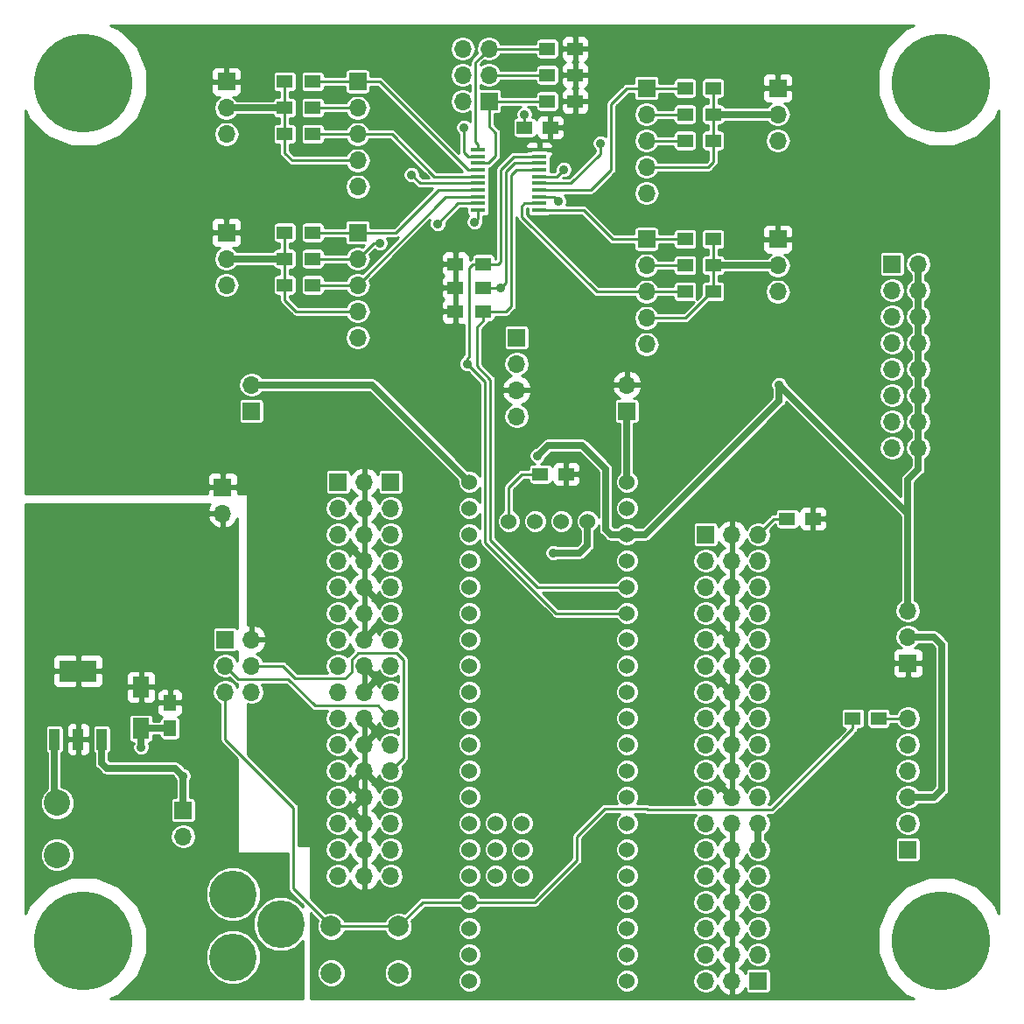
<source format=gbr>
G04 #@! TF.GenerationSoftware,KiCad,Pcbnew,(5.0.2)-1*
G04 #@! TF.CreationDate,2019-03-03T12:15:57-05:00*
G04 #@! TF.ProjectId,Blue-Pill-Board,426c7565-2d50-4696-9c6c-2d426f617264,2*
G04 #@! TF.SameCoordinates,Original*
G04 #@! TF.FileFunction,Copper,L1,Top*
G04 #@! TF.FilePolarity,Positive*
%FSLAX46Y46*%
G04 Gerber Fmt 4.6, Leading zero omitted, Abs format (unit mm)*
G04 Created by KiCad (PCBNEW (5.0.2)-1) date 3/3/2019 12:15:57 PM*
%MOMM*%
%LPD*%
G01*
G04 APERTURE LIST*
G04 #@! TA.AperFunction,SMDPad,CuDef*
%ADD10R,1.600000X2.000000*%
G04 #@! TD*
G04 #@! TA.AperFunction,ComponentPad*
%ADD11C,9.525000*%
G04 #@! TD*
G04 #@! TA.AperFunction,ComponentPad*
%ADD12C,4.600000*%
G04 #@! TD*
G04 #@! TA.AperFunction,ComponentPad*
%ADD13C,1.524000*%
G04 #@! TD*
G04 #@! TA.AperFunction,ComponentPad*
%ADD14R,1.700000X1.700000*%
G04 #@! TD*
G04 #@! TA.AperFunction,ComponentPad*
%ADD15O,1.700000X1.700000*%
G04 #@! TD*
G04 #@! TA.AperFunction,ComponentPad*
%ADD16C,2.540000*%
G04 #@! TD*
G04 #@! TA.AperFunction,SMDPad,CuDef*
%ADD17R,3.657600X2.032000*%
G04 #@! TD*
G04 #@! TA.AperFunction,SMDPad,CuDef*
%ADD18R,1.016000X2.032000*%
G04 #@! TD*
G04 #@! TA.AperFunction,SMDPad,CuDef*
%ADD19R,1.500000X1.300000*%
G04 #@! TD*
G04 #@! TA.AperFunction,SMDPad,CuDef*
%ADD20R,1.450000X0.450000*%
G04 #@! TD*
G04 #@! TA.AperFunction,ComponentPad*
%ADD21C,2.000000*%
G04 #@! TD*
G04 #@! TA.AperFunction,SMDPad,CuDef*
%ADD22R,1.500000X1.250000*%
G04 #@! TD*
G04 #@! TA.AperFunction,SMDPad,CuDef*
%ADD23R,1.250000X1.500000*%
G04 #@! TD*
G04 #@! TA.AperFunction,ViaPad*
%ADD24C,0.889000*%
G04 #@! TD*
G04 #@! TA.AperFunction,Conductor*
%ADD25C,0.635000*%
G04 #@! TD*
G04 #@! TA.AperFunction,Conductor*
%ADD26C,0.254000*%
G04 #@! TD*
G04 APERTURE END LIST*
D10*
G04 #@! TO.P,C3,2*
G04 #@! TO.N,GND*
X21590000Y-78454000D03*
G04 #@! TO.P,C3,1*
G04 #@! TO.N,/VO3*
X21590000Y-74454000D03*
G04 #@! TD*
D11*
G04 #@! TO.P,MTG1,1*
G04 #@! TO.N,N/C*
X16000000Y-16000000D03*
G04 #@! TD*
G04 #@! TO.P,MTG2,1*
G04 #@! TO.N,N/C*
X99000000Y-16000000D03*
G04 #@! TD*
G04 #@! TO.P,MTG3,1*
G04 #@! TO.N,N/C*
X16000000Y-99000000D03*
G04 #@! TD*
G04 #@! TO.P,MTG?1,1*
G04 #@! TO.N,N/C*
X99000000Y-99000000D03*
G04 #@! TD*
D12*
G04 #@! TO.P,J1,2*
G04 #@! TO.N,GND*
X30480000Y-100584000D03*
G04 #@! TO.P,J1,1*
G04 #@! TO.N,/DCIN*
X30480000Y-94484000D03*
G04 #@! TO.P,J1,3*
G04 #@! TO.N,GND*
X35080000Y-97384000D03*
G04 #@! TD*
D13*
G04 #@! TO.P,U1,PB12*
G04 #@! TO.N,/PB12*
X68580000Y-102870000D03*
G04 #@! TO.P,U1,PB13*
G04 #@! TO.N,/PB13*
X68580000Y-100330000D03*
G04 #@! TO.P,U1,PB14*
G04 #@! TO.N,/PB14*
X68580000Y-97790000D03*
G04 #@! TO.P,U1,PB15*
G04 #@! TO.N,/PB15*
X68580000Y-95250000D03*
G04 #@! TO.P,U1,PA8*
G04 #@! TO.N,/PA8*
X68580000Y-92710000D03*
G04 #@! TO.P,U1,PA9*
G04 #@! TO.N,/STM_TX*
X68580000Y-90170000D03*
G04 #@! TO.P,U1,PA10*
G04 #@! TO.N,/STM_RX*
X68580000Y-87630000D03*
G04 #@! TO.P,U1,PA11*
G04 #@! TO.N,/PA11*
X68580000Y-85090000D03*
G04 #@! TO.P,U1,PA12*
G04 #@! TO.N,/PA12*
X68580000Y-82550000D03*
G04 #@! TO.P,U1,PA15*
G04 #@! TO.N,/PA15*
X68580000Y-80010000D03*
G04 #@! TO.P,U1,PB3*
G04 #@! TO.N,/PB3*
X68580000Y-77470000D03*
G04 #@! TO.P,U1,PB4*
G04 #@! TO.N,/PB4*
X68580000Y-74930000D03*
G04 #@! TO.P,U1,PB5*
G04 #@! TO.N,/PB5*
X68580000Y-72390000D03*
G04 #@! TO.P,U1,PB6*
G04 #@! TO.N,/STM_SCL*
X68580000Y-69850000D03*
G04 #@! TO.P,U1,PB7*
G04 #@! TO.N,/STM_SDA*
X68580000Y-67310000D03*
G04 #@! TO.P,U1,PB8*
G04 #@! TO.N,/STM_INT*
X68580000Y-64770000D03*
G04 #@! TO.P,U1,PB9*
G04 #@! TO.N,/PB9*
X68580000Y-62230000D03*
G04 #@! TO.P,U1,G*
G04 #@! TO.N,GND*
X68580000Y-57150000D03*
G04 #@! TO.P,U1,3V3*
G04 #@! TO.N,Net-(H7-Pad1)*
X68580000Y-54610000D03*
G04 #@! TO.P,U1,VBAT*
G04 #@! TO.N,/VBAT*
X53340000Y-54610000D03*
G04 #@! TO.P,U1,PC13*
G04 #@! TO.N,/PC13*
X53340000Y-57150000D03*
G04 #@! TO.P,U1,PC14*
G04 #@! TO.N,/PC14*
X53340000Y-59690000D03*
G04 #@! TO.P,U1,PC15*
G04 #@! TO.N,/PC15*
X53340000Y-62230000D03*
G04 #@! TO.P,U1,PA0*
G04 #@! TO.N,/PA0*
X53340000Y-64770000D03*
G04 #@! TO.P,U1,PA1*
G04 #@! TO.N,/PA1*
X53340000Y-67310000D03*
G04 #@! TO.P,U1,PA2*
G04 #@! TO.N,/PA2*
X53340000Y-69850000D03*
G04 #@! TO.P,U1,PA3*
G04 #@! TO.N,/PA3*
X53340000Y-72390000D03*
G04 #@! TO.P,U1,PA4*
G04 #@! TO.N,/PA4*
X53340000Y-74930000D03*
G04 #@! TO.P,U1,PA5*
G04 #@! TO.N,/PA5*
X53340000Y-77470000D03*
G04 #@! TO.P,U1,PA6*
G04 #@! TO.N,/PA6*
X53340000Y-80010000D03*
G04 #@! TO.P,U1,PA7*
G04 #@! TO.N,/PA7*
X53340000Y-82550000D03*
G04 #@! TO.P,U1,PB0*
G04 #@! TO.N,/PB0*
X53340000Y-85090000D03*
G04 #@! TO.P,U1,PB1*
G04 #@! TO.N,/PB1*
X53340000Y-87630000D03*
G04 #@! TO.P,U1,PB10*
G04 #@! TO.N,/PB10*
X53340000Y-90170000D03*
G04 #@! TO.P,U1,PB11*
G04 #@! TO.N,/PB11*
X53340000Y-92710000D03*
G04 #@! TO.P,U1,NRST*
G04 #@! TO.N,/RES*
X53340000Y-95250000D03*
G04 #@! TO.P,U1,3V3*
G04 #@! TO.N,Net-(H7-Pad1)*
X53340000Y-97790000D03*
G04 #@! TO.P,U1,G*
G04 #@! TO.N,GND*
X53340000Y-100330000D03*
X53340000Y-102870000D03*
G04 #@! TO.P,U1,3V3*
G04 #@! TO.N,Net-(H7-Pad1)*
X64770000Y-58420000D03*
G04 #@! TO.P,U1,PA13*
G04 #@! TO.N,N/C*
X62230000Y-58420000D03*
G04 #@! TO.P,U1,PA14*
X59690000Y-58420000D03*
G04 #@! TO.P,U1,G*
G04 #@! TO.N,GND*
X57150000Y-58420000D03*
X55880000Y-92710000D03*
G04 #@! TO.P,U1,BOOT*
G04 #@! TO.N,N/C*
X55880000Y-90170000D03*
G04 #@! TO.P,U1,3V3*
G04 #@! TO.N,Net-(H7-Pad1)*
X55880000Y-87630000D03*
G04 #@! TO.P,U1,G*
G04 #@! TO.N,GND*
X58420000Y-92710000D03*
G04 #@! TO.P,U1,PB2*
G04 #@! TO.N,N/C*
X58420000Y-90170000D03*
G04 #@! TO.P,U1,3V3*
G04 #@! TO.N,Net-(H7-Pad1)*
X58420000Y-87630000D03*
G04 #@! TO.P,U1,5V*
G04 #@! TO.N,+5V*
X68580000Y-59690000D03*
G04 #@! TD*
D14*
G04 #@! TO.P,P3,1*
G04 #@! TO.N,GND*
X95758000Y-90170000D03*
D15*
G04 #@! TO.P,P3,2*
G04 #@! TO.N,N/C*
X95758000Y-87630000D03*
G04 #@! TO.P,P3,3*
G04 #@! TO.N,Net-(H8-Pad2)*
X95758000Y-85090000D03*
G04 #@! TO.P,P3,4*
G04 #@! TO.N,/STM_TX*
X95758000Y-82550000D03*
G04 #@! TO.P,P3,5*
G04 #@! TO.N,/STM_RX*
X95758000Y-80010000D03*
G04 #@! TO.P,P3,6*
G04 #@! TO.N,Net-(C1-Pad1)*
X95758000Y-77470000D03*
G04 #@! TD*
D14*
G04 #@! TO.P,H2,1*
G04 #@! TO.N,+5V*
X25654000Y-86360000D03*
D15*
G04 #@! TO.P,H2,2*
G04 #@! TO.N,/DCIN*
X25654000Y-88900000D03*
G04 #@! TD*
D16*
G04 #@! TO.P,J4,1*
G04 #@! TO.N,+5V*
X13462000Y-90678000D03*
G04 #@! TO.P,J4,2*
G04 #@! TO.N,GND*
X13462000Y-85678000D03*
G04 #@! TD*
D14*
G04 #@! TO.P,H1,1*
G04 #@! TO.N,+3V3*
X29464000Y-55118000D03*
D15*
G04 #@! TO.P,H1,2*
G04 #@! TO.N,/VO3*
X29464000Y-57658000D03*
G04 #@! TD*
D17*
G04 #@! TO.P,U2,4*
G04 #@! TO.N,/VO3*
X15494000Y-72898000D03*
D18*
G04 #@! TO.P,U2,2*
X15494000Y-79502000D03*
G04 #@! TO.P,U2,3*
G04 #@! TO.N,+5V*
X17780000Y-79502000D03*
G04 #@! TO.P,U2,1*
G04 #@! TO.N,GND*
X13208000Y-79502000D03*
G04 #@! TD*
D14*
G04 #@! TO.P,H9,1*
G04 #@! TO.N,/A2*
X55245000Y-17780000D03*
D15*
G04 #@! TO.P,H9,2*
G04 #@! TO.N,GND*
X52705000Y-17780000D03*
G04 #@! TO.P,H9,3*
G04 #@! TO.N,/A1*
X55245000Y-15240000D03*
G04 #@! TO.P,H9,4*
G04 #@! TO.N,GND*
X52705000Y-15240000D03*
G04 #@! TO.P,H9,5*
G04 #@! TO.N,/A0*
X55245000Y-12700000D03*
G04 #@! TO.P,H9,6*
G04 #@! TO.N,GND*
X52705000Y-12700000D03*
G04 #@! TD*
D14*
G04 #@! TO.P,P11,1*
G04 #@! TO.N,GND*
X40640000Y-54610000D03*
D15*
G04 #@! TO.P,P11,2*
G04 #@! TO.N,+3V3*
X43180000Y-54610000D03*
G04 #@! TO.P,P11,3*
G04 #@! TO.N,GND*
X40640000Y-57150000D03*
G04 #@! TO.P,P11,4*
G04 #@! TO.N,+3V3*
X43180000Y-57150000D03*
G04 #@! TO.P,P11,5*
G04 #@! TO.N,GND*
X40640000Y-59690000D03*
G04 #@! TO.P,P11,6*
G04 #@! TO.N,+3V3*
X43180000Y-59690000D03*
G04 #@! TO.P,P11,7*
G04 #@! TO.N,GND*
X40640000Y-62230000D03*
G04 #@! TO.P,P11,8*
G04 #@! TO.N,+3V3*
X43180000Y-62230000D03*
G04 #@! TO.P,P11,9*
G04 #@! TO.N,GND*
X40640000Y-64770000D03*
G04 #@! TO.P,P11,10*
G04 #@! TO.N,+3V3*
X43180000Y-64770000D03*
G04 #@! TO.P,P11,11*
G04 #@! TO.N,GND*
X40640000Y-67310000D03*
G04 #@! TO.P,P11,12*
G04 #@! TO.N,+3V3*
X43180000Y-67310000D03*
G04 #@! TO.P,P11,13*
G04 #@! TO.N,GND*
X40640000Y-69850000D03*
G04 #@! TO.P,P11,14*
G04 #@! TO.N,+3V3*
X43180000Y-69850000D03*
G04 #@! TO.P,P11,15*
G04 #@! TO.N,GND*
X40640000Y-72390000D03*
G04 #@! TO.P,P11,16*
G04 #@! TO.N,+3V3*
X43180000Y-72390000D03*
G04 #@! TO.P,P11,17*
G04 #@! TO.N,GND*
X40640000Y-74930000D03*
G04 #@! TO.P,P11,18*
G04 #@! TO.N,+3V3*
X43180000Y-74930000D03*
G04 #@! TO.P,P11,19*
G04 #@! TO.N,GND*
X40640000Y-77470000D03*
G04 #@! TO.P,P11,20*
G04 #@! TO.N,+3V3*
X43180000Y-77470000D03*
G04 #@! TO.P,P11,21*
G04 #@! TO.N,GND*
X40640000Y-80010000D03*
G04 #@! TO.P,P11,22*
G04 #@! TO.N,+3V3*
X43180000Y-80010000D03*
G04 #@! TO.P,P11,23*
G04 #@! TO.N,GND*
X40640000Y-82550000D03*
G04 #@! TO.P,P11,24*
G04 #@! TO.N,+3V3*
X43180000Y-82550000D03*
G04 #@! TO.P,P11,25*
G04 #@! TO.N,GND*
X40640000Y-85090000D03*
G04 #@! TO.P,P11,26*
G04 #@! TO.N,+3V3*
X43180000Y-85090000D03*
G04 #@! TO.P,P11,27*
G04 #@! TO.N,GND*
X40640000Y-87630000D03*
G04 #@! TO.P,P11,28*
G04 #@! TO.N,+3V3*
X43180000Y-87630000D03*
G04 #@! TO.P,P11,29*
G04 #@! TO.N,GND*
X40640000Y-90170000D03*
G04 #@! TO.P,P11,30*
G04 #@! TO.N,+3V3*
X43180000Y-90170000D03*
G04 #@! TO.P,P11,31*
G04 #@! TO.N,GND*
X40640000Y-92710000D03*
G04 #@! TO.P,P11,32*
G04 #@! TO.N,+3V3*
X43180000Y-92710000D03*
G04 #@! TD*
D14*
G04 #@! TO.P,P12,1*
G04 #@! TO.N,N/C*
X45720000Y-54610000D03*
D15*
G04 #@! TO.P,P12,2*
G04 #@! TO.N,/PC13*
X45720000Y-57150000D03*
G04 #@! TO.P,P12,3*
G04 #@! TO.N,/PC14*
X45720000Y-59690000D03*
G04 #@! TO.P,P12,4*
G04 #@! TO.N,/PC15*
X45720000Y-62230000D03*
G04 #@! TO.P,P12,5*
G04 #@! TO.N,/PA0*
X45720000Y-64770000D03*
G04 #@! TO.P,P12,6*
G04 #@! TO.N,/PA1*
X45720000Y-67310000D03*
G04 #@! TO.P,P12,7*
G04 #@! TO.N,/PA2*
X45720000Y-69850000D03*
G04 #@! TO.P,P12,8*
G04 #@! TO.N,/PA3*
X45720000Y-72390000D03*
G04 #@! TO.P,P12,9*
G04 #@! TO.N,/PA4*
X45720000Y-74930000D03*
G04 #@! TO.P,P12,10*
G04 #@! TO.N,/PA5*
X45720000Y-77470000D03*
G04 #@! TO.P,P12,11*
G04 #@! TO.N,/PA6*
X45720000Y-80010000D03*
G04 #@! TO.P,P12,12*
G04 #@! TO.N,/PA7*
X45720000Y-82550000D03*
G04 #@! TO.P,P12,13*
G04 #@! TO.N,/PB0*
X45720000Y-85090000D03*
G04 #@! TO.P,P12,14*
G04 #@! TO.N,/PB1*
X45720000Y-87630000D03*
G04 #@! TO.P,P12,15*
G04 #@! TO.N,/PB10*
X45720000Y-90170000D03*
G04 #@! TO.P,P12,16*
G04 #@! TO.N,/PB11*
X45720000Y-92710000D03*
G04 #@! TD*
D14*
G04 #@! TO.P,P14,1*
G04 #@! TO.N,GND*
X81280000Y-102870000D03*
D15*
G04 #@! TO.P,P14,2*
G04 #@! TO.N,+3V3*
X78740000Y-102870000D03*
G04 #@! TO.P,P14,3*
G04 #@! TO.N,GND*
X81280000Y-100330000D03*
G04 #@! TO.P,P14,4*
G04 #@! TO.N,+3V3*
X78740000Y-100330000D03*
G04 #@! TO.P,P14,5*
G04 #@! TO.N,GND*
X81280000Y-97790000D03*
G04 #@! TO.P,P14,6*
G04 #@! TO.N,+3V3*
X78740000Y-97790000D03*
G04 #@! TO.P,P14,7*
G04 #@! TO.N,GND*
X81280000Y-95250000D03*
G04 #@! TO.P,P14,8*
G04 #@! TO.N,+3V3*
X78740000Y-95250000D03*
G04 #@! TO.P,P14,9*
G04 #@! TO.N,GND*
X81280000Y-92710000D03*
G04 #@! TO.P,P14,10*
G04 #@! TO.N,+3V3*
X78740000Y-92710000D03*
G04 #@! TO.P,P14,11*
G04 #@! TO.N,GND*
X81280000Y-90170000D03*
G04 #@! TO.P,P14,12*
G04 #@! TO.N,+3V3*
X78740000Y-90170000D03*
G04 #@! TO.P,P14,13*
G04 #@! TO.N,GND*
X81280000Y-87630000D03*
G04 #@! TO.P,P14,14*
G04 #@! TO.N,+3V3*
X78740000Y-87630000D03*
G04 #@! TO.P,P14,15*
G04 #@! TO.N,GND*
X81280000Y-85090000D03*
G04 #@! TO.P,P14,16*
G04 #@! TO.N,+3V3*
X78740000Y-85090000D03*
G04 #@! TO.P,P14,17*
G04 #@! TO.N,GND*
X81280000Y-82550000D03*
G04 #@! TO.P,P14,18*
G04 #@! TO.N,+3V3*
X78740000Y-82550000D03*
G04 #@! TO.P,P14,19*
G04 #@! TO.N,GND*
X81280000Y-80010000D03*
G04 #@! TO.P,P14,20*
G04 #@! TO.N,+3V3*
X78740000Y-80010000D03*
G04 #@! TO.P,P14,21*
G04 #@! TO.N,GND*
X81280000Y-77470000D03*
G04 #@! TO.P,P14,22*
G04 #@! TO.N,+3V3*
X78740000Y-77470000D03*
G04 #@! TO.P,P14,23*
G04 #@! TO.N,GND*
X81280000Y-74930000D03*
G04 #@! TO.P,P14,24*
G04 #@! TO.N,+3V3*
X78740000Y-74930000D03*
G04 #@! TO.P,P14,25*
G04 #@! TO.N,GND*
X81280000Y-72390000D03*
G04 #@! TO.P,P14,26*
G04 #@! TO.N,+3V3*
X78740000Y-72390000D03*
G04 #@! TO.P,P14,27*
G04 #@! TO.N,GND*
X81280000Y-69850000D03*
G04 #@! TO.P,P14,28*
G04 #@! TO.N,+3V3*
X78740000Y-69850000D03*
G04 #@! TO.P,P14,29*
G04 #@! TO.N,GND*
X81280000Y-67310000D03*
G04 #@! TO.P,P14,30*
G04 #@! TO.N,+3V3*
X78740000Y-67310000D03*
G04 #@! TO.P,P14,31*
G04 #@! TO.N,GND*
X81280000Y-64770000D03*
G04 #@! TO.P,P14,32*
G04 #@! TO.N,+3V3*
X78740000Y-64770000D03*
G04 #@! TO.P,P14,33*
G04 #@! TO.N,GND*
X81280000Y-62230000D03*
G04 #@! TO.P,P14,34*
G04 #@! TO.N,+3V3*
X78740000Y-62230000D03*
G04 #@! TO.P,P14,35*
G04 #@! TO.N,GND*
X81280000Y-59690000D03*
G04 #@! TO.P,P14,36*
G04 #@! TO.N,+3V3*
X78740000Y-59690000D03*
G04 #@! TD*
D19*
G04 #@! TO.P,R1,1*
G04 #@! TO.N,+3V3*
X51990000Y-38100000D03*
G04 #@! TO.P,R1,2*
G04 #@! TO.N,/STM_INT*
X54690000Y-38100000D03*
G04 #@! TD*
G04 #@! TO.P,R2,1*
G04 #@! TO.N,+3V3*
X51990000Y-35814000D03*
G04 #@! TO.P,R2,2*
G04 #@! TO.N,/STM_SCL*
X54690000Y-35814000D03*
G04 #@! TD*
G04 #@! TO.P,R3,1*
G04 #@! TO.N,+3V3*
X51990000Y-33528000D03*
G04 #@! TO.P,R3,2*
G04 #@! TO.N,/STM_SDA*
X54690000Y-33528000D03*
G04 #@! TD*
G04 #@! TO.P,R4,1*
G04 #@! TO.N,Net-(H3-Pad2)*
X35480000Y-15875000D03*
G04 #@! TO.P,R4,2*
G04 #@! TO.N,/INT0*
X38180000Y-15875000D03*
G04 #@! TD*
G04 #@! TO.P,R5,1*
G04 #@! TO.N,Net-(H3-Pad2)*
X35480000Y-18415000D03*
G04 #@! TO.P,R5,2*
G04 #@! TO.N,/SC0*
X38180000Y-18415000D03*
G04 #@! TD*
G04 #@! TO.P,R6,1*
G04 #@! TO.N,Net-(H3-Pad2)*
X35480000Y-20955000D03*
G04 #@! TO.P,R6,2*
G04 #@! TO.N,/SD0*
X38180000Y-20955000D03*
G04 #@! TD*
G04 #@! TO.P,R7,1*
G04 #@! TO.N,Net-(H4-Pad2)*
X35480000Y-30480000D03*
G04 #@! TO.P,R7,2*
G04 #@! TO.N,/INT1*
X38180000Y-30480000D03*
G04 #@! TD*
G04 #@! TO.P,R8,1*
G04 #@! TO.N,Net-(H4-Pad2)*
X35480000Y-33020000D03*
G04 #@! TO.P,R8,2*
G04 #@! TO.N,/SC1*
X38180000Y-33020000D03*
G04 #@! TD*
G04 #@! TO.P,R9,1*
G04 #@! TO.N,Net-(H4-Pad2)*
X35480000Y-35560000D03*
G04 #@! TO.P,R9,2*
G04 #@! TO.N,/SD1*
X38180000Y-35560000D03*
G04 #@! TD*
G04 #@! TO.P,R10,1*
G04 #@! TO.N,Net-(H6-Pad2)*
X76915000Y-31115000D03*
G04 #@! TO.P,R10,2*
G04 #@! TO.N,/INT2*
X74215000Y-31115000D03*
G04 #@! TD*
G04 #@! TO.P,R11,1*
G04 #@! TO.N,Net-(H6-Pad2)*
X76915000Y-33655000D03*
G04 #@! TO.P,R11,2*
G04 #@! TO.N,/SC2*
X74215000Y-33655000D03*
G04 #@! TD*
G04 #@! TO.P,R12,1*
G04 #@! TO.N,Net-(H6-Pad2)*
X76915000Y-36195000D03*
G04 #@! TO.P,R12,2*
G04 #@! TO.N,/SD2*
X74215000Y-36195000D03*
G04 #@! TD*
G04 #@! TO.P,R13,1*
G04 #@! TO.N,Net-(H5-Pad2)*
X76915000Y-16510000D03*
G04 #@! TO.P,R13,2*
G04 #@! TO.N,/INT3*
X74215000Y-16510000D03*
G04 #@! TD*
G04 #@! TO.P,R14,1*
G04 #@! TO.N,Net-(H5-Pad2)*
X76915000Y-19050000D03*
G04 #@! TO.P,R14,2*
G04 #@! TO.N,/SC3*
X74215000Y-19050000D03*
G04 #@! TD*
G04 #@! TO.P,R15,1*
G04 #@! TO.N,Net-(H5-Pad2)*
X76915000Y-21590000D03*
G04 #@! TO.P,R15,2*
G04 #@! TO.N,/SD3*
X74215000Y-21590000D03*
G04 #@! TD*
G04 #@! TO.P,R16,1*
G04 #@! TO.N,+3V3*
X63580000Y-12700000D03*
G04 #@! TO.P,R16,2*
G04 #@! TO.N,/A0*
X60880000Y-12700000D03*
G04 #@! TD*
G04 #@! TO.P,R17,1*
G04 #@! TO.N,+3V3*
X63580000Y-15240000D03*
G04 #@! TO.P,R17,2*
G04 #@! TO.N,/A1*
X60880000Y-15240000D03*
G04 #@! TD*
G04 #@! TO.P,R18,1*
G04 #@! TO.N,+3V3*
X63580000Y-17780000D03*
G04 #@! TO.P,R18,2*
G04 #@! TO.N,/A2*
X60880000Y-17780000D03*
G04 #@! TD*
D14*
G04 #@! TO.P,P13,1*
G04 #@! TO.N,N/C*
X76200000Y-59690000D03*
D15*
G04 #@! TO.P,P13,2*
G04 #@! TO.N,/PB9*
X76200000Y-62230000D03*
G04 #@! TO.P,P13,3*
G04 #@! TO.N,/STM_INT*
X76200000Y-64770000D03*
G04 #@! TO.P,P13,4*
G04 #@! TO.N,/STM_SDA*
X76200000Y-67310000D03*
G04 #@! TO.P,P13,5*
G04 #@! TO.N,/STM_SCL*
X76200000Y-69850000D03*
G04 #@! TO.P,P13,6*
G04 #@! TO.N,/PB5*
X76200000Y-72390000D03*
G04 #@! TO.P,P13,7*
G04 #@! TO.N,/PB4*
X76200000Y-74930000D03*
G04 #@! TO.P,P13,8*
G04 #@! TO.N,/PB3*
X76200000Y-77470000D03*
G04 #@! TO.P,P13,9*
G04 #@! TO.N,/PA15*
X76200000Y-80010000D03*
G04 #@! TO.P,P13,10*
G04 #@! TO.N,/PA12*
X76200000Y-82550000D03*
G04 #@! TO.P,P13,11*
G04 #@! TO.N,/PA11*
X76200000Y-85090000D03*
G04 #@! TO.P,P13,12*
G04 #@! TO.N,/STM_RX*
X76200000Y-87630000D03*
G04 #@! TO.P,P13,13*
G04 #@! TO.N,/STM_TX*
X76200000Y-90170000D03*
G04 #@! TO.P,P13,14*
G04 #@! TO.N,/PA8*
X76200000Y-92710000D03*
G04 #@! TO.P,P13,15*
G04 #@! TO.N,/PB15*
X76200000Y-95250000D03*
G04 #@! TO.P,P13,16*
G04 #@! TO.N,/PB14*
X76200000Y-97790000D03*
G04 #@! TO.P,P13,17*
G04 #@! TO.N,/PB13*
X76200000Y-100330000D03*
G04 #@! TO.P,P13,18*
G04 #@! TO.N,/PB12*
X76200000Y-102870000D03*
G04 #@! TD*
D14*
G04 #@! TO.P,H3,1*
G04 #@! TO.N,+3V3*
X29845000Y-15875000D03*
D15*
G04 #@! TO.P,H3,2*
G04 #@! TO.N,Net-(H3-Pad2)*
X29845000Y-18415000D03*
G04 #@! TO.P,H3,3*
G04 #@! TO.N,+5V*
X29845000Y-20955000D03*
G04 #@! TD*
G04 #@! TO.P,H5,3*
G04 #@! TO.N,+5V*
X83185000Y-21590000D03*
G04 #@! TO.P,H5,2*
G04 #@! TO.N,Net-(H5-Pad2)*
X83185000Y-19050000D03*
D14*
G04 #@! TO.P,H5,1*
G04 #@! TO.N,+3V3*
X83185000Y-16510000D03*
G04 #@! TD*
D15*
G04 #@! TO.P,H4,3*
G04 #@! TO.N,+5V*
X29845000Y-35560000D03*
G04 #@! TO.P,H4,2*
G04 #@! TO.N,Net-(H4-Pad2)*
X29845000Y-33020000D03*
D14*
G04 #@! TO.P,H4,1*
G04 #@! TO.N,+3V3*
X29845000Y-30480000D03*
G04 #@! TD*
G04 #@! TO.P,H6,1*
G04 #@! TO.N,+3V3*
X83185000Y-31115000D03*
D15*
G04 #@! TO.P,H6,2*
G04 #@! TO.N,Net-(H6-Pad2)*
X83185000Y-33655000D03*
G04 #@! TO.P,H6,3*
G04 #@! TO.N,+5V*
X83185000Y-36195000D03*
G04 #@! TD*
D20*
G04 #@! TO.P,U3,20*
G04 #@! TO.N,+3V3*
X60100000Y-22475000D03*
G04 #@! TO.P,U3,19*
G04 #@! TO.N,/STM_SDA*
X60100000Y-23125000D03*
G04 #@! TO.P,U3,18*
G04 #@! TO.N,/STM_SCL*
X60100000Y-23775000D03*
G04 #@! TO.P,U3,17*
G04 #@! TO.N,/STM_INT*
X60100000Y-24425000D03*
G04 #@! TO.P,U3,16*
G04 #@! TO.N,/SC3*
X60100000Y-25075000D03*
G04 #@! TO.P,U3,15*
G04 #@! TO.N,/SD3*
X60100000Y-25725000D03*
G04 #@! TO.P,U3,14*
G04 #@! TO.N,/INT3*
X60100000Y-26375000D03*
G04 #@! TO.P,U3,13*
G04 #@! TO.N,/SC2*
X60100000Y-27025000D03*
G04 #@! TO.P,U3,12*
G04 #@! TO.N,/SD2*
X60100000Y-27675000D03*
G04 #@! TO.P,U3,11*
G04 #@! TO.N,/INT2*
X60100000Y-28325000D03*
G04 #@! TO.P,U3,10*
G04 #@! TO.N,GND*
X54200000Y-28325000D03*
G04 #@! TO.P,U3,9*
G04 #@! TO.N,/SC1*
X54200000Y-27675000D03*
G04 #@! TO.P,U3,8*
G04 #@! TO.N,/SD1*
X54200000Y-27025000D03*
G04 #@! TO.P,U3,7*
G04 #@! TO.N,/INT1*
X54200000Y-26375000D03*
G04 #@! TO.P,U3,6*
G04 #@! TO.N,/SC0*
X54200000Y-25725000D03*
G04 #@! TO.P,U3,5*
G04 #@! TO.N,/SD0*
X54200000Y-25075000D03*
G04 #@! TO.P,U3,4*
G04 #@! TO.N,/INT0*
X54200000Y-24425000D03*
G04 #@! TO.P,U3,3*
G04 #@! TO.N,/A2*
X54200000Y-23775000D03*
G04 #@! TO.P,U3,2*
G04 #@! TO.N,/A1*
X54200000Y-23125000D03*
G04 #@! TO.P,U3,1*
G04 #@! TO.N,/A0*
X54200000Y-22475000D03*
G04 #@! TD*
D14*
G04 #@! TO.P,P4,1*
G04 #@! TO.N,/INT0*
X42545000Y-15875000D03*
D15*
G04 #@! TO.P,P4,2*
G04 #@! TO.N,/SC0*
X42545000Y-18415000D03*
G04 #@! TO.P,P4,3*
G04 #@! TO.N,/SD0*
X42545000Y-20955000D03*
G04 #@! TO.P,P4,4*
G04 #@! TO.N,Net-(H3-Pad2)*
X42545000Y-23495000D03*
G04 #@! TO.P,P4,5*
G04 #@! TO.N,GND*
X42545000Y-26035000D03*
G04 #@! TD*
G04 #@! TO.P,P5,5*
G04 #@! TO.N,GND*
X42545000Y-40640000D03*
G04 #@! TO.P,P5,4*
G04 #@! TO.N,Net-(H4-Pad2)*
X42545000Y-38100000D03*
G04 #@! TO.P,P5,3*
G04 #@! TO.N,/SD1*
X42545000Y-35560000D03*
G04 #@! TO.P,P5,2*
G04 #@! TO.N,/SC1*
X42545000Y-33020000D03*
D14*
G04 #@! TO.P,P5,1*
G04 #@! TO.N,/INT1*
X42545000Y-30480000D03*
G04 #@! TD*
G04 #@! TO.P,P7,1*
G04 #@! TO.N,/INT2*
X70485000Y-31115000D03*
D15*
G04 #@! TO.P,P7,2*
G04 #@! TO.N,/SC2*
X70485000Y-33655000D03*
G04 #@! TO.P,P7,3*
G04 #@! TO.N,/SD2*
X70485000Y-36195000D03*
G04 #@! TO.P,P7,4*
G04 #@! TO.N,Net-(H6-Pad2)*
X70485000Y-38735000D03*
G04 #@! TO.P,P7,5*
G04 #@! TO.N,GND*
X70485000Y-41275000D03*
G04 #@! TD*
G04 #@! TO.P,P6,5*
G04 #@! TO.N,GND*
X70485000Y-26670000D03*
G04 #@! TO.P,P6,4*
G04 #@! TO.N,Net-(H5-Pad2)*
X70485000Y-24130000D03*
G04 #@! TO.P,P6,3*
G04 #@! TO.N,/SD3*
X70485000Y-21590000D03*
G04 #@! TO.P,P6,2*
G04 #@! TO.N,/SC3*
X70485000Y-19050000D03*
D14*
G04 #@! TO.P,P6,1*
G04 #@! TO.N,/INT3*
X70485000Y-16510000D03*
G04 #@! TD*
D15*
G04 #@! TO.P,H7,2*
G04 #@! TO.N,+3V3*
X68580000Y-45212000D03*
D14*
G04 #@! TO.P,H7,1*
G04 #@! TO.N,Net-(H7-Pad1)*
X68580000Y-47752000D03*
G04 #@! TD*
D15*
G04 #@! TO.P,J7,4*
G04 #@! TO.N,GND*
X57912000Y-48260000D03*
G04 #@! TO.P,J7,3*
G04 #@! TO.N,+3V3*
X57912000Y-45720000D03*
G04 #@! TO.P,J7,2*
G04 #@! TO.N,/STM_SDA*
X57912000Y-43180000D03*
D14*
G04 #@! TO.P,J7,1*
G04 #@! TO.N,/STM_SCL*
X57912000Y-40640000D03*
G04 #@! TD*
D21*
G04 #@! TO.P,SW1,2*
G04 #@! TO.N,/RES*
X46482000Y-97608000D03*
G04 #@! TO.P,SW1,1*
G04 #@! TO.N,GND*
X46482000Y-102108000D03*
G04 #@! TO.P,SW1,2*
G04 #@! TO.N,/RES*
X39982000Y-97608000D03*
G04 #@! TO.P,SW1,1*
G04 #@! TO.N,GND*
X39982000Y-102108000D03*
G04 #@! TD*
D22*
G04 #@! TO.P,C1,1*
G04 #@! TO.N,Net-(C1-Pad1)*
X92944000Y-77470000D03*
G04 #@! TO.P,C1,2*
G04 #@! TO.N,/RES*
X90444000Y-77470000D03*
G04 #@! TD*
D23*
G04 #@! TO.P,C2,2*
G04 #@! TO.N,GND*
X24384000Y-78466000D03*
G04 #@! TO.P,C2,1*
G04 #@! TO.N,/VO3*
X24384000Y-75966000D03*
G04 #@! TD*
D22*
G04 #@! TO.P,C4,2*
G04 #@! TO.N,GND*
X60218000Y-53848000D03*
G04 #@! TO.P,C4,1*
G04 #@! TO.N,+3V3*
X62718000Y-53848000D03*
G04 #@! TD*
G04 #@! TO.P,C5,1*
G04 #@! TO.N,+3V3*
X61194000Y-20320000D03*
G04 #@! TO.P,C5,2*
G04 #@! TO.N,GND*
X58694000Y-20320000D03*
G04 #@! TD*
G04 #@! TO.P,C6,2*
G04 #@! TO.N,GND*
X84094000Y-58166000D03*
G04 #@! TO.P,C6,1*
G04 #@! TO.N,+3V3*
X86594000Y-58166000D03*
G04 #@! TD*
D15*
G04 #@! TO.P,P2,2*
G04 #@! TO.N,/VBAT*
X32258000Y-45212000D03*
D14*
G04 #@! TO.P,P2,1*
G04 #@! TO.N,GND*
X32258000Y-47752000D03*
G04 #@! TD*
D15*
G04 #@! TO.P,P1,16*
G04 #@! TO.N,+5V*
X96774000Y-51308000D03*
G04 #@! TO.P,P1,15*
G04 #@! TO.N,GND*
X94234000Y-51308000D03*
G04 #@! TO.P,P1,14*
G04 #@! TO.N,+5V*
X96774000Y-48768000D03*
G04 #@! TO.P,P1,13*
G04 #@! TO.N,GND*
X94234000Y-48768000D03*
G04 #@! TO.P,P1,12*
G04 #@! TO.N,+5V*
X96774000Y-46228000D03*
G04 #@! TO.P,P1,11*
G04 #@! TO.N,GND*
X94234000Y-46228000D03*
G04 #@! TO.P,P1,10*
G04 #@! TO.N,+5V*
X96774000Y-43688000D03*
G04 #@! TO.P,P1,9*
G04 #@! TO.N,GND*
X94234000Y-43688000D03*
G04 #@! TO.P,P1,8*
G04 #@! TO.N,+5V*
X96774000Y-41148000D03*
G04 #@! TO.P,P1,7*
G04 #@! TO.N,GND*
X94234000Y-41148000D03*
G04 #@! TO.P,P1,6*
G04 #@! TO.N,+5V*
X96774000Y-38608000D03*
G04 #@! TO.P,P1,5*
G04 #@! TO.N,GND*
X94234000Y-38608000D03*
G04 #@! TO.P,P1,4*
G04 #@! TO.N,+5V*
X96774000Y-36068000D03*
G04 #@! TO.P,P1,3*
G04 #@! TO.N,GND*
X94234000Y-36068000D03*
G04 #@! TO.P,P1,2*
G04 #@! TO.N,+5V*
X96774000Y-33528000D03*
D14*
G04 #@! TO.P,P1,1*
G04 #@! TO.N,GND*
X94234000Y-33528000D03*
G04 #@! TD*
D15*
G04 #@! TO.P,H8,3*
G04 #@! TO.N,+5V*
X95758000Y-67056000D03*
G04 #@! TO.P,H8,2*
G04 #@! TO.N,Net-(H8-Pad2)*
X95758000Y-69596000D03*
D14*
G04 #@! TO.P,H8,1*
G04 #@! TO.N,+3V3*
X95758000Y-72136000D03*
G04 #@! TD*
D15*
G04 #@! TO.P,P8,6*
G04 #@! TO.N,GND*
X32258000Y-74930000D03*
G04 #@! TO.P,P8,5*
G04 #@! TO.N,/RES*
X29718000Y-74930000D03*
G04 #@! TO.P,P8,4*
G04 #@! TO.N,/PA7*
X32258000Y-72390000D03*
G04 #@! TO.P,P8,3*
G04 #@! TO.N,/PA5*
X29718000Y-72390000D03*
G04 #@! TO.P,P8,2*
G04 #@! TO.N,+3V3*
X32258000Y-69850000D03*
D14*
G04 #@! TO.P,P8,1*
G04 #@! TO.N,/PA6*
X29718000Y-69850000D03*
G04 #@! TD*
D24*
G04 #@! TO.N,+5V*
X83312000Y-45212000D03*
X25654000Y-83058000D03*
X59944000Y-52070000D03*
G04 #@! TO.N,GND*
X53848000Y-29464000D03*
X21590000Y-80264000D03*
X58674000Y-19050000D03*
G04 #@! TO.N,/STM_SDA*
X53121001Y-43180000D03*
G04 #@! TO.N,/STM_SCL*
X56388000Y-35814000D03*
G04 #@! TO.N,/SC0*
X47752000Y-24892000D03*
G04 #@! TO.N,/SC1*
X44704000Y-31496000D03*
X50292000Y-29634882D03*
G04 #@! TO.N,/SC2*
X61976000Y-27432000D03*
G04 #@! TO.N,/SD3*
X66040000Y-21844000D03*
G04 #@! TO.N,/SC3*
X62484000Y-24384000D03*
G04 #@! TO.N,/A1*
X52832000Y-20320000D03*
G04 #@! TO.N,Net-(H7-Pad1)*
X61468000Y-61468000D03*
G04 #@! TD*
D25*
G04 #@! TO.N,+5V*
X68580000Y-59690000D02*
X70358000Y-59690000D01*
X70358000Y-59690000D02*
X83312000Y-46736000D01*
X83312000Y-46736000D02*
X83312000Y-45212000D01*
X17780000Y-79502000D02*
X17780000Y-81788000D01*
X17780000Y-81788000D02*
X18288000Y-82296000D01*
X18288000Y-82296000D02*
X24892000Y-82296000D01*
X25654000Y-83058000D02*
X25654000Y-86360000D01*
X24892000Y-82296000D02*
X25654000Y-83058000D01*
X95758000Y-57658000D02*
X83312000Y-45212000D01*
X96774000Y-33528000D02*
X96774000Y-36068000D01*
X96774000Y-36068000D02*
X96774000Y-38608000D01*
X96774000Y-38608000D02*
X96774000Y-41148000D01*
X96774000Y-41148000D02*
X96774000Y-43688000D01*
X96774000Y-43688000D02*
X96774000Y-46228000D01*
X96774000Y-46228000D02*
X96774000Y-48768000D01*
X96774000Y-48768000D02*
X96774000Y-51308000D01*
X95758000Y-57658000D02*
X95758000Y-54356000D01*
X96774000Y-53340000D02*
X96774000Y-51308000D01*
X95758000Y-54356000D02*
X96774000Y-53340000D01*
X66548000Y-59182000D02*
X66548000Y-53340000D01*
X68580000Y-59690000D02*
X67056000Y-59690000D01*
X67056000Y-59690000D02*
X66548000Y-59182000D01*
X59944000Y-52070000D02*
X60960000Y-51054000D01*
X64262000Y-51054000D02*
X66548000Y-53340000D01*
X60960000Y-51054000D02*
X64262000Y-51054000D01*
X95758000Y-67056000D02*
X95758000Y-57658000D01*
D26*
G04 #@! TO.N,GND*
X54200000Y-28325000D02*
X54200000Y-29112000D01*
X54200000Y-29112000D02*
X53848000Y-29464000D01*
D25*
X13208000Y-85424000D02*
X13462000Y-85678000D01*
X13208000Y-79502000D02*
X13208000Y-85424000D01*
X21590000Y-78454000D02*
X21590000Y-80264000D01*
D26*
X58420000Y-53848000D02*
X60218000Y-53848000D01*
X57150000Y-58420000D02*
X57150000Y-55118000D01*
X57150000Y-55118000D02*
X58420000Y-53848000D01*
X58694000Y-20320000D02*
X58694000Y-19070000D01*
X58694000Y-19070000D02*
X58674000Y-19050000D01*
X82804000Y-58166000D02*
X81280000Y-59690000D01*
X84094000Y-58166000D02*
X82804000Y-58166000D01*
D25*
X81280000Y-87630000D02*
X81280000Y-90170000D01*
X24372000Y-78454000D02*
X24384000Y-78466000D01*
X21590000Y-78454000D02*
X24372000Y-78454000D01*
G04 #@! TO.N,+3V3*
X77890001Y-84240001D02*
X77636001Y-84240001D01*
X78740000Y-85090000D02*
X77890001Y-84240001D01*
X77890001Y-74080001D02*
X77636001Y-74080001D01*
X78740000Y-74930000D02*
X77890001Y-74080001D01*
X77890001Y-69000001D02*
X77636001Y-69000001D01*
X78740000Y-69850000D02*
X77890001Y-69000001D01*
X43180000Y-69850000D02*
X44029999Y-69000001D01*
X43180000Y-82550000D02*
X44450000Y-83820000D01*
X41910000Y-60960000D02*
X43180000Y-62230000D01*
X43180000Y-64770000D02*
X44029999Y-65619999D01*
X44029999Y-73239999D02*
X44283999Y-73239999D01*
X43180000Y-72390000D02*
X44029999Y-73239999D01*
X44283999Y-73826001D02*
X43180000Y-74930000D01*
X44283999Y-73239999D02*
X44283999Y-73826001D01*
X43180000Y-77470000D02*
X44196000Y-78486000D01*
X44196000Y-78994000D02*
X43180000Y-80010000D01*
X44196000Y-78486000D02*
X44196000Y-78994000D01*
X43180000Y-82550000D02*
X42330001Y-83399999D01*
X42330001Y-84240001D02*
X43180000Y-85090000D01*
X42330001Y-83399999D02*
X42330001Y-84240001D01*
X43180000Y-85090000D02*
X41910000Y-86360000D01*
X41910000Y-86360000D02*
X43180000Y-87630000D01*
D26*
G04 #@! TO.N,/STM_INT*
X59944000Y-64770000D02*
X68580000Y-64770000D01*
X54690000Y-39004000D02*
X54070000Y-39624000D01*
X54070000Y-39624000D02*
X54070000Y-43410565D01*
X54070000Y-43410565D02*
X55372000Y-44712565D01*
X55372000Y-44712565D02*
X55372000Y-60198000D01*
X54690000Y-38100000D02*
X54690000Y-39004000D01*
X55372000Y-60198000D02*
X59944000Y-64770000D01*
X56896000Y-38100000D02*
X54690000Y-38100000D01*
X57404000Y-37592000D02*
X56896000Y-38100000D01*
X57404000Y-35486000D02*
X57404000Y-37592000D01*
X60100000Y-24425000D02*
X57871000Y-24425000D01*
X57404000Y-24892000D02*
X57404000Y-26142000D01*
X57871000Y-24425000D02*
X57404000Y-24892000D01*
X57404000Y-26142000D02*
X57404009Y-26142009D01*
X57404009Y-26142009D02*
X57404009Y-35485991D01*
X57404009Y-35485991D02*
X57404000Y-35486000D01*
G04 #@! TO.N,/STM_SDA*
X54864000Y-44922999D02*
X53121001Y-43180000D01*
X54864000Y-60452000D02*
X54864000Y-44922999D01*
X61722000Y-67310000D02*
X54864000Y-60452000D01*
X68580000Y-67310000D02*
X61722000Y-67310000D01*
X53121001Y-43180000D02*
X53121001Y-42672000D01*
X53121001Y-42672000D02*
X53340000Y-42453001D01*
X53340000Y-33874000D02*
X53340000Y-42453001D01*
X53686000Y-33528000D02*
X53340000Y-33874000D01*
X54690000Y-33528000D02*
X53686000Y-33528000D01*
X56134000Y-33528000D02*
X54690000Y-33528000D01*
X56388000Y-33274000D02*
X56134000Y-33528000D01*
X56388000Y-24384000D02*
X56388000Y-33274000D01*
X60100000Y-23125000D02*
X57647000Y-23125000D01*
X57647000Y-23125000D02*
X56388000Y-24384000D01*
G04 #@! TO.N,/STM_SCL*
X54690000Y-35814000D02*
X56388000Y-35814000D01*
X56896000Y-35306000D02*
X56388000Y-35814000D01*
X56896000Y-24594434D02*
X56896000Y-35306000D01*
X57715434Y-23775000D02*
X56896000Y-24594434D01*
X60100000Y-23775000D02*
X57715434Y-23775000D01*
G04 #@! TO.N,/INT0*
X44671000Y-15875000D02*
X42545000Y-15875000D01*
X54200000Y-24425000D02*
X53221000Y-24425000D01*
X53221000Y-24425000D02*
X44671000Y-15875000D01*
X38180000Y-15875000D02*
X42545000Y-15875000D01*
G04 #@! TO.N,/SC0*
X42545000Y-18415000D02*
X38180000Y-18415000D01*
X54200000Y-25725000D02*
X48585000Y-25725000D01*
X48585000Y-25725000D02*
X47752000Y-24892000D01*
G04 #@! TO.N,/SD0*
X54200000Y-25075000D02*
X49967000Y-25075000D01*
X45847000Y-20955000D02*
X42545000Y-20955000D01*
X49967000Y-25075000D02*
X45847000Y-20955000D01*
X38180000Y-20955000D02*
X42545000Y-20955000D01*
G04 #@! TO.N,/SD1*
X51080000Y-27025000D02*
X42545000Y-35560000D01*
X54200000Y-27025000D02*
X51080000Y-27025000D01*
X38180000Y-35560000D02*
X42545000Y-35560000D01*
G04 #@! TO.N,/SC1*
X54200000Y-27675000D02*
X52251882Y-27675000D01*
X42545000Y-33020000D02*
X38180000Y-33020000D01*
X42545000Y-33020000D02*
X44069000Y-31496000D01*
X44069000Y-31496000D02*
X44704000Y-31496000D01*
X52251882Y-27675000D02*
X50292000Y-29634882D01*
G04 #@! TO.N,/INT1*
X54200000Y-26375000D02*
X50333000Y-26375000D01*
X46228000Y-30480000D02*
X42545000Y-30480000D01*
X50333000Y-26375000D02*
X46228000Y-30480000D01*
X42545000Y-30480000D02*
X38180000Y-30480000D01*
G04 #@! TO.N,/INT2*
X60100000Y-28325000D02*
X64393000Y-28325000D01*
X67183000Y-31115000D02*
X70485000Y-31115000D01*
X64393000Y-28325000D02*
X67183000Y-31115000D01*
X74215000Y-31115000D02*
X70485000Y-31115000D01*
G04 #@! TO.N,/SC2*
X60100000Y-27025000D02*
X61569000Y-27025000D01*
X61569000Y-27025000D02*
X61976000Y-27432000D01*
X74215000Y-33655000D02*
X70485000Y-33655000D01*
G04 #@! TO.N,/SD2*
X70485000Y-36195000D02*
X74215000Y-36195000D01*
X58685000Y-27675000D02*
X58420000Y-27940000D01*
X60100000Y-27675000D02*
X58685000Y-27675000D01*
X65659000Y-36195000D02*
X58420000Y-28956000D01*
X70485000Y-36195000D02*
X65659000Y-36195000D01*
X58420000Y-27940000D02*
X58420000Y-28956000D01*
G04 #@! TO.N,/SD3*
X60100000Y-25725000D02*
X63175000Y-25725000D01*
X63175000Y-25725000D02*
X66040000Y-22860000D01*
X66040000Y-22860000D02*
X66040000Y-21844000D01*
X74215000Y-21590000D02*
X70485000Y-21590000D01*
G04 #@! TO.N,/SC3*
X61793000Y-25075000D02*
X60100000Y-25075000D01*
X62484000Y-24384000D02*
X61793000Y-25075000D01*
X70485000Y-19050000D02*
X74215000Y-19050000D01*
G04 #@! TO.N,/INT3*
X60100000Y-26375000D02*
X65065000Y-26375000D01*
X65065000Y-26375000D02*
X67056000Y-24384000D01*
X67056000Y-18034000D02*
X68580000Y-16510000D01*
X67056000Y-24384000D02*
X67056000Y-18034000D01*
X68580000Y-16510000D02*
X70485000Y-16510000D01*
X70485000Y-16510000D02*
X74215000Y-16510000D01*
G04 #@! TO.N,/PA5*
X29718000Y-72390000D02*
X30988000Y-73660000D01*
X30988000Y-73660000D02*
X35814000Y-73660000D01*
X44870001Y-76620001D02*
X45720000Y-77470000D01*
X44488999Y-76238999D02*
X44870001Y-76620001D01*
X38392999Y-76238999D02*
X44488999Y-76238999D01*
X35814000Y-73660000D02*
X38392999Y-76238999D01*
G04 #@! TO.N,/PA7*
X35262434Y-72390000D02*
X32258000Y-72390000D01*
X36493435Y-73621001D02*
X35262434Y-72390000D01*
X41308879Y-73621001D02*
X36493435Y-73621001D01*
X41948999Y-71799119D02*
X41948999Y-72980881D01*
X42589119Y-71158999D02*
X41948999Y-71799119D01*
X46310881Y-71158999D02*
X42589119Y-71158999D01*
X46951001Y-71799119D02*
X46310881Y-71158999D01*
X46951001Y-81318999D02*
X46951001Y-71799119D01*
X41948999Y-72980881D02*
X41308879Y-73621001D01*
X45720000Y-82550000D02*
X46951001Y-81318999D01*
G04 #@! TO.N,/A2*
X55245000Y-17780000D02*
X60880000Y-17780000D01*
X55179000Y-23775000D02*
X55880000Y-23074000D01*
X54200000Y-23775000D02*
X55179000Y-23775000D01*
X55880000Y-23074000D02*
X55880000Y-20828000D01*
X55245000Y-20193000D02*
X55245000Y-17780000D01*
X55880000Y-20828000D02*
X55245000Y-20193000D01*
G04 #@! TO.N,/A1*
X60880000Y-15240000D02*
X55245000Y-15240000D01*
X52832000Y-22736000D02*
X52832000Y-20320000D01*
X54200000Y-23125000D02*
X53221000Y-23125000D01*
X53221000Y-23125000D02*
X52832000Y-22736000D01*
G04 #@! TO.N,/A0*
X55245000Y-12700000D02*
X60880000Y-12700000D01*
X54395001Y-13549999D02*
X55245000Y-12700000D01*
X53936001Y-14008999D02*
X54395001Y-13549999D01*
X53936001Y-21732001D02*
X53936001Y-14008999D01*
X54200000Y-21996000D02*
X53936001Y-21732001D01*
X54200000Y-22475000D02*
X54200000Y-21996000D01*
G04 #@! TO.N,Net-(C1-Pad1)*
X95758000Y-77470000D02*
X92944000Y-77470000D01*
G04 #@! TO.N,/RES*
X48840000Y-95250000D02*
X46482000Y-97608000D01*
X53340000Y-95250000D02*
X48840000Y-95250000D01*
X39982000Y-97608000D02*
X46482000Y-97608000D01*
X53340000Y-95250000D02*
X59690000Y-95250000D01*
X59690000Y-95250000D02*
X63754000Y-91186000D01*
X63754000Y-91186000D02*
X63754000Y-88900000D01*
X63754000Y-88900000D02*
X66420999Y-86233001D01*
X66420999Y-86233001D02*
X70484999Y-86233001D01*
X90444000Y-78466000D02*
X90444000Y-77470000D01*
X82588999Y-86321001D02*
X90444000Y-78466000D01*
X70572999Y-86321001D02*
X82588999Y-86321001D01*
X70484999Y-86233001D02*
X70572999Y-86321001D01*
X39982000Y-97608000D02*
X36322000Y-93948000D01*
X36322000Y-93948000D02*
X36322000Y-86106000D01*
X29718000Y-79502000D02*
X29718000Y-74930000D01*
X36322000Y-86106000D02*
X29718000Y-79502000D01*
G04 #@! TO.N,Net-(H3-Pad2)*
X35480000Y-20955000D02*
X35480000Y-17780000D01*
X35480000Y-15875000D02*
X35480000Y-17780000D01*
X35480000Y-17780000D02*
X35480000Y-18415000D01*
X42545000Y-23495000D02*
X36195000Y-23495000D01*
X35480000Y-22780000D02*
X35480000Y-20955000D01*
X36195000Y-23495000D02*
X35480000Y-22780000D01*
D25*
X35480000Y-18415000D02*
X29845000Y-18415000D01*
D26*
G04 #@! TO.N,Net-(H4-Pad2)*
X35480000Y-35560000D02*
X35480000Y-33020000D01*
X35480000Y-30480000D02*
X35480000Y-33020000D01*
X42545000Y-38100000D02*
X36576000Y-38100000D01*
X35480000Y-37004000D02*
X35480000Y-35560000D01*
X36576000Y-38100000D02*
X35480000Y-37004000D01*
D25*
X35480000Y-33020000D02*
X29845000Y-33020000D01*
D26*
G04 #@! TO.N,Net-(H5-Pad2)*
X70485000Y-24130000D02*
X76454000Y-24130000D01*
X76915000Y-23669000D02*
X76915000Y-21590000D01*
X76454000Y-24130000D02*
X76915000Y-23669000D01*
X76915000Y-16510000D02*
X76915000Y-19050000D01*
X76915000Y-21590000D02*
X76915000Y-19050000D01*
D25*
X76915000Y-19050000D02*
X83185000Y-19050000D01*
D26*
G04 #@! TO.N,Net-(H6-Pad2)*
X76915000Y-31115000D02*
X76915000Y-33655000D01*
X76915000Y-36195000D02*
X76915000Y-33655000D01*
X74275000Y-38735000D02*
X70485000Y-38735000D01*
X76815000Y-36195000D02*
X74275000Y-38735000D01*
X76915000Y-36195000D02*
X76815000Y-36195000D01*
D25*
X76915000Y-33655000D02*
X83185000Y-33655000D01*
G04 #@! TO.N,Net-(H7-Pad1)*
X61468000Y-61468000D02*
X64008000Y-61468000D01*
X64770000Y-60706000D02*
X64770000Y-58420000D01*
X64008000Y-61468000D02*
X64770000Y-60706000D01*
X68580000Y-47752000D02*
X68580000Y-54610000D01*
G04 #@! TO.N,/VBAT*
X43942000Y-45212000D02*
X53340000Y-54610000D01*
X32258000Y-45212000D02*
X43942000Y-45212000D01*
G04 #@! TO.N,Net-(H8-Pad2)*
X98298000Y-69596000D02*
X95758000Y-69596000D01*
X99060000Y-70358000D02*
X98298000Y-69596000D01*
X99060000Y-84328000D02*
X99060000Y-70358000D01*
X95758000Y-85090000D02*
X98298000Y-85090000D01*
X98298000Y-85090000D02*
X99060000Y-84328000D01*
G04 #@! TD*
D26*
G04 #@! TO.N,+3V3*
G36*
X95510923Y-10778228D02*
X93778228Y-12510923D01*
X92840500Y-14774799D01*
X92840500Y-17225201D01*
X93778228Y-19489077D01*
X95510923Y-21221772D01*
X97774799Y-22159500D01*
X100225201Y-22159500D01*
X102489077Y-21221772D01*
X104221772Y-19489077D01*
X104569000Y-18650794D01*
X104569001Y-96349208D01*
X104221772Y-95510923D01*
X102489077Y-93778228D01*
X100225201Y-92840500D01*
X97774799Y-92840500D01*
X95510923Y-93778228D01*
X93778228Y-95510923D01*
X92840500Y-97774799D01*
X92840500Y-100225201D01*
X93778228Y-102489077D01*
X95510923Y-104221772D01*
X96349206Y-104569000D01*
X37973000Y-104569000D01*
X37973000Y-101833302D01*
X38601000Y-101833302D01*
X38601000Y-102382698D01*
X38811245Y-102890273D01*
X39199727Y-103278755D01*
X39707302Y-103489000D01*
X40256698Y-103489000D01*
X40764273Y-103278755D01*
X41152755Y-102890273D01*
X41363000Y-102382698D01*
X41363000Y-101833302D01*
X45101000Y-101833302D01*
X45101000Y-102382698D01*
X45311245Y-102890273D01*
X45699727Y-103278755D01*
X46207302Y-103489000D01*
X46756698Y-103489000D01*
X47264273Y-103278755D01*
X47652755Y-102890273D01*
X47755326Y-102642643D01*
X52197000Y-102642643D01*
X52197000Y-103097357D01*
X52371011Y-103517458D01*
X52692542Y-103838989D01*
X53112643Y-104013000D01*
X53567357Y-104013000D01*
X53987458Y-103838989D01*
X54308989Y-103517458D01*
X54483000Y-103097357D01*
X54483000Y-102642643D01*
X67437000Y-102642643D01*
X67437000Y-103097357D01*
X67611011Y-103517458D01*
X67932542Y-103838989D01*
X68352643Y-104013000D01*
X68807357Y-104013000D01*
X69227458Y-103838989D01*
X69548989Y-103517458D01*
X69723000Y-103097357D01*
X69723000Y-102642643D01*
X69548989Y-102222542D01*
X69227458Y-101901011D01*
X68807357Y-101727000D01*
X68352643Y-101727000D01*
X67932542Y-101901011D01*
X67611011Y-102222542D01*
X67437000Y-102642643D01*
X54483000Y-102642643D01*
X54308989Y-102222542D01*
X53987458Y-101901011D01*
X53567357Y-101727000D01*
X53112643Y-101727000D01*
X52692542Y-101901011D01*
X52371011Y-102222542D01*
X52197000Y-102642643D01*
X47755326Y-102642643D01*
X47863000Y-102382698D01*
X47863000Y-101833302D01*
X47652755Y-101325727D01*
X47264273Y-100937245D01*
X46756698Y-100727000D01*
X46207302Y-100727000D01*
X45699727Y-100937245D01*
X45311245Y-101325727D01*
X45101000Y-101833302D01*
X41363000Y-101833302D01*
X41152755Y-101325727D01*
X40764273Y-100937245D01*
X40256698Y-100727000D01*
X39707302Y-100727000D01*
X39199727Y-100937245D01*
X38811245Y-101325727D01*
X38601000Y-101833302D01*
X37973000Y-101833302D01*
X37973000Y-100102643D01*
X52197000Y-100102643D01*
X52197000Y-100557357D01*
X52371011Y-100977458D01*
X52692542Y-101298989D01*
X53112643Y-101473000D01*
X53567357Y-101473000D01*
X53987458Y-101298989D01*
X54308989Y-100977458D01*
X54483000Y-100557357D01*
X54483000Y-100102643D01*
X67437000Y-100102643D01*
X67437000Y-100557357D01*
X67611011Y-100977458D01*
X67932542Y-101298989D01*
X68352643Y-101473000D01*
X68807357Y-101473000D01*
X69227458Y-101298989D01*
X69548989Y-100977458D01*
X69723000Y-100557357D01*
X69723000Y-100102643D01*
X69548989Y-99682542D01*
X69227458Y-99361011D01*
X68807357Y-99187000D01*
X68352643Y-99187000D01*
X67932542Y-99361011D01*
X67611011Y-99682542D01*
X67437000Y-100102643D01*
X54483000Y-100102643D01*
X54308989Y-99682542D01*
X53987458Y-99361011D01*
X53567357Y-99187000D01*
X53112643Y-99187000D01*
X52692542Y-99361011D01*
X52371011Y-99682542D01*
X52197000Y-100102643D01*
X37973000Y-100102643D01*
X37973000Y-96317421D01*
X38714608Y-97059029D01*
X38601000Y-97333302D01*
X38601000Y-97882698D01*
X38811245Y-98390273D01*
X39199727Y-98778755D01*
X39707302Y-98989000D01*
X40256698Y-98989000D01*
X40764273Y-98778755D01*
X41152755Y-98390273D01*
X41266363Y-98116000D01*
X45197637Y-98116000D01*
X45311245Y-98390273D01*
X45699727Y-98778755D01*
X46207302Y-98989000D01*
X46756698Y-98989000D01*
X47264273Y-98778755D01*
X47652755Y-98390273D01*
X47863000Y-97882698D01*
X47863000Y-97562643D01*
X52197000Y-97562643D01*
X52197000Y-98017357D01*
X52371011Y-98437458D01*
X52692542Y-98758989D01*
X53112643Y-98933000D01*
X53567357Y-98933000D01*
X53987458Y-98758989D01*
X54308989Y-98437458D01*
X54483000Y-98017357D01*
X54483000Y-97562643D01*
X67437000Y-97562643D01*
X67437000Y-98017357D01*
X67611011Y-98437458D01*
X67932542Y-98758989D01*
X68352643Y-98933000D01*
X68807357Y-98933000D01*
X69227458Y-98758989D01*
X69548989Y-98437458D01*
X69723000Y-98017357D01*
X69723000Y-97562643D01*
X69548989Y-97142542D01*
X69227458Y-96821011D01*
X68807357Y-96647000D01*
X68352643Y-96647000D01*
X67932542Y-96821011D01*
X67611011Y-97142542D01*
X67437000Y-97562643D01*
X54483000Y-97562643D01*
X54308989Y-97142542D01*
X53987458Y-96821011D01*
X53567357Y-96647000D01*
X53112643Y-96647000D01*
X52692542Y-96821011D01*
X52371011Y-97142542D01*
X52197000Y-97562643D01*
X47863000Y-97562643D01*
X47863000Y-97333302D01*
X47749392Y-97059028D01*
X49050420Y-95758000D01*
X52313246Y-95758000D01*
X52371011Y-95897458D01*
X52692542Y-96218989D01*
X53112643Y-96393000D01*
X53567357Y-96393000D01*
X53987458Y-96218989D01*
X54308989Y-95897458D01*
X54366754Y-95758000D01*
X59639972Y-95758000D01*
X59690000Y-95767951D01*
X59740028Y-95758000D01*
X59740032Y-95758000D01*
X59888212Y-95728525D01*
X60056247Y-95616247D01*
X60084588Y-95573832D01*
X60635777Y-95022643D01*
X67437000Y-95022643D01*
X67437000Y-95477357D01*
X67611011Y-95897458D01*
X67932542Y-96218989D01*
X68352643Y-96393000D01*
X68807357Y-96393000D01*
X69227458Y-96218989D01*
X69548989Y-95897458D01*
X69723000Y-95477357D01*
X69723000Y-95022643D01*
X69548989Y-94602542D01*
X69227458Y-94281011D01*
X68807357Y-94107000D01*
X68352643Y-94107000D01*
X67932542Y-94281011D01*
X67611011Y-94602542D01*
X67437000Y-95022643D01*
X60635777Y-95022643D01*
X63175777Y-92482643D01*
X67437000Y-92482643D01*
X67437000Y-92937357D01*
X67611011Y-93357458D01*
X67932542Y-93678989D01*
X68352643Y-93853000D01*
X68807357Y-93853000D01*
X69227458Y-93678989D01*
X69548989Y-93357458D01*
X69723000Y-92937357D01*
X69723000Y-92482643D01*
X69548989Y-92062542D01*
X69227458Y-91741011D01*
X68807357Y-91567000D01*
X68352643Y-91567000D01*
X67932542Y-91741011D01*
X67611011Y-92062542D01*
X67437000Y-92482643D01*
X63175777Y-92482643D01*
X64077836Y-91580585D01*
X64120247Y-91552247D01*
X64148586Y-91509835D01*
X64148588Y-91509833D01*
X64232525Y-91384212D01*
X64246690Y-91313000D01*
X64262000Y-91236032D01*
X64262000Y-91236028D01*
X64271951Y-91186000D01*
X64262000Y-91135972D01*
X64262000Y-89942643D01*
X67437000Y-89942643D01*
X67437000Y-90397357D01*
X67611011Y-90817458D01*
X67932542Y-91138989D01*
X68352643Y-91313000D01*
X68807357Y-91313000D01*
X69227458Y-91138989D01*
X69548989Y-90817458D01*
X69723000Y-90397357D01*
X69723000Y-89942643D01*
X69548989Y-89522542D01*
X69227458Y-89201011D01*
X68807357Y-89027000D01*
X68352643Y-89027000D01*
X67932542Y-89201011D01*
X67611011Y-89522542D01*
X67437000Y-89942643D01*
X64262000Y-89942643D01*
X64262000Y-89110420D01*
X66631420Y-86741001D01*
X67852552Y-86741001D01*
X67611011Y-86982542D01*
X67437000Y-87402643D01*
X67437000Y-87857357D01*
X67611011Y-88277458D01*
X67932542Y-88598989D01*
X68352643Y-88773000D01*
X68807357Y-88773000D01*
X69227458Y-88598989D01*
X69548989Y-88277458D01*
X69723000Y-87857357D01*
X69723000Y-87402643D01*
X69548989Y-86982542D01*
X69307448Y-86741001D01*
X70287199Y-86741001D01*
X70374787Y-86799526D01*
X70522967Y-86829001D01*
X70522971Y-86829001D01*
X70572999Y-86838952D01*
X70623027Y-86829001D01*
X75254700Y-86829001D01*
X75040424Y-87149688D01*
X74944884Y-87630000D01*
X75040424Y-88110312D01*
X75312499Y-88517501D01*
X75719688Y-88789576D01*
X76078761Y-88861000D01*
X76321239Y-88861000D01*
X76680312Y-88789576D01*
X77087501Y-88517501D01*
X77353445Y-88119488D01*
X77468355Y-88396924D01*
X77858642Y-88825183D01*
X78017954Y-88900000D01*
X77858642Y-88974817D01*
X77468355Y-89403076D01*
X77353445Y-89680512D01*
X77087501Y-89282499D01*
X76680312Y-89010424D01*
X76321239Y-88939000D01*
X76078761Y-88939000D01*
X75719688Y-89010424D01*
X75312499Y-89282499D01*
X75040424Y-89689688D01*
X74944884Y-90170000D01*
X75040424Y-90650312D01*
X75312499Y-91057501D01*
X75719688Y-91329576D01*
X76078761Y-91401000D01*
X76321239Y-91401000D01*
X76680312Y-91329576D01*
X77087501Y-91057501D01*
X77353445Y-90659488D01*
X77468355Y-90936924D01*
X77858642Y-91365183D01*
X78017954Y-91440000D01*
X77858642Y-91514817D01*
X77468355Y-91943076D01*
X77353445Y-92220512D01*
X77087501Y-91822499D01*
X76680312Y-91550424D01*
X76321239Y-91479000D01*
X76078761Y-91479000D01*
X75719688Y-91550424D01*
X75312499Y-91822499D01*
X75040424Y-92229688D01*
X74944884Y-92710000D01*
X75040424Y-93190312D01*
X75312499Y-93597501D01*
X75719688Y-93869576D01*
X76078761Y-93941000D01*
X76321239Y-93941000D01*
X76680312Y-93869576D01*
X77087501Y-93597501D01*
X77353445Y-93199488D01*
X77468355Y-93476924D01*
X77858642Y-93905183D01*
X78017954Y-93980000D01*
X77858642Y-94054817D01*
X77468355Y-94483076D01*
X77353445Y-94760512D01*
X77087501Y-94362499D01*
X76680312Y-94090424D01*
X76321239Y-94019000D01*
X76078761Y-94019000D01*
X75719688Y-94090424D01*
X75312499Y-94362499D01*
X75040424Y-94769688D01*
X74944884Y-95250000D01*
X75040424Y-95730312D01*
X75312499Y-96137501D01*
X75719688Y-96409576D01*
X76078761Y-96481000D01*
X76321239Y-96481000D01*
X76680312Y-96409576D01*
X77087501Y-96137501D01*
X77353445Y-95739488D01*
X77468355Y-96016924D01*
X77858642Y-96445183D01*
X78017954Y-96520000D01*
X77858642Y-96594817D01*
X77468355Y-97023076D01*
X77353445Y-97300512D01*
X77087501Y-96902499D01*
X76680312Y-96630424D01*
X76321239Y-96559000D01*
X76078761Y-96559000D01*
X75719688Y-96630424D01*
X75312499Y-96902499D01*
X75040424Y-97309688D01*
X74944884Y-97790000D01*
X75040424Y-98270312D01*
X75312499Y-98677501D01*
X75719688Y-98949576D01*
X76078761Y-99021000D01*
X76321239Y-99021000D01*
X76680312Y-98949576D01*
X77087501Y-98677501D01*
X77353445Y-98279488D01*
X77468355Y-98556924D01*
X77858642Y-98985183D01*
X78017954Y-99060000D01*
X77858642Y-99134817D01*
X77468355Y-99563076D01*
X77353445Y-99840512D01*
X77087501Y-99442499D01*
X76680312Y-99170424D01*
X76321239Y-99099000D01*
X76078761Y-99099000D01*
X75719688Y-99170424D01*
X75312499Y-99442499D01*
X75040424Y-99849688D01*
X74944884Y-100330000D01*
X75040424Y-100810312D01*
X75312499Y-101217501D01*
X75719688Y-101489576D01*
X76078761Y-101561000D01*
X76321239Y-101561000D01*
X76680312Y-101489576D01*
X77087501Y-101217501D01*
X77353445Y-100819488D01*
X77468355Y-101096924D01*
X77858642Y-101525183D01*
X78017954Y-101600000D01*
X77858642Y-101674817D01*
X77468355Y-102103076D01*
X77353445Y-102380512D01*
X77087501Y-101982499D01*
X76680312Y-101710424D01*
X76321239Y-101639000D01*
X76078761Y-101639000D01*
X75719688Y-101710424D01*
X75312499Y-101982499D01*
X75040424Y-102389688D01*
X74944884Y-102870000D01*
X75040424Y-103350312D01*
X75312499Y-103757501D01*
X75719688Y-104029576D01*
X76078761Y-104101000D01*
X76321239Y-104101000D01*
X76680312Y-104029576D01*
X77087501Y-103757501D01*
X77353445Y-103359488D01*
X77468355Y-103636924D01*
X77858642Y-104065183D01*
X78383108Y-104311486D01*
X78613000Y-104190819D01*
X78613000Y-102997000D01*
X78593000Y-102997000D01*
X78593000Y-102743000D01*
X78613000Y-102743000D01*
X78613000Y-100457000D01*
X78593000Y-100457000D01*
X78593000Y-100203000D01*
X78613000Y-100203000D01*
X78613000Y-97917000D01*
X78593000Y-97917000D01*
X78593000Y-97663000D01*
X78613000Y-97663000D01*
X78613000Y-95377000D01*
X78593000Y-95377000D01*
X78593000Y-95123000D01*
X78613000Y-95123000D01*
X78613000Y-92837000D01*
X78593000Y-92837000D01*
X78593000Y-92583000D01*
X78613000Y-92583000D01*
X78613000Y-90297000D01*
X78593000Y-90297000D01*
X78593000Y-90043000D01*
X78613000Y-90043000D01*
X78613000Y-87757000D01*
X78593000Y-87757000D01*
X78593000Y-87503000D01*
X78613000Y-87503000D01*
X78613000Y-87483000D01*
X78867000Y-87483000D01*
X78867000Y-87503000D01*
X78887000Y-87503000D01*
X78887000Y-87757000D01*
X78867000Y-87757000D01*
X78867000Y-90043000D01*
X78887000Y-90043000D01*
X78887000Y-90297000D01*
X78867000Y-90297000D01*
X78867000Y-92583000D01*
X78887000Y-92583000D01*
X78887000Y-92837000D01*
X78867000Y-92837000D01*
X78867000Y-95123000D01*
X78887000Y-95123000D01*
X78887000Y-95377000D01*
X78867000Y-95377000D01*
X78867000Y-97663000D01*
X78887000Y-97663000D01*
X78887000Y-97917000D01*
X78867000Y-97917000D01*
X78867000Y-100203000D01*
X78887000Y-100203000D01*
X78887000Y-100457000D01*
X78867000Y-100457000D01*
X78867000Y-102743000D01*
X78887000Y-102743000D01*
X78887000Y-102997000D01*
X78867000Y-102997000D01*
X78867000Y-104190819D01*
X79096892Y-104311486D01*
X79621358Y-104065183D01*
X80011645Y-103636924D01*
X80041536Y-103564756D01*
X80041536Y-103720000D01*
X80071106Y-103868659D01*
X80155314Y-103994686D01*
X80281341Y-104078894D01*
X80430000Y-104108464D01*
X82130000Y-104108464D01*
X82278659Y-104078894D01*
X82404686Y-103994686D01*
X82488894Y-103868659D01*
X82518464Y-103720000D01*
X82518464Y-102020000D01*
X82488894Y-101871341D01*
X82404686Y-101745314D01*
X82278659Y-101661106D01*
X82130000Y-101631536D01*
X80430000Y-101631536D01*
X80281341Y-101661106D01*
X80155314Y-101745314D01*
X80071106Y-101871341D01*
X80041536Y-102020000D01*
X80041536Y-102175244D01*
X80011645Y-102103076D01*
X79621358Y-101674817D01*
X79462046Y-101600000D01*
X79621358Y-101525183D01*
X80011645Y-101096924D01*
X80126555Y-100819488D01*
X80392499Y-101217501D01*
X80799688Y-101489576D01*
X81158761Y-101561000D01*
X81401239Y-101561000D01*
X81760312Y-101489576D01*
X82167501Y-101217501D01*
X82439576Y-100810312D01*
X82535116Y-100330000D01*
X82439576Y-99849688D01*
X82167501Y-99442499D01*
X81760312Y-99170424D01*
X81401239Y-99099000D01*
X81158761Y-99099000D01*
X80799688Y-99170424D01*
X80392499Y-99442499D01*
X80126555Y-99840512D01*
X80011645Y-99563076D01*
X79621358Y-99134817D01*
X79462046Y-99060000D01*
X79621358Y-98985183D01*
X80011645Y-98556924D01*
X80126555Y-98279488D01*
X80392499Y-98677501D01*
X80799688Y-98949576D01*
X81158761Y-99021000D01*
X81401239Y-99021000D01*
X81760312Y-98949576D01*
X82167501Y-98677501D01*
X82439576Y-98270312D01*
X82535116Y-97790000D01*
X82439576Y-97309688D01*
X82167501Y-96902499D01*
X81760312Y-96630424D01*
X81401239Y-96559000D01*
X81158761Y-96559000D01*
X80799688Y-96630424D01*
X80392499Y-96902499D01*
X80126555Y-97300512D01*
X80011645Y-97023076D01*
X79621358Y-96594817D01*
X79462046Y-96520000D01*
X79621358Y-96445183D01*
X80011645Y-96016924D01*
X80126555Y-95739488D01*
X80392499Y-96137501D01*
X80799688Y-96409576D01*
X81158761Y-96481000D01*
X81401239Y-96481000D01*
X81760312Y-96409576D01*
X82167501Y-96137501D01*
X82439576Y-95730312D01*
X82535116Y-95250000D01*
X82439576Y-94769688D01*
X82167501Y-94362499D01*
X81760312Y-94090424D01*
X81401239Y-94019000D01*
X81158761Y-94019000D01*
X80799688Y-94090424D01*
X80392499Y-94362499D01*
X80126555Y-94760512D01*
X80011645Y-94483076D01*
X79621358Y-94054817D01*
X79462046Y-93980000D01*
X79621358Y-93905183D01*
X80011645Y-93476924D01*
X80126555Y-93199488D01*
X80392499Y-93597501D01*
X80799688Y-93869576D01*
X81158761Y-93941000D01*
X81401239Y-93941000D01*
X81760312Y-93869576D01*
X82167501Y-93597501D01*
X82439576Y-93190312D01*
X82535116Y-92710000D01*
X82439576Y-92229688D01*
X82167501Y-91822499D01*
X81760312Y-91550424D01*
X81401239Y-91479000D01*
X81158761Y-91479000D01*
X80799688Y-91550424D01*
X80392499Y-91822499D01*
X80126555Y-92220512D01*
X80011645Y-91943076D01*
X79621358Y-91514817D01*
X79462046Y-91440000D01*
X79621358Y-91365183D01*
X80011645Y-90936924D01*
X80126555Y-90659488D01*
X80392499Y-91057501D01*
X80799688Y-91329576D01*
X81158761Y-91401000D01*
X81401239Y-91401000D01*
X81760312Y-91329576D01*
X82167501Y-91057501D01*
X82439576Y-90650312D01*
X82535116Y-90170000D01*
X82439576Y-89689688D01*
X82192559Y-89320000D01*
X94519536Y-89320000D01*
X94519536Y-91020000D01*
X94549106Y-91168659D01*
X94633314Y-91294686D01*
X94759341Y-91378894D01*
X94908000Y-91408464D01*
X96608000Y-91408464D01*
X96756659Y-91378894D01*
X96882686Y-91294686D01*
X96966894Y-91168659D01*
X96996464Y-91020000D01*
X96996464Y-89320000D01*
X96966894Y-89171341D01*
X96882686Y-89045314D01*
X96756659Y-88961106D01*
X96608000Y-88931536D01*
X94908000Y-88931536D01*
X94759341Y-88961106D01*
X94633314Y-89045314D01*
X94549106Y-89171341D01*
X94519536Y-89320000D01*
X82192559Y-89320000D01*
X82167501Y-89282499D01*
X81978500Y-89156213D01*
X81978500Y-88643787D01*
X82167501Y-88517501D01*
X82439576Y-88110312D01*
X82535116Y-87630000D01*
X94502884Y-87630000D01*
X94598424Y-88110312D01*
X94870499Y-88517501D01*
X95277688Y-88789576D01*
X95636761Y-88861000D01*
X95879239Y-88861000D01*
X96238312Y-88789576D01*
X96645501Y-88517501D01*
X96917576Y-88110312D01*
X97013116Y-87630000D01*
X96917576Y-87149688D01*
X96645501Y-86742499D01*
X96238312Y-86470424D01*
X95879239Y-86399000D01*
X95636761Y-86399000D01*
X95277688Y-86470424D01*
X94870499Y-86742499D01*
X94598424Y-87149688D01*
X94502884Y-87630000D01*
X82535116Y-87630000D01*
X82439576Y-87149688D01*
X82225300Y-86829001D01*
X82538971Y-86829001D01*
X82588999Y-86838952D01*
X82639027Y-86829001D01*
X82639031Y-86829001D01*
X82787211Y-86799526D01*
X82955246Y-86687248D01*
X82983587Y-86644833D01*
X87078420Y-82550000D01*
X94502884Y-82550000D01*
X94598424Y-83030312D01*
X94870499Y-83437501D01*
X95277688Y-83709576D01*
X95636761Y-83781000D01*
X95879239Y-83781000D01*
X96238312Y-83709576D01*
X96645501Y-83437501D01*
X96917576Y-83030312D01*
X97013116Y-82550000D01*
X96917576Y-82069688D01*
X96645501Y-81662499D01*
X96238312Y-81390424D01*
X95879239Y-81319000D01*
X95636761Y-81319000D01*
X95277688Y-81390424D01*
X94870499Y-81662499D01*
X94598424Y-82069688D01*
X94502884Y-82550000D01*
X87078420Y-82550000D01*
X89618420Y-80010000D01*
X94502884Y-80010000D01*
X94598424Y-80490312D01*
X94870499Y-80897501D01*
X95277688Y-81169576D01*
X95636761Y-81241000D01*
X95879239Y-81241000D01*
X96238312Y-81169576D01*
X96645501Y-80897501D01*
X96917576Y-80490312D01*
X97013116Y-80010000D01*
X96917576Y-79529688D01*
X96645501Y-79122499D01*
X96238312Y-78850424D01*
X95879239Y-78779000D01*
X95636761Y-78779000D01*
X95277688Y-78850424D01*
X94870499Y-79122499D01*
X94598424Y-79529688D01*
X94502884Y-80010000D01*
X89618420Y-80010000D01*
X90767836Y-78860585D01*
X90810247Y-78832247D01*
X90838586Y-78789835D01*
X90838588Y-78789833D01*
X90922525Y-78664212D01*
X90922525Y-78664211D01*
X90952000Y-78516032D01*
X90952000Y-78516028D01*
X90958477Y-78483464D01*
X91194000Y-78483464D01*
X91342659Y-78453894D01*
X91468686Y-78369686D01*
X91552894Y-78243659D01*
X91582464Y-78095000D01*
X91582464Y-76845000D01*
X91805536Y-76845000D01*
X91805536Y-78095000D01*
X91835106Y-78243659D01*
X91919314Y-78369686D01*
X92045341Y-78453894D01*
X92194000Y-78483464D01*
X93694000Y-78483464D01*
X93842659Y-78453894D01*
X93968686Y-78369686D01*
X94052894Y-78243659D01*
X94082464Y-78095000D01*
X94082464Y-77978000D01*
X94616925Y-77978000D01*
X94870499Y-78357501D01*
X95277688Y-78629576D01*
X95636761Y-78701000D01*
X95879239Y-78701000D01*
X96238312Y-78629576D01*
X96645501Y-78357501D01*
X96917576Y-77950312D01*
X97013116Y-77470000D01*
X96917576Y-76989688D01*
X96645501Y-76582499D01*
X96238312Y-76310424D01*
X95879239Y-76239000D01*
X95636761Y-76239000D01*
X95277688Y-76310424D01*
X94870499Y-76582499D01*
X94616925Y-76962000D01*
X94082464Y-76962000D01*
X94082464Y-76845000D01*
X94052894Y-76696341D01*
X93968686Y-76570314D01*
X93842659Y-76486106D01*
X93694000Y-76456536D01*
X92194000Y-76456536D01*
X92045341Y-76486106D01*
X91919314Y-76570314D01*
X91835106Y-76696341D01*
X91805536Y-76845000D01*
X91582464Y-76845000D01*
X91552894Y-76696341D01*
X91468686Y-76570314D01*
X91342659Y-76486106D01*
X91194000Y-76456536D01*
X89694000Y-76456536D01*
X89545341Y-76486106D01*
X89419314Y-76570314D01*
X89335106Y-76696341D01*
X89305536Y-76845000D01*
X89305536Y-78095000D01*
X89335106Y-78243659D01*
X89419314Y-78369686D01*
X89545341Y-78453894D01*
X89694000Y-78483464D01*
X89708115Y-78483464D01*
X82378579Y-85813001D01*
X82277416Y-85813001D01*
X82439576Y-85570312D01*
X82535116Y-85090000D01*
X82439576Y-84609688D01*
X82167501Y-84202499D01*
X81760312Y-83930424D01*
X81401239Y-83859000D01*
X81158761Y-83859000D01*
X80799688Y-83930424D01*
X80392499Y-84202499D01*
X80126555Y-84600512D01*
X80011645Y-84323076D01*
X79621358Y-83894817D01*
X79462046Y-83820000D01*
X79621358Y-83745183D01*
X80011645Y-83316924D01*
X80126555Y-83039488D01*
X80392499Y-83437501D01*
X80799688Y-83709576D01*
X81158761Y-83781000D01*
X81401239Y-83781000D01*
X81760312Y-83709576D01*
X82167501Y-83437501D01*
X82439576Y-83030312D01*
X82535116Y-82550000D01*
X82439576Y-82069688D01*
X82167501Y-81662499D01*
X81760312Y-81390424D01*
X81401239Y-81319000D01*
X81158761Y-81319000D01*
X80799688Y-81390424D01*
X80392499Y-81662499D01*
X80126555Y-82060512D01*
X80011645Y-81783076D01*
X79621358Y-81354817D01*
X79462046Y-81280000D01*
X79621358Y-81205183D01*
X80011645Y-80776924D01*
X80126555Y-80499488D01*
X80392499Y-80897501D01*
X80799688Y-81169576D01*
X81158761Y-81241000D01*
X81401239Y-81241000D01*
X81760312Y-81169576D01*
X82167501Y-80897501D01*
X82439576Y-80490312D01*
X82535116Y-80010000D01*
X82439576Y-79529688D01*
X82167501Y-79122499D01*
X81760312Y-78850424D01*
X81401239Y-78779000D01*
X81158761Y-78779000D01*
X80799688Y-78850424D01*
X80392499Y-79122499D01*
X80126555Y-79520512D01*
X80011645Y-79243076D01*
X79621358Y-78814817D01*
X79462046Y-78740000D01*
X79621358Y-78665183D01*
X80011645Y-78236924D01*
X80126555Y-77959488D01*
X80392499Y-78357501D01*
X80799688Y-78629576D01*
X81158761Y-78701000D01*
X81401239Y-78701000D01*
X81760312Y-78629576D01*
X82167501Y-78357501D01*
X82439576Y-77950312D01*
X82535116Y-77470000D01*
X82439576Y-76989688D01*
X82167501Y-76582499D01*
X81760312Y-76310424D01*
X81401239Y-76239000D01*
X81158761Y-76239000D01*
X80799688Y-76310424D01*
X80392499Y-76582499D01*
X80126555Y-76980512D01*
X80011645Y-76703076D01*
X79621358Y-76274817D01*
X79462046Y-76200000D01*
X79621358Y-76125183D01*
X80011645Y-75696924D01*
X80126555Y-75419488D01*
X80392499Y-75817501D01*
X80799688Y-76089576D01*
X81158761Y-76161000D01*
X81401239Y-76161000D01*
X81760312Y-76089576D01*
X82167501Y-75817501D01*
X82439576Y-75410312D01*
X82535116Y-74930000D01*
X82439576Y-74449688D01*
X82167501Y-74042499D01*
X81760312Y-73770424D01*
X81401239Y-73699000D01*
X81158761Y-73699000D01*
X80799688Y-73770424D01*
X80392499Y-74042499D01*
X80126555Y-74440512D01*
X80011645Y-74163076D01*
X79621358Y-73734817D01*
X79462046Y-73660000D01*
X79621358Y-73585183D01*
X80011645Y-73156924D01*
X80126555Y-72879488D01*
X80392499Y-73277501D01*
X80799688Y-73549576D01*
X81158761Y-73621000D01*
X81401239Y-73621000D01*
X81760312Y-73549576D01*
X82167501Y-73277501D01*
X82439576Y-72870312D01*
X82528800Y-72421750D01*
X94273000Y-72421750D01*
X94273000Y-73112310D01*
X94369673Y-73345699D01*
X94548302Y-73524327D01*
X94781691Y-73621000D01*
X95472250Y-73621000D01*
X95631000Y-73462250D01*
X95631000Y-72263000D01*
X95885000Y-72263000D01*
X95885000Y-73462250D01*
X96043750Y-73621000D01*
X96734309Y-73621000D01*
X96967698Y-73524327D01*
X97146327Y-73345699D01*
X97243000Y-73112310D01*
X97243000Y-72421750D01*
X97084250Y-72263000D01*
X95885000Y-72263000D01*
X95631000Y-72263000D01*
X94431750Y-72263000D01*
X94273000Y-72421750D01*
X82528800Y-72421750D01*
X82535116Y-72390000D01*
X82439576Y-71909688D01*
X82167501Y-71502499D01*
X81760312Y-71230424D01*
X81404708Y-71159690D01*
X94273000Y-71159690D01*
X94273000Y-71850250D01*
X94431750Y-72009000D01*
X95631000Y-72009000D01*
X95631000Y-71989000D01*
X95885000Y-71989000D01*
X95885000Y-72009000D01*
X97084250Y-72009000D01*
X97243000Y-71850250D01*
X97243000Y-71159690D01*
X97146327Y-70926301D01*
X96967698Y-70747673D01*
X96734309Y-70651000D01*
X96394821Y-70651000D01*
X96645501Y-70483501D01*
X96771787Y-70294500D01*
X98008673Y-70294500D01*
X98361501Y-70647329D01*
X98361500Y-84038672D01*
X98008673Y-84391500D01*
X96771787Y-84391500D01*
X96645501Y-84202499D01*
X96238312Y-83930424D01*
X95879239Y-83859000D01*
X95636761Y-83859000D01*
X95277688Y-83930424D01*
X94870499Y-84202499D01*
X94598424Y-84609688D01*
X94502884Y-85090000D01*
X94598424Y-85570312D01*
X94870499Y-85977501D01*
X95277688Y-86249576D01*
X95636761Y-86321000D01*
X95879239Y-86321000D01*
X96238312Y-86249576D01*
X96645501Y-85977501D01*
X96771787Y-85788500D01*
X98229210Y-85788500D01*
X98298000Y-85802183D01*
X98366790Y-85788500D01*
X98366794Y-85788500D01*
X98570541Y-85747972D01*
X98801590Y-85593590D01*
X98840560Y-85535267D01*
X99505271Y-84870557D01*
X99563589Y-84831590D01*
X99602556Y-84773272D01*
X99602558Y-84773270D01*
X99717972Y-84600541D01*
X99751491Y-84432028D01*
X99758500Y-84396794D01*
X99758500Y-84396790D01*
X99772183Y-84328000D01*
X99758500Y-84259210D01*
X99758500Y-70426790D01*
X99772183Y-70358000D01*
X99758500Y-70289210D01*
X99758500Y-70289206D01*
X99717972Y-70085459D01*
X99563590Y-69854410D01*
X99505269Y-69815441D01*
X98840560Y-69150733D01*
X98801590Y-69092410D01*
X98570541Y-68938028D01*
X98366794Y-68897500D01*
X98366790Y-68897500D01*
X98298000Y-68883817D01*
X98229210Y-68897500D01*
X96771787Y-68897500D01*
X96645501Y-68708499D01*
X96238312Y-68436424D01*
X95879239Y-68365000D01*
X95636761Y-68365000D01*
X95277688Y-68436424D01*
X94870499Y-68708499D01*
X94598424Y-69115688D01*
X94502884Y-69596000D01*
X94598424Y-70076312D01*
X94870499Y-70483501D01*
X95121179Y-70651000D01*
X94781691Y-70651000D01*
X94548302Y-70747673D01*
X94369673Y-70926301D01*
X94273000Y-71159690D01*
X81404708Y-71159690D01*
X81401239Y-71159000D01*
X81158761Y-71159000D01*
X80799688Y-71230424D01*
X80392499Y-71502499D01*
X80126555Y-71900512D01*
X80011645Y-71623076D01*
X79621358Y-71194817D01*
X79462046Y-71120000D01*
X79621358Y-71045183D01*
X80011645Y-70616924D01*
X80126555Y-70339488D01*
X80392499Y-70737501D01*
X80799688Y-71009576D01*
X81158761Y-71081000D01*
X81401239Y-71081000D01*
X81760312Y-71009576D01*
X82167501Y-70737501D01*
X82439576Y-70330312D01*
X82535116Y-69850000D01*
X82439576Y-69369688D01*
X82167501Y-68962499D01*
X81760312Y-68690424D01*
X81401239Y-68619000D01*
X81158761Y-68619000D01*
X80799688Y-68690424D01*
X80392499Y-68962499D01*
X80126555Y-69360512D01*
X80011645Y-69083076D01*
X79621358Y-68654817D01*
X79462046Y-68580000D01*
X79621358Y-68505183D01*
X80011645Y-68076924D01*
X80126555Y-67799488D01*
X80392499Y-68197501D01*
X80799688Y-68469576D01*
X81158761Y-68541000D01*
X81401239Y-68541000D01*
X81760312Y-68469576D01*
X82167501Y-68197501D01*
X82439576Y-67790312D01*
X82535116Y-67310000D01*
X82439576Y-66829688D01*
X82167501Y-66422499D01*
X81760312Y-66150424D01*
X81401239Y-66079000D01*
X81158761Y-66079000D01*
X80799688Y-66150424D01*
X80392499Y-66422499D01*
X80126555Y-66820512D01*
X80011645Y-66543076D01*
X79621358Y-66114817D01*
X79462046Y-66040000D01*
X79621358Y-65965183D01*
X80011645Y-65536924D01*
X80126555Y-65259488D01*
X80392499Y-65657501D01*
X80799688Y-65929576D01*
X81158761Y-66001000D01*
X81401239Y-66001000D01*
X81760312Y-65929576D01*
X82167501Y-65657501D01*
X82439576Y-65250312D01*
X82535116Y-64770000D01*
X82439576Y-64289688D01*
X82167501Y-63882499D01*
X81760312Y-63610424D01*
X81401239Y-63539000D01*
X81158761Y-63539000D01*
X80799688Y-63610424D01*
X80392499Y-63882499D01*
X80126555Y-64280512D01*
X80011645Y-64003076D01*
X79621358Y-63574817D01*
X79462046Y-63500000D01*
X79621358Y-63425183D01*
X80011645Y-62996924D01*
X80126555Y-62719488D01*
X80392499Y-63117501D01*
X80799688Y-63389576D01*
X81158761Y-63461000D01*
X81401239Y-63461000D01*
X81760312Y-63389576D01*
X82167501Y-63117501D01*
X82439576Y-62710312D01*
X82535116Y-62230000D01*
X82439576Y-61749688D01*
X82167501Y-61342499D01*
X81760312Y-61070424D01*
X81401239Y-60999000D01*
X81158761Y-60999000D01*
X80799688Y-61070424D01*
X80392499Y-61342499D01*
X80126555Y-61740512D01*
X80011645Y-61463076D01*
X79621358Y-61034817D01*
X79462046Y-60960000D01*
X79621358Y-60885183D01*
X80011645Y-60456924D01*
X80126555Y-60179488D01*
X80392499Y-60577501D01*
X80799688Y-60849576D01*
X81158761Y-60921000D01*
X81401239Y-60921000D01*
X81760312Y-60849576D01*
X82167501Y-60577501D01*
X82439576Y-60170312D01*
X82535116Y-59690000D01*
X82446072Y-59242348D01*
X82955536Y-58732884D01*
X82955536Y-58791000D01*
X82985106Y-58939659D01*
X83069314Y-59065686D01*
X83195341Y-59149894D01*
X83344000Y-59179464D01*
X84844000Y-59179464D01*
X84992659Y-59149894D01*
X85118686Y-59065686D01*
X85202894Y-58939659D01*
X85209000Y-58908962D01*
X85209000Y-58917310D01*
X85305673Y-59150699D01*
X85484302Y-59329327D01*
X85717691Y-59426000D01*
X86308250Y-59426000D01*
X86467000Y-59267250D01*
X86467000Y-58293000D01*
X86721000Y-58293000D01*
X86721000Y-59267250D01*
X86879750Y-59426000D01*
X87470309Y-59426000D01*
X87703698Y-59329327D01*
X87882327Y-59150699D01*
X87979000Y-58917310D01*
X87979000Y-58451750D01*
X87820250Y-58293000D01*
X86721000Y-58293000D01*
X86467000Y-58293000D01*
X86447000Y-58293000D01*
X86447000Y-58039000D01*
X86467000Y-58039000D01*
X86467000Y-57064750D01*
X86721000Y-57064750D01*
X86721000Y-58039000D01*
X87820250Y-58039000D01*
X87979000Y-57880250D01*
X87979000Y-57414690D01*
X87882327Y-57181301D01*
X87703698Y-57002673D01*
X87470309Y-56906000D01*
X86879750Y-56906000D01*
X86721000Y-57064750D01*
X86467000Y-57064750D01*
X86308250Y-56906000D01*
X85717691Y-56906000D01*
X85484302Y-57002673D01*
X85305673Y-57181301D01*
X85209000Y-57414690D01*
X85209000Y-57423038D01*
X85202894Y-57392341D01*
X85118686Y-57266314D01*
X84992659Y-57182106D01*
X84844000Y-57152536D01*
X83344000Y-57152536D01*
X83195341Y-57182106D01*
X83069314Y-57266314D01*
X82985106Y-57392341D01*
X82955536Y-57541000D01*
X82955536Y-57658000D01*
X82854026Y-57658000D01*
X82803999Y-57648049D01*
X82753972Y-57658000D01*
X82753968Y-57658000D01*
X82605788Y-57687475D01*
X82437753Y-57799753D01*
X82409412Y-57842168D01*
X81727652Y-58523928D01*
X81401239Y-58459000D01*
X81158761Y-58459000D01*
X80799688Y-58530424D01*
X80392499Y-58802499D01*
X80126555Y-59200512D01*
X80011645Y-58923076D01*
X79621358Y-58494817D01*
X79096892Y-58248514D01*
X78867000Y-58369181D01*
X78867000Y-59563000D01*
X78887000Y-59563000D01*
X78887000Y-59817000D01*
X78867000Y-59817000D01*
X78867000Y-62103000D01*
X78887000Y-62103000D01*
X78887000Y-62357000D01*
X78867000Y-62357000D01*
X78867000Y-64643000D01*
X78887000Y-64643000D01*
X78887000Y-64897000D01*
X78867000Y-64897000D01*
X78867000Y-67183000D01*
X78887000Y-67183000D01*
X78887000Y-67437000D01*
X78867000Y-67437000D01*
X78867000Y-69723000D01*
X78887000Y-69723000D01*
X78887000Y-69977000D01*
X78867000Y-69977000D01*
X78867000Y-72263000D01*
X78887000Y-72263000D01*
X78887000Y-72517000D01*
X78867000Y-72517000D01*
X78867000Y-74803000D01*
X78887000Y-74803000D01*
X78887000Y-75057000D01*
X78867000Y-75057000D01*
X78867000Y-77343000D01*
X78887000Y-77343000D01*
X78887000Y-77597000D01*
X78867000Y-77597000D01*
X78867000Y-79883000D01*
X78887000Y-79883000D01*
X78887000Y-80137000D01*
X78867000Y-80137000D01*
X78867000Y-82423000D01*
X78887000Y-82423000D01*
X78887000Y-82677000D01*
X78867000Y-82677000D01*
X78867000Y-84963000D01*
X78887000Y-84963000D01*
X78887000Y-85217000D01*
X78867000Y-85217000D01*
X78867000Y-85237000D01*
X78613000Y-85237000D01*
X78613000Y-85217000D01*
X78593000Y-85217000D01*
X78593000Y-84963000D01*
X78613000Y-84963000D01*
X78613000Y-82677000D01*
X78593000Y-82677000D01*
X78593000Y-82423000D01*
X78613000Y-82423000D01*
X78613000Y-80137000D01*
X78593000Y-80137000D01*
X78593000Y-79883000D01*
X78613000Y-79883000D01*
X78613000Y-77597000D01*
X78593000Y-77597000D01*
X78593000Y-77343000D01*
X78613000Y-77343000D01*
X78613000Y-75057000D01*
X78593000Y-75057000D01*
X78593000Y-74803000D01*
X78613000Y-74803000D01*
X78613000Y-72517000D01*
X78593000Y-72517000D01*
X78593000Y-72263000D01*
X78613000Y-72263000D01*
X78613000Y-69977000D01*
X78593000Y-69977000D01*
X78593000Y-69723000D01*
X78613000Y-69723000D01*
X78613000Y-67437000D01*
X78593000Y-67437000D01*
X78593000Y-67183000D01*
X78613000Y-67183000D01*
X78613000Y-64897000D01*
X78593000Y-64897000D01*
X78593000Y-64643000D01*
X78613000Y-64643000D01*
X78613000Y-62357000D01*
X78593000Y-62357000D01*
X78593000Y-62103000D01*
X78613000Y-62103000D01*
X78613000Y-59817000D01*
X78593000Y-59817000D01*
X78593000Y-59563000D01*
X78613000Y-59563000D01*
X78613000Y-58369181D01*
X78383108Y-58248514D01*
X77858642Y-58494817D01*
X77468355Y-58923076D01*
X77438464Y-58995244D01*
X77438464Y-58840000D01*
X77408894Y-58691341D01*
X77324686Y-58565314D01*
X77198659Y-58481106D01*
X77050000Y-58451536D01*
X75350000Y-58451536D01*
X75201341Y-58481106D01*
X75075314Y-58565314D01*
X74991106Y-58691341D01*
X74961536Y-58840000D01*
X74961536Y-60540000D01*
X74991106Y-60688659D01*
X75075314Y-60814686D01*
X75201341Y-60898894D01*
X75350000Y-60928464D01*
X77050000Y-60928464D01*
X77198659Y-60898894D01*
X77324686Y-60814686D01*
X77408894Y-60688659D01*
X77438464Y-60540000D01*
X77438464Y-60384756D01*
X77468355Y-60456924D01*
X77858642Y-60885183D01*
X78017954Y-60960000D01*
X77858642Y-61034817D01*
X77468355Y-61463076D01*
X77353445Y-61740512D01*
X77087501Y-61342499D01*
X76680312Y-61070424D01*
X76321239Y-60999000D01*
X76078761Y-60999000D01*
X75719688Y-61070424D01*
X75312499Y-61342499D01*
X75040424Y-61749688D01*
X74944884Y-62230000D01*
X75040424Y-62710312D01*
X75312499Y-63117501D01*
X75719688Y-63389576D01*
X76078761Y-63461000D01*
X76321239Y-63461000D01*
X76680312Y-63389576D01*
X77087501Y-63117501D01*
X77353445Y-62719488D01*
X77468355Y-62996924D01*
X77858642Y-63425183D01*
X78017954Y-63500000D01*
X77858642Y-63574817D01*
X77468355Y-64003076D01*
X77353445Y-64280512D01*
X77087501Y-63882499D01*
X76680312Y-63610424D01*
X76321239Y-63539000D01*
X76078761Y-63539000D01*
X75719688Y-63610424D01*
X75312499Y-63882499D01*
X75040424Y-64289688D01*
X74944884Y-64770000D01*
X75040424Y-65250312D01*
X75312499Y-65657501D01*
X75719688Y-65929576D01*
X76078761Y-66001000D01*
X76321239Y-66001000D01*
X76680312Y-65929576D01*
X77087501Y-65657501D01*
X77353445Y-65259488D01*
X77468355Y-65536924D01*
X77858642Y-65965183D01*
X78017954Y-66040000D01*
X77858642Y-66114817D01*
X77468355Y-66543076D01*
X77353445Y-66820512D01*
X77087501Y-66422499D01*
X76680312Y-66150424D01*
X76321239Y-66079000D01*
X76078761Y-66079000D01*
X75719688Y-66150424D01*
X75312499Y-66422499D01*
X75040424Y-66829688D01*
X74944884Y-67310000D01*
X75040424Y-67790312D01*
X75312499Y-68197501D01*
X75719688Y-68469576D01*
X76078761Y-68541000D01*
X76321239Y-68541000D01*
X76680312Y-68469576D01*
X77087501Y-68197501D01*
X77353445Y-67799488D01*
X77468355Y-68076924D01*
X77858642Y-68505183D01*
X78017954Y-68580000D01*
X77858642Y-68654817D01*
X77468355Y-69083076D01*
X77353445Y-69360512D01*
X77087501Y-68962499D01*
X76680312Y-68690424D01*
X76321239Y-68619000D01*
X76078761Y-68619000D01*
X75719688Y-68690424D01*
X75312499Y-68962499D01*
X75040424Y-69369688D01*
X74944884Y-69850000D01*
X75040424Y-70330312D01*
X75312499Y-70737501D01*
X75719688Y-71009576D01*
X76078761Y-71081000D01*
X76321239Y-71081000D01*
X76680312Y-71009576D01*
X77087501Y-70737501D01*
X77353445Y-70339488D01*
X77468355Y-70616924D01*
X77858642Y-71045183D01*
X78017954Y-71120000D01*
X77858642Y-71194817D01*
X77468355Y-71623076D01*
X77353445Y-71900512D01*
X77087501Y-71502499D01*
X76680312Y-71230424D01*
X76321239Y-71159000D01*
X76078761Y-71159000D01*
X75719688Y-71230424D01*
X75312499Y-71502499D01*
X75040424Y-71909688D01*
X74944884Y-72390000D01*
X75040424Y-72870312D01*
X75312499Y-73277501D01*
X75719688Y-73549576D01*
X76078761Y-73621000D01*
X76321239Y-73621000D01*
X76680312Y-73549576D01*
X77087501Y-73277501D01*
X77353445Y-72879488D01*
X77468355Y-73156924D01*
X77858642Y-73585183D01*
X78017954Y-73660000D01*
X77858642Y-73734817D01*
X77468355Y-74163076D01*
X77353445Y-74440512D01*
X77087501Y-74042499D01*
X76680312Y-73770424D01*
X76321239Y-73699000D01*
X76078761Y-73699000D01*
X75719688Y-73770424D01*
X75312499Y-74042499D01*
X75040424Y-74449688D01*
X74944884Y-74930000D01*
X75040424Y-75410312D01*
X75312499Y-75817501D01*
X75719688Y-76089576D01*
X76078761Y-76161000D01*
X76321239Y-76161000D01*
X76680312Y-76089576D01*
X77087501Y-75817501D01*
X77353445Y-75419488D01*
X77468355Y-75696924D01*
X77858642Y-76125183D01*
X78017954Y-76200000D01*
X77858642Y-76274817D01*
X77468355Y-76703076D01*
X77353445Y-76980512D01*
X77087501Y-76582499D01*
X76680312Y-76310424D01*
X76321239Y-76239000D01*
X76078761Y-76239000D01*
X75719688Y-76310424D01*
X75312499Y-76582499D01*
X75040424Y-76989688D01*
X74944884Y-77470000D01*
X75040424Y-77950312D01*
X75312499Y-78357501D01*
X75719688Y-78629576D01*
X76078761Y-78701000D01*
X76321239Y-78701000D01*
X76680312Y-78629576D01*
X77087501Y-78357501D01*
X77353445Y-77959488D01*
X77468355Y-78236924D01*
X77858642Y-78665183D01*
X78017954Y-78740000D01*
X77858642Y-78814817D01*
X77468355Y-79243076D01*
X77353445Y-79520512D01*
X77087501Y-79122499D01*
X76680312Y-78850424D01*
X76321239Y-78779000D01*
X76078761Y-78779000D01*
X75719688Y-78850424D01*
X75312499Y-79122499D01*
X75040424Y-79529688D01*
X74944884Y-80010000D01*
X75040424Y-80490312D01*
X75312499Y-80897501D01*
X75719688Y-81169576D01*
X76078761Y-81241000D01*
X76321239Y-81241000D01*
X76680312Y-81169576D01*
X77087501Y-80897501D01*
X77353445Y-80499488D01*
X77468355Y-80776924D01*
X77858642Y-81205183D01*
X78017954Y-81280000D01*
X77858642Y-81354817D01*
X77468355Y-81783076D01*
X77353445Y-82060512D01*
X77087501Y-81662499D01*
X76680312Y-81390424D01*
X76321239Y-81319000D01*
X76078761Y-81319000D01*
X75719688Y-81390424D01*
X75312499Y-81662499D01*
X75040424Y-82069688D01*
X74944884Y-82550000D01*
X75040424Y-83030312D01*
X75312499Y-83437501D01*
X75719688Y-83709576D01*
X76078761Y-83781000D01*
X76321239Y-83781000D01*
X76680312Y-83709576D01*
X77087501Y-83437501D01*
X77353445Y-83039488D01*
X77468355Y-83316924D01*
X77858642Y-83745183D01*
X78017954Y-83820000D01*
X77858642Y-83894817D01*
X77468355Y-84323076D01*
X77353445Y-84600512D01*
X77087501Y-84202499D01*
X76680312Y-83930424D01*
X76321239Y-83859000D01*
X76078761Y-83859000D01*
X75719688Y-83930424D01*
X75312499Y-84202499D01*
X75040424Y-84609688D01*
X74944884Y-85090000D01*
X75040424Y-85570312D01*
X75202584Y-85813001D01*
X70770799Y-85813001D01*
X70683211Y-85754476D01*
X70535031Y-85725001D01*
X70535027Y-85725001D01*
X70484999Y-85715050D01*
X70434971Y-85725001D01*
X69554149Y-85725001D01*
X69723000Y-85317357D01*
X69723000Y-84862643D01*
X69548989Y-84442542D01*
X69227458Y-84121011D01*
X68807357Y-83947000D01*
X68352643Y-83947000D01*
X67932542Y-84121011D01*
X67611011Y-84442542D01*
X67437000Y-84862643D01*
X67437000Y-85317357D01*
X67605851Y-85725001D01*
X66471026Y-85725001D01*
X66420998Y-85715050D01*
X66370970Y-85725001D01*
X66370967Y-85725001D01*
X66255485Y-85747972D01*
X66222787Y-85754476D01*
X66097166Y-85838413D01*
X66097164Y-85838415D01*
X66054752Y-85866754D01*
X66026413Y-85909166D01*
X63430166Y-88505414D01*
X63387754Y-88533753D01*
X63359415Y-88576165D01*
X63359412Y-88576168D01*
X63275475Y-88701789D01*
X63236049Y-88900000D01*
X63246001Y-88950033D01*
X63246000Y-90975579D01*
X59479580Y-94742000D01*
X54366754Y-94742000D01*
X54308989Y-94602542D01*
X53987458Y-94281011D01*
X53567357Y-94107000D01*
X53112643Y-94107000D01*
X52692542Y-94281011D01*
X52371011Y-94602542D01*
X52313246Y-94742000D01*
X48890028Y-94742000D01*
X48840000Y-94732049D01*
X48789972Y-94742000D01*
X48789968Y-94742000D01*
X48641788Y-94771475D01*
X48473753Y-94883753D01*
X48445412Y-94926168D01*
X47030972Y-96340608D01*
X46756698Y-96227000D01*
X46207302Y-96227000D01*
X45699727Y-96437245D01*
X45311245Y-96825727D01*
X45197637Y-97100000D01*
X41266363Y-97100000D01*
X41152755Y-96825727D01*
X40764273Y-96437245D01*
X40256698Y-96227000D01*
X39707302Y-96227000D01*
X39433029Y-96340608D01*
X37973000Y-94880580D01*
X37973000Y-89916000D01*
X37963333Y-89867399D01*
X37935803Y-89826197D01*
X37894601Y-89798667D01*
X37846000Y-89789000D01*
X36830000Y-89789000D01*
X36830000Y-86156027D01*
X36839951Y-86105999D01*
X36830000Y-86055971D01*
X36830000Y-86055968D01*
X36800525Y-85907788D01*
X36688247Y-85739753D01*
X36645832Y-85711412D01*
X31877000Y-80942580D01*
X31877000Y-76109330D01*
X32136761Y-76161000D01*
X32379239Y-76161000D01*
X32738312Y-76089576D01*
X33145501Y-75817501D01*
X33417576Y-75410312D01*
X33513116Y-74930000D01*
X33417576Y-74449688D01*
X33229358Y-74168000D01*
X35603580Y-74168000D01*
X37998411Y-76562831D01*
X38026752Y-76605246D01*
X38194787Y-76717524D01*
X38342967Y-76746999D01*
X38342970Y-76746999D01*
X38392998Y-76756950D01*
X38443026Y-76746999D01*
X39642584Y-76746999D01*
X39480424Y-76989688D01*
X39384884Y-77470000D01*
X39480424Y-77950312D01*
X39752499Y-78357501D01*
X40159688Y-78629576D01*
X40518761Y-78701000D01*
X40761239Y-78701000D01*
X41120312Y-78629576D01*
X41527501Y-78357501D01*
X41793445Y-77959488D01*
X41908355Y-78236924D01*
X42298642Y-78665183D01*
X42457954Y-78740000D01*
X42298642Y-78814817D01*
X41908355Y-79243076D01*
X41793445Y-79520512D01*
X41527501Y-79122499D01*
X41120312Y-78850424D01*
X40761239Y-78779000D01*
X40518761Y-78779000D01*
X40159688Y-78850424D01*
X39752499Y-79122499D01*
X39480424Y-79529688D01*
X39384884Y-80010000D01*
X39480424Y-80490312D01*
X39752499Y-80897501D01*
X40159688Y-81169576D01*
X40518761Y-81241000D01*
X40761239Y-81241000D01*
X41120312Y-81169576D01*
X41527501Y-80897501D01*
X41793445Y-80499488D01*
X41908355Y-80776924D01*
X42298642Y-81205183D01*
X42457954Y-81280000D01*
X42298642Y-81354817D01*
X41908355Y-81783076D01*
X41793445Y-82060512D01*
X41527501Y-81662499D01*
X41120312Y-81390424D01*
X40761239Y-81319000D01*
X40518761Y-81319000D01*
X40159688Y-81390424D01*
X39752499Y-81662499D01*
X39480424Y-82069688D01*
X39384884Y-82550000D01*
X39480424Y-83030312D01*
X39752499Y-83437501D01*
X40159688Y-83709576D01*
X40518761Y-83781000D01*
X40761239Y-83781000D01*
X41120312Y-83709576D01*
X41527501Y-83437501D01*
X41793445Y-83039488D01*
X41908355Y-83316924D01*
X42298642Y-83745183D01*
X42457954Y-83820000D01*
X42298642Y-83894817D01*
X41908355Y-84323076D01*
X41793445Y-84600512D01*
X41527501Y-84202499D01*
X41120312Y-83930424D01*
X40761239Y-83859000D01*
X40518761Y-83859000D01*
X40159688Y-83930424D01*
X39752499Y-84202499D01*
X39480424Y-84609688D01*
X39384884Y-85090000D01*
X39480424Y-85570312D01*
X39752499Y-85977501D01*
X40159688Y-86249576D01*
X40518761Y-86321000D01*
X40761239Y-86321000D01*
X41120312Y-86249576D01*
X41527501Y-85977501D01*
X41793445Y-85579488D01*
X41908355Y-85856924D01*
X42298642Y-86285183D01*
X42457954Y-86360000D01*
X42298642Y-86434817D01*
X41908355Y-86863076D01*
X41793445Y-87140512D01*
X41527501Y-86742499D01*
X41120312Y-86470424D01*
X40761239Y-86399000D01*
X40518761Y-86399000D01*
X40159688Y-86470424D01*
X39752499Y-86742499D01*
X39480424Y-87149688D01*
X39384884Y-87630000D01*
X39480424Y-88110312D01*
X39752499Y-88517501D01*
X40159688Y-88789576D01*
X40518761Y-88861000D01*
X40761239Y-88861000D01*
X41120312Y-88789576D01*
X41527501Y-88517501D01*
X41793445Y-88119488D01*
X41908355Y-88396924D01*
X42298642Y-88825183D01*
X42457954Y-88900000D01*
X42298642Y-88974817D01*
X41908355Y-89403076D01*
X41793445Y-89680512D01*
X41527501Y-89282499D01*
X41120312Y-89010424D01*
X40761239Y-88939000D01*
X40518761Y-88939000D01*
X40159688Y-89010424D01*
X39752499Y-89282499D01*
X39480424Y-89689688D01*
X39384884Y-90170000D01*
X39480424Y-90650312D01*
X39752499Y-91057501D01*
X40159688Y-91329576D01*
X40518761Y-91401000D01*
X40761239Y-91401000D01*
X41120312Y-91329576D01*
X41527501Y-91057501D01*
X41793445Y-90659488D01*
X41908355Y-90936924D01*
X42298642Y-91365183D01*
X42457954Y-91440000D01*
X42298642Y-91514817D01*
X41908355Y-91943076D01*
X41793445Y-92220512D01*
X41527501Y-91822499D01*
X41120312Y-91550424D01*
X40761239Y-91479000D01*
X40518761Y-91479000D01*
X40159688Y-91550424D01*
X39752499Y-91822499D01*
X39480424Y-92229688D01*
X39384884Y-92710000D01*
X39480424Y-93190312D01*
X39752499Y-93597501D01*
X40159688Y-93869576D01*
X40518761Y-93941000D01*
X40761239Y-93941000D01*
X41120312Y-93869576D01*
X41527501Y-93597501D01*
X41793445Y-93199488D01*
X41908355Y-93476924D01*
X42298642Y-93905183D01*
X42823108Y-94151486D01*
X43053000Y-94030819D01*
X43053000Y-92837000D01*
X43033000Y-92837000D01*
X43033000Y-92583000D01*
X43053000Y-92583000D01*
X43053000Y-90297000D01*
X43033000Y-90297000D01*
X43033000Y-90043000D01*
X43053000Y-90043000D01*
X43053000Y-87757000D01*
X43033000Y-87757000D01*
X43033000Y-87503000D01*
X43053000Y-87503000D01*
X43053000Y-85217000D01*
X43033000Y-85217000D01*
X43033000Y-84963000D01*
X43053000Y-84963000D01*
X43053000Y-82677000D01*
X43033000Y-82677000D01*
X43033000Y-82423000D01*
X43053000Y-82423000D01*
X43053000Y-80137000D01*
X43033000Y-80137000D01*
X43033000Y-79883000D01*
X43053000Y-79883000D01*
X43053000Y-77597000D01*
X43033000Y-77597000D01*
X43033000Y-77343000D01*
X43053000Y-77343000D01*
X43053000Y-77323000D01*
X43307000Y-77323000D01*
X43307000Y-77343000D01*
X43327000Y-77343000D01*
X43327000Y-77597000D01*
X43307000Y-77597000D01*
X43307000Y-79883000D01*
X43327000Y-79883000D01*
X43327000Y-80137000D01*
X43307000Y-80137000D01*
X43307000Y-82423000D01*
X43327000Y-82423000D01*
X43327000Y-82677000D01*
X43307000Y-82677000D01*
X43307000Y-84963000D01*
X43327000Y-84963000D01*
X43327000Y-85217000D01*
X43307000Y-85217000D01*
X43307000Y-87503000D01*
X43327000Y-87503000D01*
X43327000Y-87757000D01*
X43307000Y-87757000D01*
X43307000Y-90043000D01*
X43327000Y-90043000D01*
X43327000Y-90297000D01*
X43307000Y-90297000D01*
X43307000Y-92583000D01*
X43327000Y-92583000D01*
X43327000Y-92837000D01*
X43307000Y-92837000D01*
X43307000Y-94030819D01*
X43536892Y-94151486D01*
X44061358Y-93905183D01*
X44451645Y-93476924D01*
X44566555Y-93199488D01*
X44832499Y-93597501D01*
X45239688Y-93869576D01*
X45598761Y-93941000D01*
X45841239Y-93941000D01*
X46200312Y-93869576D01*
X46607501Y-93597501D01*
X46879576Y-93190312D01*
X46975116Y-92710000D01*
X46929892Y-92482643D01*
X52197000Y-92482643D01*
X52197000Y-92937357D01*
X52371011Y-93357458D01*
X52692542Y-93678989D01*
X53112643Y-93853000D01*
X53567357Y-93853000D01*
X53987458Y-93678989D01*
X54308989Y-93357458D01*
X54483000Y-92937357D01*
X54483000Y-92482643D01*
X54737000Y-92482643D01*
X54737000Y-92937357D01*
X54911011Y-93357458D01*
X55232542Y-93678989D01*
X55652643Y-93853000D01*
X56107357Y-93853000D01*
X56527458Y-93678989D01*
X56848989Y-93357458D01*
X57023000Y-92937357D01*
X57023000Y-92482643D01*
X57277000Y-92482643D01*
X57277000Y-92937357D01*
X57451011Y-93357458D01*
X57772542Y-93678989D01*
X58192643Y-93853000D01*
X58647357Y-93853000D01*
X59067458Y-93678989D01*
X59388989Y-93357458D01*
X59563000Y-92937357D01*
X59563000Y-92482643D01*
X59388989Y-92062542D01*
X59067458Y-91741011D01*
X58647357Y-91567000D01*
X58192643Y-91567000D01*
X57772542Y-91741011D01*
X57451011Y-92062542D01*
X57277000Y-92482643D01*
X57023000Y-92482643D01*
X56848989Y-92062542D01*
X56527458Y-91741011D01*
X56107357Y-91567000D01*
X55652643Y-91567000D01*
X55232542Y-91741011D01*
X54911011Y-92062542D01*
X54737000Y-92482643D01*
X54483000Y-92482643D01*
X54308989Y-92062542D01*
X53987458Y-91741011D01*
X53567357Y-91567000D01*
X53112643Y-91567000D01*
X52692542Y-91741011D01*
X52371011Y-92062542D01*
X52197000Y-92482643D01*
X46929892Y-92482643D01*
X46879576Y-92229688D01*
X46607501Y-91822499D01*
X46200312Y-91550424D01*
X45841239Y-91479000D01*
X45598761Y-91479000D01*
X45239688Y-91550424D01*
X44832499Y-91822499D01*
X44566555Y-92220512D01*
X44451645Y-91943076D01*
X44061358Y-91514817D01*
X43902046Y-91440000D01*
X44061358Y-91365183D01*
X44451645Y-90936924D01*
X44566555Y-90659488D01*
X44832499Y-91057501D01*
X45239688Y-91329576D01*
X45598761Y-91401000D01*
X45841239Y-91401000D01*
X46200312Y-91329576D01*
X46607501Y-91057501D01*
X46879576Y-90650312D01*
X46975116Y-90170000D01*
X46929892Y-89942643D01*
X52197000Y-89942643D01*
X52197000Y-90397357D01*
X52371011Y-90817458D01*
X52692542Y-91138989D01*
X53112643Y-91313000D01*
X53567357Y-91313000D01*
X53987458Y-91138989D01*
X54308989Y-90817458D01*
X54483000Y-90397357D01*
X54483000Y-89942643D01*
X54737000Y-89942643D01*
X54737000Y-90397357D01*
X54911011Y-90817458D01*
X55232542Y-91138989D01*
X55652643Y-91313000D01*
X56107357Y-91313000D01*
X56527458Y-91138989D01*
X56848989Y-90817458D01*
X57023000Y-90397357D01*
X57023000Y-89942643D01*
X57277000Y-89942643D01*
X57277000Y-90397357D01*
X57451011Y-90817458D01*
X57772542Y-91138989D01*
X58192643Y-91313000D01*
X58647357Y-91313000D01*
X59067458Y-91138989D01*
X59388989Y-90817458D01*
X59563000Y-90397357D01*
X59563000Y-89942643D01*
X59388989Y-89522542D01*
X59067458Y-89201011D01*
X58647357Y-89027000D01*
X58192643Y-89027000D01*
X57772542Y-89201011D01*
X57451011Y-89522542D01*
X57277000Y-89942643D01*
X57023000Y-89942643D01*
X56848989Y-89522542D01*
X56527458Y-89201011D01*
X56107357Y-89027000D01*
X55652643Y-89027000D01*
X55232542Y-89201011D01*
X54911011Y-89522542D01*
X54737000Y-89942643D01*
X54483000Y-89942643D01*
X54308989Y-89522542D01*
X53987458Y-89201011D01*
X53567357Y-89027000D01*
X53112643Y-89027000D01*
X52692542Y-89201011D01*
X52371011Y-89522542D01*
X52197000Y-89942643D01*
X46929892Y-89942643D01*
X46879576Y-89689688D01*
X46607501Y-89282499D01*
X46200312Y-89010424D01*
X45841239Y-88939000D01*
X45598761Y-88939000D01*
X45239688Y-89010424D01*
X44832499Y-89282499D01*
X44566555Y-89680512D01*
X44451645Y-89403076D01*
X44061358Y-88974817D01*
X43902046Y-88900000D01*
X44061358Y-88825183D01*
X44451645Y-88396924D01*
X44566555Y-88119488D01*
X44832499Y-88517501D01*
X45239688Y-88789576D01*
X45598761Y-88861000D01*
X45841239Y-88861000D01*
X46200312Y-88789576D01*
X46607501Y-88517501D01*
X46879576Y-88110312D01*
X46975116Y-87630000D01*
X46929892Y-87402643D01*
X52197000Y-87402643D01*
X52197000Y-87857357D01*
X52371011Y-88277458D01*
X52692542Y-88598989D01*
X53112643Y-88773000D01*
X53567357Y-88773000D01*
X53987458Y-88598989D01*
X54308989Y-88277458D01*
X54483000Y-87857357D01*
X54483000Y-87402643D01*
X54737000Y-87402643D01*
X54737000Y-87857357D01*
X54911011Y-88277458D01*
X55232542Y-88598989D01*
X55652643Y-88773000D01*
X56107357Y-88773000D01*
X56527458Y-88598989D01*
X56848989Y-88277458D01*
X57023000Y-87857357D01*
X57023000Y-87402643D01*
X57277000Y-87402643D01*
X57277000Y-87857357D01*
X57451011Y-88277458D01*
X57772542Y-88598989D01*
X58192643Y-88773000D01*
X58647357Y-88773000D01*
X59067458Y-88598989D01*
X59388989Y-88277458D01*
X59563000Y-87857357D01*
X59563000Y-87402643D01*
X59388989Y-86982542D01*
X59067458Y-86661011D01*
X58647357Y-86487000D01*
X58192643Y-86487000D01*
X57772542Y-86661011D01*
X57451011Y-86982542D01*
X57277000Y-87402643D01*
X57023000Y-87402643D01*
X56848989Y-86982542D01*
X56527458Y-86661011D01*
X56107357Y-86487000D01*
X55652643Y-86487000D01*
X55232542Y-86661011D01*
X54911011Y-86982542D01*
X54737000Y-87402643D01*
X54483000Y-87402643D01*
X54308989Y-86982542D01*
X53987458Y-86661011D01*
X53567357Y-86487000D01*
X53112643Y-86487000D01*
X52692542Y-86661011D01*
X52371011Y-86982542D01*
X52197000Y-87402643D01*
X46929892Y-87402643D01*
X46879576Y-87149688D01*
X46607501Y-86742499D01*
X46200312Y-86470424D01*
X45841239Y-86399000D01*
X45598761Y-86399000D01*
X45239688Y-86470424D01*
X44832499Y-86742499D01*
X44566555Y-87140512D01*
X44451645Y-86863076D01*
X44061358Y-86434817D01*
X43902046Y-86360000D01*
X44061358Y-86285183D01*
X44451645Y-85856924D01*
X44566555Y-85579488D01*
X44832499Y-85977501D01*
X45239688Y-86249576D01*
X45598761Y-86321000D01*
X45841239Y-86321000D01*
X46200312Y-86249576D01*
X46607501Y-85977501D01*
X46879576Y-85570312D01*
X46975116Y-85090000D01*
X46929892Y-84862643D01*
X52197000Y-84862643D01*
X52197000Y-85317357D01*
X52371011Y-85737458D01*
X52692542Y-86058989D01*
X53112643Y-86233000D01*
X53567357Y-86233000D01*
X53987458Y-86058989D01*
X54308989Y-85737458D01*
X54483000Y-85317357D01*
X54483000Y-84862643D01*
X54308989Y-84442542D01*
X53987458Y-84121011D01*
X53567357Y-83947000D01*
X53112643Y-83947000D01*
X52692542Y-84121011D01*
X52371011Y-84442542D01*
X52197000Y-84862643D01*
X46929892Y-84862643D01*
X46879576Y-84609688D01*
X46607501Y-84202499D01*
X46200312Y-83930424D01*
X45841239Y-83859000D01*
X45598761Y-83859000D01*
X45239688Y-83930424D01*
X44832499Y-84202499D01*
X44566555Y-84600512D01*
X44451645Y-84323076D01*
X44061358Y-83894817D01*
X43902046Y-83820000D01*
X44061358Y-83745183D01*
X44451645Y-83316924D01*
X44566555Y-83039488D01*
X44832499Y-83437501D01*
X45239688Y-83709576D01*
X45598761Y-83781000D01*
X45841239Y-83781000D01*
X46200312Y-83709576D01*
X46607501Y-83437501D01*
X46879576Y-83030312D01*
X46975116Y-82550000D01*
X46929892Y-82322643D01*
X52197000Y-82322643D01*
X52197000Y-82777357D01*
X52371011Y-83197458D01*
X52692542Y-83518989D01*
X53112643Y-83693000D01*
X53567357Y-83693000D01*
X53987458Y-83518989D01*
X54308989Y-83197458D01*
X54483000Y-82777357D01*
X54483000Y-82322643D01*
X67437000Y-82322643D01*
X67437000Y-82777357D01*
X67611011Y-83197458D01*
X67932542Y-83518989D01*
X68352643Y-83693000D01*
X68807357Y-83693000D01*
X69227458Y-83518989D01*
X69548989Y-83197458D01*
X69723000Y-82777357D01*
X69723000Y-82322643D01*
X69548989Y-81902542D01*
X69227458Y-81581011D01*
X68807357Y-81407000D01*
X68352643Y-81407000D01*
X67932542Y-81581011D01*
X67611011Y-81902542D01*
X67437000Y-82322643D01*
X54483000Y-82322643D01*
X54308989Y-81902542D01*
X53987458Y-81581011D01*
X53567357Y-81407000D01*
X53112643Y-81407000D01*
X52692542Y-81581011D01*
X52371011Y-81902542D01*
X52197000Y-82322643D01*
X46929892Y-82322643D01*
X46886072Y-82102348D01*
X47274834Y-81713586D01*
X47317248Y-81685246D01*
X47429526Y-81517211D01*
X47459001Y-81369031D01*
X47459001Y-81369028D01*
X47468952Y-81319000D01*
X47459001Y-81268972D01*
X47459001Y-79782643D01*
X52197000Y-79782643D01*
X52197000Y-80237357D01*
X52371011Y-80657458D01*
X52692542Y-80978989D01*
X53112643Y-81153000D01*
X53567357Y-81153000D01*
X53987458Y-80978989D01*
X54308989Y-80657458D01*
X54483000Y-80237357D01*
X54483000Y-79782643D01*
X67437000Y-79782643D01*
X67437000Y-80237357D01*
X67611011Y-80657458D01*
X67932542Y-80978989D01*
X68352643Y-81153000D01*
X68807357Y-81153000D01*
X69227458Y-80978989D01*
X69548989Y-80657458D01*
X69723000Y-80237357D01*
X69723000Y-79782643D01*
X69548989Y-79362542D01*
X69227458Y-79041011D01*
X68807357Y-78867000D01*
X68352643Y-78867000D01*
X67932542Y-79041011D01*
X67611011Y-79362542D01*
X67437000Y-79782643D01*
X54483000Y-79782643D01*
X54308989Y-79362542D01*
X53987458Y-79041011D01*
X53567357Y-78867000D01*
X53112643Y-78867000D01*
X52692542Y-79041011D01*
X52371011Y-79362542D01*
X52197000Y-79782643D01*
X47459001Y-79782643D01*
X47459001Y-77242643D01*
X52197000Y-77242643D01*
X52197000Y-77697357D01*
X52371011Y-78117458D01*
X52692542Y-78438989D01*
X53112643Y-78613000D01*
X53567357Y-78613000D01*
X53987458Y-78438989D01*
X54308989Y-78117458D01*
X54483000Y-77697357D01*
X54483000Y-77242643D01*
X67437000Y-77242643D01*
X67437000Y-77697357D01*
X67611011Y-78117458D01*
X67932542Y-78438989D01*
X68352643Y-78613000D01*
X68807357Y-78613000D01*
X69227458Y-78438989D01*
X69548989Y-78117458D01*
X69723000Y-77697357D01*
X69723000Y-77242643D01*
X69548989Y-76822542D01*
X69227458Y-76501011D01*
X68807357Y-76327000D01*
X68352643Y-76327000D01*
X67932542Y-76501011D01*
X67611011Y-76822542D01*
X67437000Y-77242643D01*
X54483000Y-77242643D01*
X54308989Y-76822542D01*
X53987458Y-76501011D01*
X53567357Y-76327000D01*
X53112643Y-76327000D01*
X52692542Y-76501011D01*
X52371011Y-76822542D01*
X52197000Y-77242643D01*
X47459001Y-77242643D01*
X47459001Y-74702643D01*
X52197000Y-74702643D01*
X52197000Y-75157357D01*
X52371011Y-75577458D01*
X52692542Y-75898989D01*
X53112643Y-76073000D01*
X53567357Y-76073000D01*
X53987458Y-75898989D01*
X54308989Y-75577458D01*
X54483000Y-75157357D01*
X54483000Y-74702643D01*
X67437000Y-74702643D01*
X67437000Y-75157357D01*
X67611011Y-75577458D01*
X67932542Y-75898989D01*
X68352643Y-76073000D01*
X68807357Y-76073000D01*
X69227458Y-75898989D01*
X69548989Y-75577458D01*
X69723000Y-75157357D01*
X69723000Y-74702643D01*
X69548989Y-74282542D01*
X69227458Y-73961011D01*
X68807357Y-73787000D01*
X68352643Y-73787000D01*
X67932542Y-73961011D01*
X67611011Y-74282542D01*
X67437000Y-74702643D01*
X54483000Y-74702643D01*
X54308989Y-74282542D01*
X53987458Y-73961011D01*
X53567357Y-73787000D01*
X53112643Y-73787000D01*
X52692542Y-73961011D01*
X52371011Y-74282542D01*
X52197000Y-74702643D01*
X47459001Y-74702643D01*
X47459001Y-72162643D01*
X52197000Y-72162643D01*
X52197000Y-72617357D01*
X52371011Y-73037458D01*
X52692542Y-73358989D01*
X53112643Y-73533000D01*
X53567357Y-73533000D01*
X53987458Y-73358989D01*
X54308989Y-73037458D01*
X54483000Y-72617357D01*
X54483000Y-72162643D01*
X67437000Y-72162643D01*
X67437000Y-72617357D01*
X67611011Y-73037458D01*
X67932542Y-73358989D01*
X68352643Y-73533000D01*
X68807357Y-73533000D01*
X69227458Y-73358989D01*
X69548989Y-73037458D01*
X69723000Y-72617357D01*
X69723000Y-72162643D01*
X69548989Y-71742542D01*
X69227458Y-71421011D01*
X68807357Y-71247000D01*
X68352643Y-71247000D01*
X67932542Y-71421011D01*
X67611011Y-71742542D01*
X67437000Y-72162643D01*
X54483000Y-72162643D01*
X54308989Y-71742542D01*
X53987458Y-71421011D01*
X53567357Y-71247000D01*
X53112643Y-71247000D01*
X52692542Y-71421011D01*
X52371011Y-71742542D01*
X52197000Y-72162643D01*
X47459001Y-72162643D01*
X47459001Y-71849146D01*
X47468952Y-71799118D01*
X47459001Y-71749088D01*
X47459001Y-71749087D01*
X47429526Y-71600907D01*
X47317248Y-71432872D01*
X47274833Y-71404531D01*
X46705469Y-70835167D01*
X46677128Y-70792752D01*
X46600970Y-70741865D01*
X46607501Y-70737501D01*
X46879576Y-70330312D01*
X46975116Y-69850000D01*
X46929892Y-69622643D01*
X52197000Y-69622643D01*
X52197000Y-70077357D01*
X52371011Y-70497458D01*
X52692542Y-70818989D01*
X53112643Y-70993000D01*
X53567357Y-70993000D01*
X53987458Y-70818989D01*
X54308989Y-70497458D01*
X54483000Y-70077357D01*
X54483000Y-69622643D01*
X67437000Y-69622643D01*
X67437000Y-70077357D01*
X67611011Y-70497458D01*
X67932542Y-70818989D01*
X68352643Y-70993000D01*
X68807357Y-70993000D01*
X69227458Y-70818989D01*
X69548989Y-70497458D01*
X69723000Y-70077357D01*
X69723000Y-69622643D01*
X69548989Y-69202542D01*
X69227458Y-68881011D01*
X68807357Y-68707000D01*
X68352643Y-68707000D01*
X67932542Y-68881011D01*
X67611011Y-69202542D01*
X67437000Y-69622643D01*
X54483000Y-69622643D01*
X54308989Y-69202542D01*
X53987458Y-68881011D01*
X53567357Y-68707000D01*
X53112643Y-68707000D01*
X52692542Y-68881011D01*
X52371011Y-69202542D01*
X52197000Y-69622643D01*
X46929892Y-69622643D01*
X46879576Y-69369688D01*
X46607501Y-68962499D01*
X46200312Y-68690424D01*
X45841239Y-68619000D01*
X45598761Y-68619000D01*
X45239688Y-68690424D01*
X44832499Y-68962499D01*
X44566555Y-69360512D01*
X44451645Y-69083076D01*
X44061358Y-68654817D01*
X43902046Y-68580000D01*
X44061358Y-68505183D01*
X44451645Y-68076924D01*
X44566555Y-67799488D01*
X44832499Y-68197501D01*
X45239688Y-68469576D01*
X45598761Y-68541000D01*
X45841239Y-68541000D01*
X46200312Y-68469576D01*
X46607501Y-68197501D01*
X46879576Y-67790312D01*
X46975116Y-67310000D01*
X46929892Y-67082643D01*
X52197000Y-67082643D01*
X52197000Y-67537357D01*
X52371011Y-67957458D01*
X52692542Y-68278989D01*
X53112643Y-68453000D01*
X53567357Y-68453000D01*
X53987458Y-68278989D01*
X54308989Y-67957458D01*
X54483000Y-67537357D01*
X54483000Y-67082643D01*
X54308989Y-66662542D01*
X53987458Y-66341011D01*
X53567357Y-66167000D01*
X53112643Y-66167000D01*
X52692542Y-66341011D01*
X52371011Y-66662542D01*
X52197000Y-67082643D01*
X46929892Y-67082643D01*
X46879576Y-66829688D01*
X46607501Y-66422499D01*
X46200312Y-66150424D01*
X45841239Y-66079000D01*
X45598761Y-66079000D01*
X45239688Y-66150424D01*
X44832499Y-66422499D01*
X44566555Y-66820512D01*
X44451645Y-66543076D01*
X44061358Y-66114817D01*
X43902046Y-66040000D01*
X44061358Y-65965183D01*
X44451645Y-65536924D01*
X44566555Y-65259488D01*
X44832499Y-65657501D01*
X45239688Y-65929576D01*
X45598761Y-66001000D01*
X45841239Y-66001000D01*
X46200312Y-65929576D01*
X46607501Y-65657501D01*
X46879576Y-65250312D01*
X46975116Y-64770000D01*
X46929892Y-64542643D01*
X52197000Y-64542643D01*
X52197000Y-64997357D01*
X52371011Y-65417458D01*
X52692542Y-65738989D01*
X53112643Y-65913000D01*
X53567357Y-65913000D01*
X53987458Y-65738989D01*
X54308989Y-65417458D01*
X54483000Y-64997357D01*
X54483000Y-64542643D01*
X54308989Y-64122542D01*
X53987458Y-63801011D01*
X53567357Y-63627000D01*
X53112643Y-63627000D01*
X52692542Y-63801011D01*
X52371011Y-64122542D01*
X52197000Y-64542643D01*
X46929892Y-64542643D01*
X46879576Y-64289688D01*
X46607501Y-63882499D01*
X46200312Y-63610424D01*
X45841239Y-63539000D01*
X45598761Y-63539000D01*
X45239688Y-63610424D01*
X44832499Y-63882499D01*
X44566555Y-64280512D01*
X44451645Y-64003076D01*
X44061358Y-63574817D01*
X43902046Y-63500000D01*
X44061358Y-63425183D01*
X44451645Y-62996924D01*
X44566555Y-62719488D01*
X44832499Y-63117501D01*
X45239688Y-63389576D01*
X45598761Y-63461000D01*
X45841239Y-63461000D01*
X46200312Y-63389576D01*
X46607501Y-63117501D01*
X46879576Y-62710312D01*
X46975116Y-62230000D01*
X46929892Y-62002643D01*
X52197000Y-62002643D01*
X52197000Y-62457357D01*
X52371011Y-62877458D01*
X52692542Y-63198989D01*
X53112643Y-63373000D01*
X53567357Y-63373000D01*
X53987458Y-63198989D01*
X54308989Y-62877458D01*
X54483000Y-62457357D01*
X54483000Y-62002643D01*
X54308989Y-61582542D01*
X53987458Y-61261011D01*
X53567357Y-61087000D01*
X53112643Y-61087000D01*
X52692542Y-61261011D01*
X52371011Y-61582542D01*
X52197000Y-62002643D01*
X46929892Y-62002643D01*
X46879576Y-61749688D01*
X46607501Y-61342499D01*
X46200312Y-61070424D01*
X45841239Y-60999000D01*
X45598761Y-60999000D01*
X45239688Y-61070424D01*
X44832499Y-61342499D01*
X44566555Y-61740512D01*
X44451645Y-61463076D01*
X44061358Y-61034817D01*
X43902046Y-60960000D01*
X44061358Y-60885183D01*
X44451645Y-60456924D01*
X44566555Y-60179488D01*
X44832499Y-60577501D01*
X45239688Y-60849576D01*
X45598761Y-60921000D01*
X45841239Y-60921000D01*
X46200312Y-60849576D01*
X46607501Y-60577501D01*
X46879576Y-60170312D01*
X46975116Y-59690000D01*
X46879576Y-59209688D01*
X46607501Y-58802499D01*
X46200312Y-58530424D01*
X45841239Y-58459000D01*
X45598761Y-58459000D01*
X45239688Y-58530424D01*
X44832499Y-58802499D01*
X44566555Y-59200512D01*
X44451645Y-58923076D01*
X44061358Y-58494817D01*
X43902046Y-58420000D01*
X44061358Y-58345183D01*
X44451645Y-57916924D01*
X44566555Y-57639488D01*
X44832499Y-58037501D01*
X45239688Y-58309576D01*
X45598761Y-58381000D01*
X45841239Y-58381000D01*
X46200312Y-58309576D01*
X46607501Y-58037501D01*
X46879576Y-57630312D01*
X46975116Y-57150000D01*
X46879576Y-56669688D01*
X46607501Y-56262499D01*
X46200312Y-55990424D01*
X45841239Y-55919000D01*
X45598761Y-55919000D01*
X45239688Y-55990424D01*
X44832499Y-56262499D01*
X44566555Y-56660512D01*
X44451645Y-56383076D01*
X44061358Y-55954817D01*
X43902046Y-55880000D01*
X44061358Y-55805183D01*
X44451645Y-55376924D01*
X44481536Y-55304756D01*
X44481536Y-55460000D01*
X44511106Y-55608659D01*
X44595314Y-55734686D01*
X44721341Y-55818894D01*
X44870000Y-55848464D01*
X46570000Y-55848464D01*
X46718659Y-55818894D01*
X46844686Y-55734686D01*
X46928894Y-55608659D01*
X46958464Y-55460000D01*
X46958464Y-53760000D01*
X46928894Y-53611341D01*
X46844686Y-53485314D01*
X46718659Y-53401106D01*
X46570000Y-53371536D01*
X44870000Y-53371536D01*
X44721341Y-53401106D01*
X44595314Y-53485314D01*
X44511106Y-53611341D01*
X44481536Y-53760000D01*
X44481536Y-53915244D01*
X44451645Y-53843076D01*
X44061358Y-53414817D01*
X43536892Y-53168514D01*
X43307000Y-53289181D01*
X43307000Y-54483000D01*
X43327000Y-54483000D01*
X43327000Y-54737000D01*
X43307000Y-54737000D01*
X43307000Y-57023000D01*
X43327000Y-57023000D01*
X43327000Y-57277000D01*
X43307000Y-57277000D01*
X43307000Y-59563000D01*
X43327000Y-59563000D01*
X43327000Y-59817000D01*
X43307000Y-59817000D01*
X43307000Y-62103000D01*
X43327000Y-62103000D01*
X43327000Y-62357000D01*
X43307000Y-62357000D01*
X43307000Y-64643000D01*
X43327000Y-64643000D01*
X43327000Y-64897000D01*
X43307000Y-64897000D01*
X43307000Y-67183000D01*
X43327000Y-67183000D01*
X43327000Y-67437000D01*
X43307000Y-67437000D01*
X43307000Y-69723000D01*
X43327000Y-69723000D01*
X43327000Y-69977000D01*
X43307000Y-69977000D01*
X43307000Y-69997000D01*
X43053000Y-69997000D01*
X43053000Y-69977000D01*
X43033000Y-69977000D01*
X43033000Y-69723000D01*
X43053000Y-69723000D01*
X43053000Y-67437000D01*
X43033000Y-67437000D01*
X43033000Y-67183000D01*
X43053000Y-67183000D01*
X43053000Y-64897000D01*
X43033000Y-64897000D01*
X43033000Y-64643000D01*
X43053000Y-64643000D01*
X43053000Y-62357000D01*
X43033000Y-62357000D01*
X43033000Y-62103000D01*
X43053000Y-62103000D01*
X43053000Y-59817000D01*
X43033000Y-59817000D01*
X43033000Y-59563000D01*
X43053000Y-59563000D01*
X43053000Y-57277000D01*
X43033000Y-57277000D01*
X43033000Y-57023000D01*
X43053000Y-57023000D01*
X43053000Y-54737000D01*
X43033000Y-54737000D01*
X43033000Y-54483000D01*
X43053000Y-54483000D01*
X43053000Y-53289181D01*
X42823108Y-53168514D01*
X42298642Y-53414817D01*
X41908355Y-53843076D01*
X41878464Y-53915244D01*
X41878464Y-53760000D01*
X41848894Y-53611341D01*
X41764686Y-53485314D01*
X41638659Y-53401106D01*
X41490000Y-53371536D01*
X39790000Y-53371536D01*
X39641341Y-53401106D01*
X39515314Y-53485314D01*
X39431106Y-53611341D01*
X39401536Y-53760000D01*
X39401536Y-55460000D01*
X39431106Y-55608659D01*
X39515314Y-55734686D01*
X39641341Y-55818894D01*
X39790000Y-55848464D01*
X41490000Y-55848464D01*
X41638659Y-55818894D01*
X41764686Y-55734686D01*
X41848894Y-55608659D01*
X41878464Y-55460000D01*
X41878464Y-55304756D01*
X41908355Y-55376924D01*
X42298642Y-55805183D01*
X42457954Y-55880000D01*
X42298642Y-55954817D01*
X41908355Y-56383076D01*
X41793445Y-56660512D01*
X41527501Y-56262499D01*
X41120312Y-55990424D01*
X40761239Y-55919000D01*
X40518761Y-55919000D01*
X40159688Y-55990424D01*
X39752499Y-56262499D01*
X39480424Y-56669688D01*
X39384884Y-57150000D01*
X39480424Y-57630312D01*
X39752499Y-58037501D01*
X40159688Y-58309576D01*
X40518761Y-58381000D01*
X40761239Y-58381000D01*
X41120312Y-58309576D01*
X41527501Y-58037501D01*
X41793445Y-57639488D01*
X41908355Y-57916924D01*
X42298642Y-58345183D01*
X42457954Y-58420000D01*
X42298642Y-58494817D01*
X41908355Y-58923076D01*
X41793445Y-59200512D01*
X41527501Y-58802499D01*
X41120312Y-58530424D01*
X40761239Y-58459000D01*
X40518761Y-58459000D01*
X40159688Y-58530424D01*
X39752499Y-58802499D01*
X39480424Y-59209688D01*
X39384884Y-59690000D01*
X39480424Y-60170312D01*
X39752499Y-60577501D01*
X40159688Y-60849576D01*
X40518761Y-60921000D01*
X40761239Y-60921000D01*
X41120312Y-60849576D01*
X41527501Y-60577501D01*
X41793445Y-60179488D01*
X41908355Y-60456924D01*
X42298642Y-60885183D01*
X42457954Y-60960000D01*
X42298642Y-61034817D01*
X41908355Y-61463076D01*
X41793445Y-61740512D01*
X41527501Y-61342499D01*
X41120312Y-61070424D01*
X40761239Y-60999000D01*
X40518761Y-60999000D01*
X40159688Y-61070424D01*
X39752499Y-61342499D01*
X39480424Y-61749688D01*
X39384884Y-62230000D01*
X39480424Y-62710312D01*
X39752499Y-63117501D01*
X40159688Y-63389576D01*
X40518761Y-63461000D01*
X40761239Y-63461000D01*
X41120312Y-63389576D01*
X41527501Y-63117501D01*
X41793445Y-62719488D01*
X41908355Y-62996924D01*
X42298642Y-63425183D01*
X42457954Y-63500000D01*
X42298642Y-63574817D01*
X41908355Y-64003076D01*
X41793445Y-64280512D01*
X41527501Y-63882499D01*
X41120312Y-63610424D01*
X40761239Y-63539000D01*
X40518761Y-63539000D01*
X40159688Y-63610424D01*
X39752499Y-63882499D01*
X39480424Y-64289688D01*
X39384884Y-64770000D01*
X39480424Y-65250312D01*
X39752499Y-65657501D01*
X40159688Y-65929576D01*
X40518761Y-66001000D01*
X40761239Y-66001000D01*
X41120312Y-65929576D01*
X41527501Y-65657501D01*
X41793445Y-65259488D01*
X41908355Y-65536924D01*
X42298642Y-65965183D01*
X42457954Y-66040000D01*
X42298642Y-66114817D01*
X41908355Y-66543076D01*
X41793445Y-66820512D01*
X41527501Y-66422499D01*
X41120312Y-66150424D01*
X40761239Y-66079000D01*
X40518761Y-66079000D01*
X40159688Y-66150424D01*
X39752499Y-66422499D01*
X39480424Y-66829688D01*
X39384884Y-67310000D01*
X39480424Y-67790312D01*
X39752499Y-68197501D01*
X40159688Y-68469576D01*
X40518761Y-68541000D01*
X40761239Y-68541000D01*
X41120312Y-68469576D01*
X41527501Y-68197501D01*
X41793445Y-67799488D01*
X41908355Y-68076924D01*
X42298642Y-68505183D01*
X42457954Y-68580000D01*
X42298642Y-68654817D01*
X41908355Y-69083076D01*
X41793445Y-69360512D01*
X41527501Y-68962499D01*
X41120312Y-68690424D01*
X40761239Y-68619000D01*
X40518761Y-68619000D01*
X40159688Y-68690424D01*
X39752499Y-68962499D01*
X39480424Y-69369688D01*
X39384884Y-69850000D01*
X39480424Y-70330312D01*
X39752499Y-70737501D01*
X40159688Y-71009576D01*
X40518761Y-71081000D01*
X40761239Y-71081000D01*
X41120312Y-71009576D01*
X41527501Y-70737501D01*
X41793445Y-70339488D01*
X41908355Y-70616924D01*
X42148865Y-70880833D01*
X41625167Y-71404531D01*
X41582752Y-71432872D01*
X41554412Y-71475286D01*
X41554411Y-71475287D01*
X41531865Y-71509030D01*
X41527501Y-71502499D01*
X41120312Y-71230424D01*
X40761239Y-71159000D01*
X40518761Y-71159000D01*
X40159688Y-71230424D01*
X39752499Y-71502499D01*
X39480424Y-71909688D01*
X39384884Y-72390000D01*
X39480424Y-72870312D01*
X39642584Y-73113001D01*
X36703855Y-73113001D01*
X35657022Y-72066168D01*
X35628681Y-72023753D01*
X35460646Y-71911475D01*
X35312466Y-71882000D01*
X35312462Y-71882000D01*
X35262434Y-71872049D01*
X35212406Y-71882000D01*
X33399075Y-71882000D01*
X33145501Y-71502499D01*
X32741037Y-71232245D01*
X33139358Y-71045183D01*
X33529645Y-70616924D01*
X33699476Y-70206890D01*
X33578155Y-69977000D01*
X32385000Y-69977000D01*
X32385000Y-69997000D01*
X32131000Y-69997000D01*
X32131000Y-69977000D01*
X32111000Y-69977000D01*
X32111000Y-69723000D01*
X32131000Y-69723000D01*
X32131000Y-68529181D01*
X32385000Y-68529181D01*
X32385000Y-69723000D01*
X33578155Y-69723000D01*
X33699476Y-69493110D01*
X33529645Y-69083076D01*
X33139358Y-68654817D01*
X32614892Y-68408514D01*
X32385000Y-68529181D01*
X32131000Y-68529181D01*
X31901108Y-68408514D01*
X31877000Y-68419836D01*
X31877000Y-55880000D01*
X31867333Y-55831399D01*
X31839803Y-55790197D01*
X31798601Y-55762667D01*
X31750000Y-55753000D01*
X30949000Y-55753000D01*
X30949000Y-55403750D01*
X30790250Y-55245000D01*
X29591000Y-55245000D01*
X29591000Y-55265000D01*
X29337000Y-55265000D01*
X29337000Y-55245000D01*
X28137750Y-55245000D01*
X27979000Y-55403750D01*
X27979000Y-55753000D01*
X10431000Y-55753000D01*
X10431000Y-54141690D01*
X27979000Y-54141690D01*
X27979000Y-54832250D01*
X28137750Y-54991000D01*
X29337000Y-54991000D01*
X29337000Y-53791750D01*
X29591000Y-53791750D01*
X29591000Y-54991000D01*
X30790250Y-54991000D01*
X30949000Y-54832250D01*
X30949000Y-54141690D01*
X30852327Y-53908301D01*
X30673698Y-53729673D01*
X30440309Y-53633000D01*
X29749750Y-53633000D01*
X29591000Y-53791750D01*
X29337000Y-53791750D01*
X29178250Y-53633000D01*
X28487691Y-53633000D01*
X28254302Y-53729673D01*
X28075673Y-53908301D01*
X27979000Y-54141690D01*
X10431000Y-54141690D01*
X10431000Y-46902000D01*
X31019536Y-46902000D01*
X31019536Y-48602000D01*
X31049106Y-48750659D01*
X31133314Y-48876686D01*
X31259341Y-48960894D01*
X31408000Y-48990464D01*
X33108000Y-48990464D01*
X33256659Y-48960894D01*
X33382686Y-48876686D01*
X33466894Y-48750659D01*
X33496464Y-48602000D01*
X33496464Y-46902000D01*
X33466894Y-46753341D01*
X33382686Y-46627314D01*
X33256659Y-46543106D01*
X33108000Y-46513536D01*
X31408000Y-46513536D01*
X31259341Y-46543106D01*
X31133314Y-46627314D01*
X31049106Y-46753341D01*
X31019536Y-46902000D01*
X10431000Y-46902000D01*
X10431000Y-45212000D01*
X31002884Y-45212000D01*
X31098424Y-45692312D01*
X31370499Y-46099501D01*
X31777688Y-46371576D01*
X32136761Y-46443000D01*
X32379239Y-46443000D01*
X32738312Y-46371576D01*
X33145501Y-46099501D01*
X33271787Y-45910500D01*
X43652673Y-45910500D01*
X52197000Y-54454828D01*
X52197000Y-54837357D01*
X52371011Y-55257458D01*
X52692542Y-55578989D01*
X53112643Y-55753000D01*
X53567357Y-55753000D01*
X53987458Y-55578989D01*
X54308989Y-55257458D01*
X54356000Y-55143962D01*
X54356000Y-56616038D01*
X54308989Y-56502542D01*
X53987458Y-56181011D01*
X53567357Y-56007000D01*
X53112643Y-56007000D01*
X52692542Y-56181011D01*
X52371011Y-56502542D01*
X52197000Y-56922643D01*
X52197000Y-57377357D01*
X52371011Y-57797458D01*
X52692542Y-58118989D01*
X53112643Y-58293000D01*
X53567357Y-58293000D01*
X53987458Y-58118989D01*
X54308989Y-57797458D01*
X54356000Y-57683963D01*
X54356000Y-59156037D01*
X54308989Y-59042542D01*
X53987458Y-58721011D01*
X53567357Y-58547000D01*
X53112643Y-58547000D01*
X52692542Y-58721011D01*
X52371011Y-59042542D01*
X52197000Y-59462643D01*
X52197000Y-59917357D01*
X52371011Y-60337458D01*
X52692542Y-60658989D01*
X53112643Y-60833000D01*
X53567357Y-60833000D01*
X53987458Y-60658989D01*
X54308989Y-60337458D01*
X54356000Y-60223963D01*
X54356000Y-60401972D01*
X54346049Y-60452000D01*
X54356000Y-60502028D01*
X54356000Y-60502031D01*
X54359939Y-60521832D01*
X54385475Y-60650211D01*
X54468719Y-60774794D01*
X54497753Y-60818247D01*
X54540168Y-60846588D01*
X61327414Y-67633835D01*
X61355753Y-67676247D01*
X61398165Y-67704586D01*
X61398167Y-67704588D01*
X61463286Y-67748098D01*
X61523788Y-67788525D01*
X61671968Y-67818000D01*
X61671972Y-67818000D01*
X61722000Y-67827951D01*
X61772028Y-67818000D01*
X67553246Y-67818000D01*
X67611011Y-67957458D01*
X67932542Y-68278989D01*
X68352643Y-68453000D01*
X68807357Y-68453000D01*
X69227458Y-68278989D01*
X69548989Y-67957458D01*
X69723000Y-67537357D01*
X69723000Y-67082643D01*
X69548989Y-66662542D01*
X69227458Y-66341011D01*
X68807357Y-66167000D01*
X68352643Y-66167000D01*
X67932542Y-66341011D01*
X67611011Y-66662542D01*
X67553246Y-66802000D01*
X61932421Y-66802000D01*
X60408421Y-65278000D01*
X67553246Y-65278000D01*
X67611011Y-65417458D01*
X67932542Y-65738989D01*
X68352643Y-65913000D01*
X68807357Y-65913000D01*
X69227458Y-65738989D01*
X69548989Y-65417458D01*
X69723000Y-64997357D01*
X69723000Y-64542643D01*
X69548989Y-64122542D01*
X69227458Y-63801011D01*
X68807357Y-63627000D01*
X68352643Y-63627000D01*
X67932542Y-63801011D01*
X67611011Y-64122542D01*
X67553246Y-64262000D01*
X60154420Y-64262000D01*
X55880000Y-59987580D01*
X55880000Y-58192643D01*
X56007000Y-58192643D01*
X56007000Y-58647357D01*
X56181011Y-59067458D01*
X56502542Y-59388989D01*
X56922643Y-59563000D01*
X57377357Y-59563000D01*
X57797458Y-59388989D01*
X58118989Y-59067458D01*
X58293000Y-58647357D01*
X58293000Y-58192643D01*
X58547000Y-58192643D01*
X58547000Y-58647357D01*
X58721011Y-59067458D01*
X59042542Y-59388989D01*
X59462643Y-59563000D01*
X59917357Y-59563000D01*
X60337458Y-59388989D01*
X60658989Y-59067458D01*
X60833000Y-58647357D01*
X60833000Y-58192643D01*
X61087000Y-58192643D01*
X61087000Y-58647357D01*
X61261011Y-59067458D01*
X61582542Y-59388989D01*
X62002643Y-59563000D01*
X62457357Y-59563000D01*
X62877458Y-59388989D01*
X63198989Y-59067458D01*
X63373000Y-58647357D01*
X63373000Y-58192643D01*
X63198989Y-57772542D01*
X62877458Y-57451011D01*
X62457357Y-57277000D01*
X62002643Y-57277000D01*
X61582542Y-57451011D01*
X61261011Y-57772542D01*
X61087000Y-58192643D01*
X60833000Y-58192643D01*
X60658989Y-57772542D01*
X60337458Y-57451011D01*
X59917357Y-57277000D01*
X59462643Y-57277000D01*
X59042542Y-57451011D01*
X58721011Y-57772542D01*
X58547000Y-58192643D01*
X58293000Y-58192643D01*
X58118989Y-57772542D01*
X57797458Y-57451011D01*
X57658000Y-57393246D01*
X57658000Y-55328420D01*
X58630421Y-54356000D01*
X59079536Y-54356000D01*
X59079536Y-54473000D01*
X59109106Y-54621659D01*
X59193314Y-54747686D01*
X59319341Y-54831894D01*
X59468000Y-54861464D01*
X60968000Y-54861464D01*
X61116659Y-54831894D01*
X61242686Y-54747686D01*
X61326894Y-54621659D01*
X61333000Y-54590962D01*
X61333000Y-54599310D01*
X61429673Y-54832699D01*
X61608302Y-55011327D01*
X61841691Y-55108000D01*
X62432250Y-55108000D01*
X62591000Y-54949250D01*
X62591000Y-53975000D01*
X62845000Y-53975000D01*
X62845000Y-54949250D01*
X63003750Y-55108000D01*
X63594309Y-55108000D01*
X63827698Y-55011327D01*
X64006327Y-54832699D01*
X64103000Y-54599310D01*
X64103000Y-54133750D01*
X63944250Y-53975000D01*
X62845000Y-53975000D01*
X62591000Y-53975000D01*
X62571000Y-53975000D01*
X62571000Y-53721000D01*
X62591000Y-53721000D01*
X62591000Y-52746750D01*
X62845000Y-52746750D01*
X62845000Y-53721000D01*
X63944250Y-53721000D01*
X64103000Y-53562250D01*
X64103000Y-53096690D01*
X64006327Y-52863301D01*
X63827698Y-52684673D01*
X63594309Y-52588000D01*
X63003750Y-52588000D01*
X62845000Y-52746750D01*
X62591000Y-52746750D01*
X62432250Y-52588000D01*
X61841691Y-52588000D01*
X61608302Y-52684673D01*
X61429673Y-52863301D01*
X61333000Y-53096690D01*
X61333000Y-53105038D01*
X61326894Y-53074341D01*
X61242686Y-52948314D01*
X61116659Y-52864106D01*
X60968000Y-52834536D01*
X60255383Y-52834536D01*
X60411608Y-52769826D01*
X60643826Y-52537608D01*
X60769500Y-52234202D01*
X60769500Y-52232327D01*
X61249328Y-51752500D01*
X63972673Y-51752500D01*
X65849501Y-53629329D01*
X65849500Y-58039340D01*
X65738989Y-57772542D01*
X65417458Y-57451011D01*
X64997357Y-57277000D01*
X64542643Y-57277000D01*
X64122542Y-57451011D01*
X63801011Y-57772542D01*
X63627000Y-58192643D01*
X63627000Y-58647357D01*
X63801011Y-59067458D01*
X64071501Y-59337948D01*
X64071500Y-60416672D01*
X63718673Y-60769500D01*
X61936934Y-60769500D01*
X61935608Y-60768174D01*
X61632202Y-60642500D01*
X61303798Y-60642500D01*
X61000392Y-60768174D01*
X60768174Y-61000392D01*
X60642500Y-61303798D01*
X60642500Y-61632202D01*
X60768174Y-61935608D01*
X61000392Y-62167826D01*
X61303798Y-62293500D01*
X61632202Y-62293500D01*
X61935608Y-62167826D01*
X61936934Y-62166500D01*
X63939210Y-62166500D01*
X64008000Y-62180183D01*
X64076790Y-62166500D01*
X64076794Y-62166500D01*
X64280541Y-62125972D01*
X64465115Y-62002643D01*
X67437000Y-62002643D01*
X67437000Y-62457357D01*
X67611011Y-62877458D01*
X67932542Y-63198989D01*
X68352643Y-63373000D01*
X68807357Y-63373000D01*
X69227458Y-63198989D01*
X69548989Y-62877458D01*
X69723000Y-62457357D01*
X69723000Y-62002643D01*
X69548989Y-61582542D01*
X69227458Y-61261011D01*
X68807357Y-61087000D01*
X68352643Y-61087000D01*
X67932542Y-61261011D01*
X67611011Y-61582542D01*
X67437000Y-62002643D01*
X64465115Y-62002643D01*
X64511590Y-61971590D01*
X64550560Y-61913267D01*
X65215271Y-61248557D01*
X65273589Y-61209590D01*
X65312556Y-61151272D01*
X65312558Y-61151270D01*
X65427972Y-60978541D01*
X65437933Y-60928464D01*
X65468500Y-60774794D01*
X65468500Y-60774790D01*
X65482183Y-60706000D01*
X65468500Y-60637210D01*
X65468500Y-59337947D01*
X65738989Y-59067458D01*
X65849500Y-58800660D01*
X65849500Y-59113210D01*
X65835817Y-59182000D01*
X65849500Y-59250790D01*
X65849500Y-59250793D01*
X65890028Y-59454540D01*
X66044410Y-59685589D01*
X66102731Y-59724558D01*
X66513441Y-60135269D01*
X66552410Y-60193590D01*
X66783459Y-60347972D01*
X66987206Y-60388500D01*
X66987210Y-60388500D01*
X67055999Y-60402183D01*
X67124788Y-60388500D01*
X67662053Y-60388500D01*
X67932542Y-60658989D01*
X68352643Y-60833000D01*
X68807357Y-60833000D01*
X69227458Y-60658989D01*
X69497947Y-60388500D01*
X70289210Y-60388500D01*
X70358000Y-60402183D01*
X70426790Y-60388500D01*
X70426794Y-60388500D01*
X70630541Y-60347972D01*
X70861590Y-60193590D01*
X70900561Y-60135266D01*
X83757271Y-47278557D01*
X83815589Y-47239590D01*
X83854556Y-47181272D01*
X83854558Y-47181270D01*
X83948404Y-47040819D01*
X83969972Y-47008541D01*
X83994982Y-46882809D01*
X95059501Y-57947329D01*
X95059500Y-66042212D01*
X94870499Y-66168499D01*
X94598424Y-66575688D01*
X94502884Y-67056000D01*
X94598424Y-67536312D01*
X94870499Y-67943501D01*
X95277688Y-68215576D01*
X95636761Y-68287000D01*
X95879239Y-68287000D01*
X96238312Y-68215576D01*
X96645501Y-67943501D01*
X96917576Y-67536312D01*
X97013116Y-67056000D01*
X96917576Y-66575688D01*
X96645501Y-66168499D01*
X96456500Y-66042213D01*
X96456500Y-57726790D01*
X96470183Y-57658000D01*
X96456500Y-57589210D01*
X96456500Y-54645327D01*
X97219271Y-53882557D01*
X97277589Y-53843590D01*
X97316556Y-53785272D01*
X97316558Y-53785270D01*
X97431972Y-53612541D01*
X97432211Y-53611341D01*
X97472500Y-53408794D01*
X97472500Y-53408790D01*
X97486183Y-53340000D01*
X97472500Y-53271210D01*
X97472500Y-52321787D01*
X97661501Y-52195501D01*
X97933576Y-51788312D01*
X98029116Y-51308000D01*
X97933576Y-50827688D01*
X97661501Y-50420499D01*
X97472500Y-50294213D01*
X97472500Y-49781787D01*
X97661501Y-49655501D01*
X97933576Y-49248312D01*
X98029116Y-48768000D01*
X97933576Y-48287688D01*
X97661501Y-47880499D01*
X97472500Y-47754213D01*
X97472500Y-47241787D01*
X97661501Y-47115501D01*
X97933576Y-46708312D01*
X98029116Y-46228000D01*
X97933576Y-45747688D01*
X97661501Y-45340499D01*
X97472500Y-45214213D01*
X97472500Y-44701787D01*
X97661501Y-44575501D01*
X97933576Y-44168312D01*
X98029116Y-43688000D01*
X97933576Y-43207688D01*
X97661501Y-42800499D01*
X97472500Y-42674213D01*
X97472500Y-42161787D01*
X97661501Y-42035501D01*
X97933576Y-41628312D01*
X98029116Y-41148000D01*
X97933576Y-40667688D01*
X97661501Y-40260499D01*
X97472500Y-40134213D01*
X97472500Y-39621787D01*
X97661501Y-39495501D01*
X97933576Y-39088312D01*
X98029116Y-38608000D01*
X97933576Y-38127688D01*
X97661501Y-37720499D01*
X97472500Y-37594213D01*
X97472500Y-37081787D01*
X97661501Y-36955501D01*
X97933576Y-36548312D01*
X98029116Y-36068000D01*
X97933576Y-35587688D01*
X97661501Y-35180499D01*
X97472500Y-35054213D01*
X97472500Y-34541787D01*
X97661501Y-34415501D01*
X97933576Y-34008312D01*
X98029116Y-33528000D01*
X97933576Y-33047688D01*
X97661501Y-32640499D01*
X97254312Y-32368424D01*
X96895239Y-32297000D01*
X96652761Y-32297000D01*
X96293688Y-32368424D01*
X95886499Y-32640499D01*
X95614424Y-33047688D01*
X95518884Y-33528000D01*
X95614424Y-34008312D01*
X95886499Y-34415501D01*
X96075500Y-34541788D01*
X96075501Y-35054212D01*
X95886499Y-35180499D01*
X95614424Y-35587688D01*
X95518884Y-36068000D01*
X95614424Y-36548312D01*
X95886499Y-36955501D01*
X96075500Y-37081788D01*
X96075501Y-37594212D01*
X95886499Y-37720499D01*
X95614424Y-38127688D01*
X95518884Y-38608000D01*
X95614424Y-39088312D01*
X95886499Y-39495501D01*
X96075500Y-39621788D01*
X96075501Y-40134212D01*
X95886499Y-40260499D01*
X95614424Y-40667688D01*
X95518884Y-41148000D01*
X95614424Y-41628312D01*
X95886499Y-42035501D01*
X96075500Y-42161788D01*
X96075501Y-42674212D01*
X95886499Y-42800499D01*
X95614424Y-43207688D01*
X95518884Y-43688000D01*
X95614424Y-44168312D01*
X95886499Y-44575501D01*
X96075500Y-44701788D01*
X96075501Y-45214212D01*
X95886499Y-45340499D01*
X95614424Y-45747688D01*
X95518884Y-46228000D01*
X95614424Y-46708312D01*
X95886499Y-47115501D01*
X96075500Y-47241788D01*
X96075501Y-47754212D01*
X95886499Y-47880499D01*
X95614424Y-48287688D01*
X95518884Y-48768000D01*
X95614424Y-49248312D01*
X95886499Y-49655501D01*
X96075500Y-49781788D01*
X96075501Y-50294212D01*
X95886499Y-50420499D01*
X95614424Y-50827688D01*
X95518884Y-51308000D01*
X95614424Y-51788312D01*
X95886499Y-52195501D01*
X96075501Y-52321788D01*
X96075500Y-53050672D01*
X95312731Y-53813442D01*
X95254411Y-53852410D01*
X95215442Y-53910731D01*
X95100028Y-54083460D01*
X95045817Y-54356000D01*
X95059501Y-54424795D01*
X95059501Y-55971673D01*
X90395828Y-51308000D01*
X92978884Y-51308000D01*
X93074424Y-51788312D01*
X93346499Y-52195501D01*
X93753688Y-52467576D01*
X94112761Y-52539000D01*
X94355239Y-52539000D01*
X94714312Y-52467576D01*
X95121501Y-52195501D01*
X95393576Y-51788312D01*
X95489116Y-51308000D01*
X95393576Y-50827688D01*
X95121501Y-50420499D01*
X94714312Y-50148424D01*
X94355239Y-50077000D01*
X94112761Y-50077000D01*
X93753688Y-50148424D01*
X93346499Y-50420499D01*
X93074424Y-50827688D01*
X92978884Y-51308000D01*
X90395828Y-51308000D01*
X87855828Y-48768000D01*
X92978884Y-48768000D01*
X93074424Y-49248312D01*
X93346499Y-49655501D01*
X93753688Y-49927576D01*
X94112761Y-49999000D01*
X94355239Y-49999000D01*
X94714312Y-49927576D01*
X95121501Y-49655501D01*
X95393576Y-49248312D01*
X95489116Y-48768000D01*
X95393576Y-48287688D01*
X95121501Y-47880499D01*
X94714312Y-47608424D01*
X94355239Y-47537000D01*
X94112761Y-47537000D01*
X93753688Y-47608424D01*
X93346499Y-47880499D01*
X93074424Y-48287688D01*
X92978884Y-48768000D01*
X87855828Y-48768000D01*
X85315828Y-46228000D01*
X92978884Y-46228000D01*
X93074424Y-46708312D01*
X93346499Y-47115501D01*
X93753688Y-47387576D01*
X94112761Y-47459000D01*
X94355239Y-47459000D01*
X94714312Y-47387576D01*
X95121501Y-47115501D01*
X95393576Y-46708312D01*
X95489116Y-46228000D01*
X95393576Y-45747688D01*
X95121501Y-45340499D01*
X94714312Y-45068424D01*
X94355239Y-44997000D01*
X94112761Y-44997000D01*
X93753688Y-45068424D01*
X93346499Y-45340499D01*
X93074424Y-45747688D01*
X92978884Y-46228000D01*
X85315828Y-46228000D01*
X84137500Y-45049673D01*
X84137500Y-45047798D01*
X84011826Y-44744392D01*
X83779608Y-44512174D01*
X83476202Y-44386500D01*
X83147798Y-44386500D01*
X82844392Y-44512174D01*
X82612174Y-44744392D01*
X82486500Y-45047798D01*
X82486500Y-45376202D01*
X82612174Y-45679608D01*
X82613501Y-45680935D01*
X82613500Y-46446672D01*
X70068673Y-58991500D01*
X69497947Y-58991500D01*
X69227458Y-58721011D01*
X68807357Y-58547000D01*
X68352643Y-58547000D01*
X67932542Y-58721011D01*
X67662053Y-58991500D01*
X67345328Y-58991500D01*
X67246500Y-58892673D01*
X67246500Y-56922643D01*
X67437000Y-56922643D01*
X67437000Y-57377357D01*
X67611011Y-57797458D01*
X67932542Y-58118989D01*
X68352643Y-58293000D01*
X68807357Y-58293000D01*
X69227458Y-58118989D01*
X69548989Y-57797458D01*
X69723000Y-57377357D01*
X69723000Y-56922643D01*
X69548989Y-56502542D01*
X69227458Y-56181011D01*
X68807357Y-56007000D01*
X68352643Y-56007000D01*
X67932542Y-56181011D01*
X67611011Y-56502542D01*
X67437000Y-56922643D01*
X67246500Y-56922643D01*
X67246500Y-53408788D01*
X67260183Y-53339999D01*
X67246500Y-53271210D01*
X67246500Y-53271206D01*
X67205972Y-53067459D01*
X67051590Y-52836410D01*
X66993269Y-52797441D01*
X64804560Y-50608733D01*
X64765590Y-50550410D01*
X64534541Y-50396028D01*
X64330794Y-50355500D01*
X64330790Y-50355500D01*
X64262000Y-50341817D01*
X64193210Y-50355500D01*
X61028790Y-50355500D01*
X60960000Y-50341817D01*
X60891210Y-50355500D01*
X60891206Y-50355500D01*
X60687459Y-50396028D01*
X60456410Y-50550410D01*
X60417441Y-50608731D01*
X59781673Y-51244500D01*
X59779798Y-51244500D01*
X59476392Y-51370174D01*
X59244174Y-51602392D01*
X59118500Y-51905798D01*
X59118500Y-52234202D01*
X59244174Y-52537608D01*
X59476392Y-52769826D01*
X59632617Y-52834536D01*
X59468000Y-52834536D01*
X59319341Y-52864106D01*
X59193314Y-52948314D01*
X59109106Y-53074341D01*
X59079536Y-53223000D01*
X59079536Y-53340000D01*
X58470027Y-53340000D01*
X58419999Y-53330049D01*
X58369971Y-53340000D01*
X58369968Y-53340000D01*
X58221788Y-53369475D01*
X58096167Y-53453412D01*
X58096165Y-53453414D01*
X58053753Y-53481753D01*
X58025414Y-53524165D01*
X56826166Y-54723414D01*
X56783754Y-54751753D01*
X56755415Y-54794165D01*
X56755412Y-54794168D01*
X56671475Y-54919789D01*
X56632049Y-55118000D01*
X56642001Y-55168033D01*
X56642000Y-57393246D01*
X56502542Y-57451011D01*
X56181011Y-57772542D01*
X56007000Y-58192643D01*
X55880000Y-58192643D01*
X55880000Y-46076890D01*
X56470524Y-46076890D01*
X56640355Y-46486924D01*
X57030642Y-46915183D01*
X57428963Y-47102245D01*
X57024499Y-47372499D01*
X56752424Y-47779688D01*
X56656884Y-48260000D01*
X56752424Y-48740312D01*
X57024499Y-49147501D01*
X57431688Y-49419576D01*
X57790761Y-49491000D01*
X58033239Y-49491000D01*
X58392312Y-49419576D01*
X58799501Y-49147501D01*
X59071576Y-48740312D01*
X59167116Y-48260000D01*
X59071576Y-47779688D01*
X58799501Y-47372499D01*
X58395037Y-47102245D01*
X58793358Y-46915183D01*
X59183645Y-46486924D01*
X59353476Y-46076890D01*
X59232155Y-45847000D01*
X58039000Y-45847000D01*
X58039000Y-45867000D01*
X57785000Y-45867000D01*
X57785000Y-45847000D01*
X56591845Y-45847000D01*
X56470524Y-46076890D01*
X55880000Y-46076890D01*
X55880000Y-45363110D01*
X56470524Y-45363110D01*
X56591845Y-45593000D01*
X57785000Y-45593000D01*
X57785000Y-45573000D01*
X58039000Y-45573000D01*
X58039000Y-45593000D01*
X59232155Y-45593000D01*
X59244878Y-45568890D01*
X67138524Y-45568890D01*
X67308355Y-45978924D01*
X67698642Y-46407183D01*
X67925105Y-46513536D01*
X67730000Y-46513536D01*
X67581341Y-46543106D01*
X67455314Y-46627314D01*
X67371106Y-46753341D01*
X67341536Y-46902000D01*
X67341536Y-48602000D01*
X67371106Y-48750659D01*
X67455314Y-48876686D01*
X67581341Y-48960894D01*
X67730000Y-48990464D01*
X67881500Y-48990464D01*
X67881501Y-53692052D01*
X67611011Y-53962542D01*
X67437000Y-54382643D01*
X67437000Y-54837357D01*
X67611011Y-55257458D01*
X67932542Y-55578989D01*
X68352643Y-55753000D01*
X68807357Y-55753000D01*
X69227458Y-55578989D01*
X69548989Y-55257458D01*
X69723000Y-54837357D01*
X69723000Y-54382643D01*
X69548989Y-53962542D01*
X69278500Y-53692053D01*
X69278500Y-48990464D01*
X69430000Y-48990464D01*
X69578659Y-48960894D01*
X69704686Y-48876686D01*
X69788894Y-48750659D01*
X69818464Y-48602000D01*
X69818464Y-46902000D01*
X69788894Y-46753341D01*
X69704686Y-46627314D01*
X69578659Y-46543106D01*
X69430000Y-46513536D01*
X69234895Y-46513536D01*
X69461358Y-46407183D01*
X69851645Y-45978924D01*
X70021476Y-45568890D01*
X69900155Y-45339000D01*
X68707000Y-45339000D01*
X68707000Y-45359000D01*
X68453000Y-45359000D01*
X68453000Y-45339000D01*
X67259845Y-45339000D01*
X67138524Y-45568890D01*
X59244878Y-45568890D01*
X59353476Y-45363110D01*
X59183645Y-44953076D01*
X59094366Y-44855110D01*
X67138524Y-44855110D01*
X67259845Y-45085000D01*
X68453000Y-45085000D01*
X68453000Y-43891181D01*
X68707000Y-43891181D01*
X68707000Y-45085000D01*
X69900155Y-45085000D01*
X70021476Y-44855110D01*
X69851645Y-44445076D01*
X69461358Y-44016817D01*
X68936892Y-43770514D01*
X68707000Y-43891181D01*
X68453000Y-43891181D01*
X68223108Y-43770514D01*
X67698642Y-44016817D01*
X67308355Y-44445076D01*
X67138524Y-44855110D01*
X59094366Y-44855110D01*
X58793358Y-44524817D01*
X58395037Y-44337755D01*
X58799501Y-44067501D01*
X59053075Y-43688000D01*
X92978884Y-43688000D01*
X93074424Y-44168312D01*
X93346499Y-44575501D01*
X93753688Y-44847576D01*
X94112761Y-44919000D01*
X94355239Y-44919000D01*
X94714312Y-44847576D01*
X95121501Y-44575501D01*
X95393576Y-44168312D01*
X95489116Y-43688000D01*
X95393576Y-43207688D01*
X95121501Y-42800499D01*
X94714312Y-42528424D01*
X94355239Y-42457000D01*
X94112761Y-42457000D01*
X93753688Y-42528424D01*
X93346499Y-42800499D01*
X93074424Y-43207688D01*
X92978884Y-43688000D01*
X59053075Y-43688000D01*
X59071576Y-43660312D01*
X59167116Y-43180000D01*
X59071576Y-42699688D01*
X58799501Y-42292499D01*
X58392312Y-42020424D01*
X58033239Y-41949000D01*
X57790761Y-41949000D01*
X57431688Y-42020424D01*
X57024499Y-42292499D01*
X56752424Y-42699688D01*
X56656884Y-43180000D01*
X56752424Y-43660312D01*
X57024499Y-44067501D01*
X57428963Y-44337755D01*
X57030642Y-44524817D01*
X56640355Y-44953076D01*
X56470524Y-45363110D01*
X55880000Y-45363110D01*
X55880000Y-44762592D01*
X55889951Y-44712564D01*
X55880000Y-44662534D01*
X55880000Y-44662533D01*
X55850525Y-44514353D01*
X55840812Y-44499816D01*
X55766588Y-44388732D01*
X55766586Y-44388730D01*
X55738247Y-44346318D01*
X55695836Y-44317980D01*
X54578000Y-43200145D01*
X54578000Y-39834420D01*
X54622420Y-39790000D01*
X56673536Y-39790000D01*
X56673536Y-41490000D01*
X56703106Y-41638659D01*
X56787314Y-41764686D01*
X56913341Y-41848894D01*
X57062000Y-41878464D01*
X58762000Y-41878464D01*
X58910659Y-41848894D01*
X59036686Y-41764686D01*
X59120894Y-41638659D01*
X59150464Y-41490000D01*
X59150464Y-41275000D01*
X69229884Y-41275000D01*
X69325424Y-41755312D01*
X69597499Y-42162501D01*
X70004688Y-42434576D01*
X70363761Y-42506000D01*
X70606239Y-42506000D01*
X70965312Y-42434576D01*
X71372501Y-42162501D01*
X71644576Y-41755312D01*
X71740116Y-41275000D01*
X71714855Y-41148000D01*
X92978884Y-41148000D01*
X93074424Y-41628312D01*
X93346499Y-42035501D01*
X93753688Y-42307576D01*
X94112761Y-42379000D01*
X94355239Y-42379000D01*
X94714312Y-42307576D01*
X95121501Y-42035501D01*
X95393576Y-41628312D01*
X95489116Y-41148000D01*
X95393576Y-40667688D01*
X95121501Y-40260499D01*
X94714312Y-39988424D01*
X94355239Y-39917000D01*
X94112761Y-39917000D01*
X93753688Y-39988424D01*
X93346499Y-40260499D01*
X93074424Y-40667688D01*
X92978884Y-41148000D01*
X71714855Y-41148000D01*
X71644576Y-40794688D01*
X71372501Y-40387499D01*
X70965312Y-40115424D01*
X70606239Y-40044000D01*
X70363761Y-40044000D01*
X70004688Y-40115424D01*
X69597499Y-40387499D01*
X69325424Y-40794688D01*
X69229884Y-41275000D01*
X59150464Y-41275000D01*
X59150464Y-39790000D01*
X59120894Y-39641341D01*
X59036686Y-39515314D01*
X58910659Y-39431106D01*
X58762000Y-39401536D01*
X57062000Y-39401536D01*
X56913341Y-39431106D01*
X56787314Y-39515314D01*
X56703106Y-39641341D01*
X56673536Y-39790000D01*
X54622420Y-39790000D01*
X55013832Y-39398588D01*
X55056247Y-39370247D01*
X55168525Y-39202212D01*
X55181205Y-39138464D01*
X55440000Y-39138464D01*
X55588659Y-39108894D01*
X55714686Y-39024686D01*
X55798894Y-38898659D01*
X55828464Y-38750000D01*
X55828464Y-38608000D01*
X56845972Y-38608000D01*
X56896000Y-38617951D01*
X56946028Y-38608000D01*
X56946032Y-38608000D01*
X57094212Y-38578525D01*
X57262247Y-38466247D01*
X57290588Y-38423832D01*
X57727832Y-37986588D01*
X57770247Y-37958247D01*
X57882525Y-37790212D01*
X57912000Y-37642032D01*
X57912000Y-37642028D01*
X57921951Y-37592001D01*
X57912000Y-37541974D01*
X57912000Y-35536068D01*
X57912009Y-35536023D01*
X57912009Y-35536019D01*
X57921960Y-35485991D01*
X57912009Y-35435963D01*
X57912009Y-29006073D01*
X57941475Y-29154211D01*
X58025412Y-29279832D01*
X58025415Y-29279835D01*
X58053754Y-29322247D01*
X58096166Y-29350586D01*
X65264414Y-36518835D01*
X65292753Y-36561247D01*
X65335165Y-36589586D01*
X65335167Y-36589588D01*
X65409866Y-36639500D01*
X65460788Y-36673525D01*
X65608968Y-36703000D01*
X65608972Y-36703000D01*
X65659000Y-36712951D01*
X65709028Y-36703000D01*
X69343925Y-36703000D01*
X69597499Y-37082501D01*
X70004688Y-37354576D01*
X70363761Y-37426000D01*
X70606239Y-37426000D01*
X70965312Y-37354576D01*
X71372501Y-37082501D01*
X71626075Y-36703000D01*
X73076536Y-36703000D01*
X73076536Y-36845000D01*
X73106106Y-36993659D01*
X73190314Y-37119686D01*
X73316341Y-37203894D01*
X73465000Y-37233464D01*
X74965000Y-37233464D01*
X75081237Y-37210343D01*
X74064580Y-38227000D01*
X71626075Y-38227000D01*
X71372501Y-37847499D01*
X70965312Y-37575424D01*
X70606239Y-37504000D01*
X70363761Y-37504000D01*
X70004688Y-37575424D01*
X69597499Y-37847499D01*
X69325424Y-38254688D01*
X69229884Y-38735000D01*
X69325424Y-39215312D01*
X69597499Y-39622501D01*
X70004688Y-39894576D01*
X70363761Y-39966000D01*
X70606239Y-39966000D01*
X70965312Y-39894576D01*
X71372501Y-39622501D01*
X71626075Y-39243000D01*
X74224972Y-39243000D01*
X74275000Y-39252951D01*
X74325028Y-39243000D01*
X74325032Y-39243000D01*
X74473212Y-39213525D01*
X74641247Y-39101247D01*
X74669588Y-39058832D01*
X75120420Y-38608000D01*
X92978884Y-38608000D01*
X93074424Y-39088312D01*
X93346499Y-39495501D01*
X93753688Y-39767576D01*
X94112761Y-39839000D01*
X94355239Y-39839000D01*
X94714312Y-39767576D01*
X95121501Y-39495501D01*
X95393576Y-39088312D01*
X95489116Y-38608000D01*
X95393576Y-38127688D01*
X95121501Y-37720499D01*
X94714312Y-37448424D01*
X94355239Y-37377000D01*
X94112761Y-37377000D01*
X93753688Y-37448424D01*
X93346499Y-37720499D01*
X93074424Y-38127688D01*
X92978884Y-38608000D01*
X75120420Y-38608000D01*
X76494956Y-37233464D01*
X77665000Y-37233464D01*
X77813659Y-37203894D01*
X77939686Y-37119686D01*
X78023894Y-36993659D01*
X78053464Y-36845000D01*
X78053464Y-36195000D01*
X81929884Y-36195000D01*
X82025424Y-36675312D01*
X82297499Y-37082501D01*
X82704688Y-37354576D01*
X83063761Y-37426000D01*
X83306239Y-37426000D01*
X83665312Y-37354576D01*
X84072501Y-37082501D01*
X84344576Y-36675312D01*
X84440116Y-36195000D01*
X84414855Y-36068000D01*
X92978884Y-36068000D01*
X93074424Y-36548312D01*
X93346499Y-36955501D01*
X93753688Y-37227576D01*
X94112761Y-37299000D01*
X94355239Y-37299000D01*
X94714312Y-37227576D01*
X95121501Y-36955501D01*
X95393576Y-36548312D01*
X95489116Y-36068000D01*
X95393576Y-35587688D01*
X95121501Y-35180499D01*
X94714312Y-34908424D01*
X94355239Y-34837000D01*
X94112761Y-34837000D01*
X93753688Y-34908424D01*
X93346499Y-35180499D01*
X93074424Y-35587688D01*
X92978884Y-36068000D01*
X84414855Y-36068000D01*
X84344576Y-35714688D01*
X84072501Y-35307499D01*
X83665312Y-35035424D01*
X83306239Y-34964000D01*
X83063761Y-34964000D01*
X82704688Y-35035424D01*
X82297499Y-35307499D01*
X82025424Y-35714688D01*
X81929884Y-36195000D01*
X78053464Y-36195000D01*
X78053464Y-35545000D01*
X78023894Y-35396341D01*
X77939686Y-35270314D01*
X77813659Y-35186106D01*
X77665000Y-35156536D01*
X77423000Y-35156536D01*
X77423000Y-34693464D01*
X77665000Y-34693464D01*
X77813659Y-34663894D01*
X77939686Y-34579686D01*
X78023894Y-34453659D01*
X78043817Y-34353500D01*
X82171213Y-34353500D01*
X82297499Y-34542501D01*
X82704688Y-34814576D01*
X83063761Y-34886000D01*
X83306239Y-34886000D01*
X83665312Y-34814576D01*
X84072501Y-34542501D01*
X84344576Y-34135312D01*
X84440116Y-33655000D01*
X84344576Y-33174688D01*
X84072501Y-32767499D01*
X83938557Y-32678000D01*
X92995536Y-32678000D01*
X92995536Y-34378000D01*
X93025106Y-34526659D01*
X93109314Y-34652686D01*
X93235341Y-34736894D01*
X93384000Y-34766464D01*
X95084000Y-34766464D01*
X95232659Y-34736894D01*
X95358686Y-34652686D01*
X95442894Y-34526659D01*
X95472464Y-34378000D01*
X95472464Y-32678000D01*
X95442894Y-32529341D01*
X95358686Y-32403314D01*
X95232659Y-32319106D01*
X95084000Y-32289536D01*
X93384000Y-32289536D01*
X93235341Y-32319106D01*
X93109314Y-32403314D01*
X93025106Y-32529341D01*
X92995536Y-32678000D01*
X83938557Y-32678000D01*
X83821821Y-32600000D01*
X84161309Y-32600000D01*
X84394698Y-32503327D01*
X84573327Y-32324699D01*
X84670000Y-32091310D01*
X84670000Y-31400750D01*
X84511250Y-31242000D01*
X83312000Y-31242000D01*
X83312000Y-31262000D01*
X83058000Y-31262000D01*
X83058000Y-31242000D01*
X81858750Y-31242000D01*
X81700000Y-31400750D01*
X81700000Y-32091310D01*
X81796673Y-32324699D01*
X81975302Y-32503327D01*
X82208691Y-32600000D01*
X82548179Y-32600000D01*
X82297499Y-32767499D01*
X82171213Y-32956500D01*
X78043817Y-32956500D01*
X78023894Y-32856341D01*
X77939686Y-32730314D01*
X77813659Y-32646106D01*
X77665000Y-32616536D01*
X77423000Y-32616536D01*
X77423000Y-32153464D01*
X77665000Y-32153464D01*
X77813659Y-32123894D01*
X77939686Y-32039686D01*
X78023894Y-31913659D01*
X78053464Y-31765000D01*
X78053464Y-30465000D01*
X78023894Y-30316341D01*
X77939686Y-30190314D01*
X77862425Y-30138690D01*
X81700000Y-30138690D01*
X81700000Y-30829250D01*
X81858750Y-30988000D01*
X83058000Y-30988000D01*
X83058000Y-29788750D01*
X83312000Y-29788750D01*
X83312000Y-30988000D01*
X84511250Y-30988000D01*
X84670000Y-30829250D01*
X84670000Y-30138690D01*
X84573327Y-29905301D01*
X84394698Y-29726673D01*
X84161309Y-29630000D01*
X83470750Y-29630000D01*
X83312000Y-29788750D01*
X83058000Y-29788750D01*
X82899250Y-29630000D01*
X82208691Y-29630000D01*
X81975302Y-29726673D01*
X81796673Y-29905301D01*
X81700000Y-30138690D01*
X77862425Y-30138690D01*
X77813659Y-30106106D01*
X77665000Y-30076536D01*
X76165000Y-30076536D01*
X76016341Y-30106106D01*
X75890314Y-30190314D01*
X75806106Y-30316341D01*
X75776536Y-30465000D01*
X75776536Y-31765000D01*
X75806106Y-31913659D01*
X75890314Y-32039686D01*
X76016341Y-32123894D01*
X76165000Y-32153464D01*
X76407000Y-32153464D01*
X76407001Y-32616536D01*
X76165000Y-32616536D01*
X76016341Y-32646106D01*
X75890314Y-32730314D01*
X75806106Y-32856341D01*
X75776536Y-33005000D01*
X75776536Y-34305000D01*
X75806106Y-34453659D01*
X75890314Y-34579686D01*
X76016341Y-34663894D01*
X76165000Y-34693464D01*
X76407001Y-34693464D01*
X76407000Y-35156536D01*
X76165000Y-35156536D01*
X76016341Y-35186106D01*
X75890314Y-35270314D01*
X75806106Y-35396341D01*
X75776536Y-35545000D01*
X75776536Y-36515044D01*
X75330343Y-36961237D01*
X75353464Y-36845000D01*
X75353464Y-35545000D01*
X75323894Y-35396341D01*
X75239686Y-35270314D01*
X75113659Y-35186106D01*
X74965000Y-35156536D01*
X73465000Y-35156536D01*
X73316341Y-35186106D01*
X73190314Y-35270314D01*
X73106106Y-35396341D01*
X73076536Y-35545000D01*
X73076536Y-35687000D01*
X71626075Y-35687000D01*
X71372501Y-35307499D01*
X70965312Y-35035424D01*
X70606239Y-34964000D01*
X70363761Y-34964000D01*
X70004688Y-35035424D01*
X69597499Y-35307499D01*
X69343925Y-35687000D01*
X65869421Y-35687000D01*
X63837421Y-33655000D01*
X69229884Y-33655000D01*
X69325424Y-34135312D01*
X69597499Y-34542501D01*
X70004688Y-34814576D01*
X70363761Y-34886000D01*
X70606239Y-34886000D01*
X70965312Y-34814576D01*
X71372501Y-34542501D01*
X71626075Y-34163000D01*
X73076536Y-34163000D01*
X73076536Y-34305000D01*
X73106106Y-34453659D01*
X73190314Y-34579686D01*
X73316341Y-34663894D01*
X73465000Y-34693464D01*
X74965000Y-34693464D01*
X75113659Y-34663894D01*
X75239686Y-34579686D01*
X75323894Y-34453659D01*
X75353464Y-34305000D01*
X75353464Y-33005000D01*
X75323894Y-32856341D01*
X75239686Y-32730314D01*
X75113659Y-32646106D01*
X74965000Y-32616536D01*
X73465000Y-32616536D01*
X73316341Y-32646106D01*
X73190314Y-32730314D01*
X73106106Y-32856341D01*
X73076536Y-33005000D01*
X73076536Y-33147000D01*
X71626075Y-33147000D01*
X71372501Y-32767499D01*
X70965312Y-32495424D01*
X70606239Y-32424000D01*
X70363761Y-32424000D01*
X70004688Y-32495424D01*
X69597499Y-32767499D01*
X69325424Y-33174688D01*
X69229884Y-33655000D01*
X63837421Y-33655000D01*
X58928000Y-28745580D01*
X58928000Y-28183000D01*
X58986536Y-28183000D01*
X58986536Y-28550000D01*
X59016106Y-28698659D01*
X59100314Y-28824686D01*
X59226341Y-28908894D01*
X59375000Y-28938464D01*
X60825000Y-28938464D01*
X60973659Y-28908894D01*
X61087243Y-28833000D01*
X64182580Y-28833000D01*
X66788414Y-31438835D01*
X66816753Y-31481247D01*
X66859165Y-31509586D01*
X66859167Y-31509588D01*
X66984788Y-31593525D01*
X67132968Y-31623000D01*
X67132972Y-31623000D01*
X67183000Y-31632951D01*
X67233028Y-31623000D01*
X69246536Y-31623000D01*
X69246536Y-31965000D01*
X69276106Y-32113659D01*
X69360314Y-32239686D01*
X69486341Y-32323894D01*
X69635000Y-32353464D01*
X71335000Y-32353464D01*
X71483659Y-32323894D01*
X71609686Y-32239686D01*
X71693894Y-32113659D01*
X71723464Y-31965000D01*
X71723464Y-31623000D01*
X73076536Y-31623000D01*
X73076536Y-31765000D01*
X73106106Y-31913659D01*
X73190314Y-32039686D01*
X73316341Y-32123894D01*
X73465000Y-32153464D01*
X74965000Y-32153464D01*
X75113659Y-32123894D01*
X75239686Y-32039686D01*
X75323894Y-31913659D01*
X75353464Y-31765000D01*
X75353464Y-30465000D01*
X75323894Y-30316341D01*
X75239686Y-30190314D01*
X75113659Y-30106106D01*
X74965000Y-30076536D01*
X73465000Y-30076536D01*
X73316341Y-30106106D01*
X73190314Y-30190314D01*
X73106106Y-30316341D01*
X73076536Y-30465000D01*
X73076536Y-30607000D01*
X71723464Y-30607000D01*
X71723464Y-30265000D01*
X71693894Y-30116341D01*
X71609686Y-29990314D01*
X71483659Y-29906106D01*
X71335000Y-29876536D01*
X69635000Y-29876536D01*
X69486341Y-29906106D01*
X69360314Y-29990314D01*
X69276106Y-30116341D01*
X69246536Y-30265000D01*
X69246536Y-30607000D01*
X67393421Y-30607000D01*
X64787588Y-28001168D01*
X64759247Y-27958753D01*
X64591212Y-27846475D01*
X64443032Y-27817000D01*
X64443028Y-27817000D01*
X64393000Y-27807049D01*
X64342972Y-27817000D01*
X62710043Y-27817000D01*
X62801500Y-27596202D01*
X62801500Y-27267798D01*
X62675826Y-26964392D01*
X62594434Y-26883000D01*
X65014972Y-26883000D01*
X65065000Y-26892951D01*
X65115028Y-26883000D01*
X65115032Y-26883000D01*
X65263212Y-26853525D01*
X65431247Y-26741247D01*
X65459588Y-26698832D01*
X65488420Y-26670000D01*
X69229884Y-26670000D01*
X69325424Y-27150312D01*
X69597499Y-27557501D01*
X70004688Y-27829576D01*
X70363761Y-27901000D01*
X70606239Y-27901000D01*
X70965312Y-27829576D01*
X71372501Y-27557501D01*
X71644576Y-27150312D01*
X71740116Y-26670000D01*
X71644576Y-26189688D01*
X71372501Y-25782499D01*
X70965312Y-25510424D01*
X70606239Y-25439000D01*
X70363761Y-25439000D01*
X70004688Y-25510424D01*
X69597499Y-25782499D01*
X69325424Y-26189688D01*
X69229884Y-26670000D01*
X65488420Y-26670000D01*
X67379836Y-24778585D01*
X67422247Y-24750247D01*
X67450586Y-24707835D01*
X67450588Y-24707833D01*
X67534525Y-24582212D01*
X67535897Y-24575314D01*
X67564000Y-24434032D01*
X67564000Y-24434029D01*
X67573951Y-24384001D01*
X67564000Y-24333973D01*
X67564000Y-24130000D01*
X69229884Y-24130000D01*
X69325424Y-24610312D01*
X69597499Y-25017501D01*
X70004688Y-25289576D01*
X70363761Y-25361000D01*
X70606239Y-25361000D01*
X70965312Y-25289576D01*
X71372501Y-25017501D01*
X71626075Y-24638000D01*
X76403972Y-24638000D01*
X76454000Y-24647951D01*
X76504028Y-24638000D01*
X76504032Y-24638000D01*
X76652212Y-24608525D01*
X76820247Y-24496247D01*
X76848588Y-24453832D01*
X77238833Y-24063587D01*
X77281247Y-24035247D01*
X77393525Y-23867212D01*
X77423000Y-23719032D01*
X77423000Y-23719029D01*
X77432951Y-23669001D01*
X77423000Y-23618973D01*
X77423000Y-22628464D01*
X77665000Y-22628464D01*
X77813659Y-22598894D01*
X77939686Y-22514686D01*
X78023894Y-22388659D01*
X78053464Y-22240000D01*
X78053464Y-21590000D01*
X81929884Y-21590000D01*
X82025424Y-22070312D01*
X82297499Y-22477501D01*
X82704688Y-22749576D01*
X83063761Y-22821000D01*
X83306239Y-22821000D01*
X83665312Y-22749576D01*
X84072501Y-22477501D01*
X84344576Y-22070312D01*
X84440116Y-21590000D01*
X84344576Y-21109688D01*
X84072501Y-20702499D01*
X83665312Y-20430424D01*
X83306239Y-20359000D01*
X83063761Y-20359000D01*
X82704688Y-20430424D01*
X82297499Y-20702499D01*
X82025424Y-21109688D01*
X81929884Y-21590000D01*
X78053464Y-21590000D01*
X78053464Y-20940000D01*
X78023894Y-20791341D01*
X77939686Y-20665314D01*
X77813659Y-20581106D01*
X77665000Y-20551536D01*
X77423000Y-20551536D01*
X77423000Y-20088464D01*
X77665000Y-20088464D01*
X77813659Y-20058894D01*
X77939686Y-19974686D01*
X78023894Y-19848659D01*
X78043817Y-19748500D01*
X82171213Y-19748500D01*
X82297499Y-19937501D01*
X82704688Y-20209576D01*
X83063761Y-20281000D01*
X83306239Y-20281000D01*
X83665312Y-20209576D01*
X84072501Y-19937501D01*
X84344576Y-19530312D01*
X84440116Y-19050000D01*
X84344576Y-18569688D01*
X84072501Y-18162499D01*
X83821821Y-17995000D01*
X84161309Y-17995000D01*
X84394698Y-17898327D01*
X84573327Y-17719699D01*
X84670000Y-17486310D01*
X84670000Y-16795750D01*
X84511250Y-16637000D01*
X83312000Y-16637000D01*
X83312000Y-16657000D01*
X83058000Y-16657000D01*
X83058000Y-16637000D01*
X81858750Y-16637000D01*
X81700000Y-16795750D01*
X81700000Y-17486310D01*
X81796673Y-17719699D01*
X81975302Y-17898327D01*
X82208691Y-17995000D01*
X82548179Y-17995000D01*
X82297499Y-18162499D01*
X82171213Y-18351500D01*
X78043817Y-18351500D01*
X78023894Y-18251341D01*
X77939686Y-18125314D01*
X77813659Y-18041106D01*
X77665000Y-18011536D01*
X77423000Y-18011536D01*
X77423000Y-17548464D01*
X77665000Y-17548464D01*
X77813659Y-17518894D01*
X77939686Y-17434686D01*
X78023894Y-17308659D01*
X78053464Y-17160000D01*
X78053464Y-15860000D01*
X78023894Y-15711341D01*
X77939686Y-15585314D01*
X77862425Y-15533690D01*
X81700000Y-15533690D01*
X81700000Y-16224250D01*
X81858750Y-16383000D01*
X83058000Y-16383000D01*
X83058000Y-15183750D01*
X83312000Y-15183750D01*
X83312000Y-16383000D01*
X84511250Y-16383000D01*
X84670000Y-16224250D01*
X84670000Y-15533690D01*
X84573327Y-15300301D01*
X84394698Y-15121673D01*
X84161309Y-15025000D01*
X83470750Y-15025000D01*
X83312000Y-15183750D01*
X83058000Y-15183750D01*
X82899250Y-15025000D01*
X82208691Y-15025000D01*
X81975302Y-15121673D01*
X81796673Y-15300301D01*
X81700000Y-15533690D01*
X77862425Y-15533690D01*
X77813659Y-15501106D01*
X77665000Y-15471536D01*
X76165000Y-15471536D01*
X76016341Y-15501106D01*
X75890314Y-15585314D01*
X75806106Y-15711341D01*
X75776536Y-15860000D01*
X75776536Y-17160000D01*
X75806106Y-17308659D01*
X75890314Y-17434686D01*
X76016341Y-17518894D01*
X76165000Y-17548464D01*
X76407000Y-17548464D01*
X76407001Y-18011536D01*
X76165000Y-18011536D01*
X76016341Y-18041106D01*
X75890314Y-18125314D01*
X75806106Y-18251341D01*
X75776536Y-18400000D01*
X75776536Y-19700000D01*
X75806106Y-19848659D01*
X75890314Y-19974686D01*
X76016341Y-20058894D01*
X76165000Y-20088464D01*
X76407001Y-20088464D01*
X76407000Y-20551536D01*
X76165000Y-20551536D01*
X76016341Y-20581106D01*
X75890314Y-20665314D01*
X75806106Y-20791341D01*
X75776536Y-20940000D01*
X75776536Y-22240000D01*
X75806106Y-22388659D01*
X75890314Y-22514686D01*
X76016341Y-22598894D01*
X76165000Y-22628464D01*
X76407001Y-22628464D01*
X76407000Y-23458580D01*
X76243580Y-23622000D01*
X71626075Y-23622000D01*
X71372501Y-23242499D01*
X70965312Y-22970424D01*
X70606239Y-22899000D01*
X70363761Y-22899000D01*
X70004688Y-22970424D01*
X69597499Y-23242499D01*
X69325424Y-23649688D01*
X69229884Y-24130000D01*
X67564000Y-24130000D01*
X67564000Y-21590000D01*
X69229884Y-21590000D01*
X69325424Y-22070312D01*
X69597499Y-22477501D01*
X70004688Y-22749576D01*
X70363761Y-22821000D01*
X70606239Y-22821000D01*
X70965312Y-22749576D01*
X71372501Y-22477501D01*
X71626075Y-22098000D01*
X73076536Y-22098000D01*
X73076536Y-22240000D01*
X73106106Y-22388659D01*
X73190314Y-22514686D01*
X73316341Y-22598894D01*
X73465000Y-22628464D01*
X74965000Y-22628464D01*
X75113659Y-22598894D01*
X75239686Y-22514686D01*
X75323894Y-22388659D01*
X75353464Y-22240000D01*
X75353464Y-20940000D01*
X75323894Y-20791341D01*
X75239686Y-20665314D01*
X75113659Y-20581106D01*
X74965000Y-20551536D01*
X73465000Y-20551536D01*
X73316341Y-20581106D01*
X73190314Y-20665314D01*
X73106106Y-20791341D01*
X73076536Y-20940000D01*
X73076536Y-21082000D01*
X71626075Y-21082000D01*
X71372501Y-20702499D01*
X70965312Y-20430424D01*
X70606239Y-20359000D01*
X70363761Y-20359000D01*
X70004688Y-20430424D01*
X69597499Y-20702499D01*
X69325424Y-21109688D01*
X69229884Y-21590000D01*
X67564000Y-21590000D01*
X67564000Y-19050000D01*
X69229884Y-19050000D01*
X69325424Y-19530312D01*
X69597499Y-19937501D01*
X70004688Y-20209576D01*
X70363761Y-20281000D01*
X70606239Y-20281000D01*
X70965312Y-20209576D01*
X71372501Y-19937501D01*
X71626075Y-19558000D01*
X73076536Y-19558000D01*
X73076536Y-19700000D01*
X73106106Y-19848659D01*
X73190314Y-19974686D01*
X73316341Y-20058894D01*
X73465000Y-20088464D01*
X74965000Y-20088464D01*
X75113659Y-20058894D01*
X75239686Y-19974686D01*
X75323894Y-19848659D01*
X75353464Y-19700000D01*
X75353464Y-18400000D01*
X75323894Y-18251341D01*
X75239686Y-18125314D01*
X75113659Y-18041106D01*
X74965000Y-18011536D01*
X73465000Y-18011536D01*
X73316341Y-18041106D01*
X73190314Y-18125314D01*
X73106106Y-18251341D01*
X73076536Y-18400000D01*
X73076536Y-18542000D01*
X71626075Y-18542000D01*
X71372501Y-18162499D01*
X70965312Y-17890424D01*
X70606239Y-17819000D01*
X70363761Y-17819000D01*
X70004688Y-17890424D01*
X69597499Y-18162499D01*
X69325424Y-18569688D01*
X69229884Y-19050000D01*
X67564000Y-19050000D01*
X67564000Y-18244420D01*
X68790420Y-17018000D01*
X69246536Y-17018000D01*
X69246536Y-17360000D01*
X69276106Y-17508659D01*
X69360314Y-17634686D01*
X69486341Y-17718894D01*
X69635000Y-17748464D01*
X71335000Y-17748464D01*
X71483659Y-17718894D01*
X71609686Y-17634686D01*
X71693894Y-17508659D01*
X71723464Y-17360000D01*
X71723464Y-17018000D01*
X73076536Y-17018000D01*
X73076536Y-17160000D01*
X73106106Y-17308659D01*
X73190314Y-17434686D01*
X73316341Y-17518894D01*
X73465000Y-17548464D01*
X74965000Y-17548464D01*
X75113659Y-17518894D01*
X75239686Y-17434686D01*
X75323894Y-17308659D01*
X75353464Y-17160000D01*
X75353464Y-15860000D01*
X75323894Y-15711341D01*
X75239686Y-15585314D01*
X75113659Y-15501106D01*
X74965000Y-15471536D01*
X73465000Y-15471536D01*
X73316341Y-15501106D01*
X73190314Y-15585314D01*
X73106106Y-15711341D01*
X73076536Y-15860000D01*
X73076536Y-16002000D01*
X71723464Y-16002000D01*
X71723464Y-15660000D01*
X71693894Y-15511341D01*
X71609686Y-15385314D01*
X71483659Y-15301106D01*
X71335000Y-15271536D01*
X69635000Y-15271536D01*
X69486341Y-15301106D01*
X69360314Y-15385314D01*
X69276106Y-15511341D01*
X69246536Y-15660000D01*
X69246536Y-16002000D01*
X68630026Y-16002000D01*
X68579999Y-15992049D01*
X68529972Y-16002000D01*
X68529968Y-16002000D01*
X68381788Y-16031475D01*
X68213753Y-16143753D01*
X68185412Y-16186168D01*
X66732166Y-17639414D01*
X66689754Y-17667753D01*
X66661415Y-17710165D01*
X66661412Y-17710168D01*
X66577475Y-17835789D01*
X66538049Y-18034000D01*
X66548001Y-18084033D01*
X66548001Y-21184567D01*
X66507608Y-21144174D01*
X66204202Y-21018500D01*
X65875798Y-21018500D01*
X65572392Y-21144174D01*
X65340174Y-21376392D01*
X65214500Y-21679798D01*
X65214500Y-22008202D01*
X65340174Y-22311608D01*
X65532000Y-22503434D01*
X65532000Y-22649579D01*
X62964580Y-25217000D01*
X62369420Y-25217000D01*
X62376920Y-25209500D01*
X62648202Y-25209500D01*
X62951608Y-25083826D01*
X63183826Y-24851608D01*
X63309500Y-24548202D01*
X63309500Y-24219798D01*
X63183826Y-23916392D01*
X62951608Y-23684174D01*
X62648202Y-23558500D01*
X62319798Y-23558500D01*
X62016392Y-23684174D01*
X61784174Y-23916392D01*
X61658500Y-24219798D01*
X61658500Y-24491080D01*
X61582580Y-24567000D01*
X61213464Y-24567000D01*
X61213464Y-24200000D01*
X61193573Y-24100000D01*
X61213464Y-24000000D01*
X61213464Y-23550000D01*
X61193573Y-23450000D01*
X61213464Y-23350000D01*
X61213464Y-23209561D01*
X61363327Y-23059699D01*
X61460000Y-22826310D01*
X61460000Y-22746250D01*
X61301250Y-22587500D01*
X61043093Y-22587500D01*
X60973659Y-22541106D01*
X60825000Y-22511536D01*
X59375000Y-22511536D01*
X59226341Y-22541106D01*
X59156907Y-22587500D01*
X58898750Y-22587500D01*
X58869250Y-22617000D01*
X57697028Y-22617000D01*
X57647000Y-22607049D01*
X57596972Y-22617000D01*
X57596968Y-22617000D01*
X57448788Y-22646475D01*
X57323167Y-22730412D01*
X57323165Y-22730414D01*
X57280753Y-22758753D01*
X57252414Y-22801165D01*
X56064168Y-23989412D01*
X56021753Y-24017753D01*
X55993413Y-24060167D01*
X55993412Y-24060168D01*
X55956167Y-24115909D01*
X55909475Y-24185789D01*
X55880000Y-24333969D01*
X55880000Y-24333972D01*
X55870049Y-24384000D01*
X55880000Y-24434028D01*
X55880001Y-33020000D01*
X55828464Y-33020000D01*
X55828464Y-32878000D01*
X55798894Y-32729341D01*
X55714686Y-32603314D01*
X55588659Y-32519106D01*
X55440000Y-32489536D01*
X53940000Y-32489536D01*
X53791341Y-32519106D01*
X53665314Y-32603314D01*
X53581106Y-32729341D01*
X53551536Y-32878000D01*
X53551536Y-33036795D01*
X53496772Y-33047688D01*
X53487788Y-33049475D01*
X53375000Y-33124837D01*
X53375000Y-32751690D01*
X53278327Y-32518301D01*
X53099698Y-32339673D01*
X52866309Y-32243000D01*
X52275750Y-32243000D01*
X52117000Y-32401750D01*
X52117000Y-33401000D01*
X52137000Y-33401000D01*
X52137000Y-33655000D01*
X52117000Y-33655000D01*
X52117000Y-34654250D01*
X52133750Y-34671000D01*
X52117000Y-34687750D01*
X52117000Y-35687000D01*
X52137000Y-35687000D01*
X52137000Y-35941000D01*
X52117000Y-35941000D01*
X52117000Y-36940250D01*
X52133750Y-36957000D01*
X52117000Y-36973750D01*
X52117000Y-37973000D01*
X52137000Y-37973000D01*
X52137000Y-38227000D01*
X52117000Y-38227000D01*
X52117000Y-39226250D01*
X52275750Y-39385000D01*
X52832001Y-39385000D01*
X52832001Y-42242580D01*
X52797168Y-42277414D01*
X52754755Y-42305753D01*
X52726416Y-42348165D01*
X52726413Y-42348168D01*
X52642476Y-42473789D01*
X52638180Y-42495387D01*
X52421175Y-42712392D01*
X52295501Y-43015798D01*
X52295501Y-43344202D01*
X52421175Y-43647608D01*
X52653393Y-43879826D01*
X52956799Y-44005500D01*
X53228081Y-44005500D01*
X54356001Y-45133421D01*
X54356000Y-54076038D01*
X54308989Y-53962542D01*
X53987458Y-53641011D01*
X53567357Y-53467000D01*
X53184828Y-53467000D01*
X44484561Y-44766734D01*
X44445590Y-44708410D01*
X44214541Y-44554028D01*
X44010794Y-44513500D01*
X44010790Y-44513500D01*
X43942000Y-44499817D01*
X43873210Y-44513500D01*
X33271787Y-44513500D01*
X33145501Y-44324499D01*
X32738312Y-44052424D01*
X32379239Y-43981000D01*
X32136761Y-43981000D01*
X31777688Y-44052424D01*
X31370499Y-44324499D01*
X31098424Y-44731688D01*
X31002884Y-45212000D01*
X10431000Y-45212000D01*
X10431000Y-40640000D01*
X41289884Y-40640000D01*
X41385424Y-41120312D01*
X41657499Y-41527501D01*
X42064688Y-41799576D01*
X42423761Y-41871000D01*
X42666239Y-41871000D01*
X43025312Y-41799576D01*
X43432501Y-41527501D01*
X43704576Y-41120312D01*
X43800116Y-40640000D01*
X43704576Y-40159688D01*
X43432501Y-39752499D01*
X43025312Y-39480424D01*
X42666239Y-39409000D01*
X42423761Y-39409000D01*
X42064688Y-39480424D01*
X41657499Y-39752499D01*
X41385424Y-40159688D01*
X41289884Y-40640000D01*
X10431000Y-40640000D01*
X10431000Y-35560000D01*
X28589884Y-35560000D01*
X28685424Y-36040312D01*
X28957499Y-36447501D01*
X29364688Y-36719576D01*
X29723761Y-36791000D01*
X29966239Y-36791000D01*
X30325312Y-36719576D01*
X30732501Y-36447501D01*
X31004576Y-36040312D01*
X31100116Y-35560000D01*
X31004576Y-35079688D01*
X30732501Y-34672499D01*
X30325312Y-34400424D01*
X29966239Y-34329000D01*
X29723761Y-34329000D01*
X29364688Y-34400424D01*
X28957499Y-34672499D01*
X28685424Y-35079688D01*
X28589884Y-35560000D01*
X10431000Y-35560000D01*
X10431000Y-30765750D01*
X28360000Y-30765750D01*
X28360000Y-31456310D01*
X28456673Y-31689699D01*
X28635302Y-31868327D01*
X28868691Y-31965000D01*
X29208179Y-31965000D01*
X28957499Y-32132499D01*
X28685424Y-32539688D01*
X28589884Y-33020000D01*
X28685424Y-33500312D01*
X28957499Y-33907501D01*
X29364688Y-34179576D01*
X29723761Y-34251000D01*
X29966239Y-34251000D01*
X30325312Y-34179576D01*
X30732501Y-33907501D01*
X30858787Y-33718500D01*
X34351183Y-33718500D01*
X34371106Y-33818659D01*
X34455314Y-33944686D01*
X34581341Y-34028894D01*
X34730000Y-34058464D01*
X34972001Y-34058464D01*
X34972000Y-34521536D01*
X34730000Y-34521536D01*
X34581341Y-34551106D01*
X34455314Y-34635314D01*
X34371106Y-34761341D01*
X34341536Y-34910000D01*
X34341536Y-36210000D01*
X34371106Y-36358659D01*
X34455314Y-36484686D01*
X34581341Y-36568894D01*
X34730000Y-36598464D01*
X34972000Y-36598464D01*
X34972000Y-36953972D01*
X34962049Y-37004000D01*
X34972000Y-37054028D01*
X34972000Y-37054031D01*
X34985060Y-37119686D01*
X35001475Y-37202211D01*
X35082645Y-37323690D01*
X35113753Y-37370247D01*
X35156168Y-37398588D01*
X36181414Y-38423835D01*
X36209753Y-38466247D01*
X36252165Y-38494586D01*
X36252167Y-38494588D01*
X36377788Y-38578525D01*
X36525968Y-38608000D01*
X36525971Y-38608000D01*
X36575999Y-38617951D01*
X36626027Y-38608000D01*
X41403925Y-38608000D01*
X41657499Y-38987501D01*
X42064688Y-39259576D01*
X42423761Y-39331000D01*
X42666239Y-39331000D01*
X43025312Y-39259576D01*
X43432501Y-38987501D01*
X43704576Y-38580312D01*
X43743276Y-38385750D01*
X50605000Y-38385750D01*
X50605000Y-38876310D01*
X50701673Y-39109699D01*
X50880302Y-39288327D01*
X51113691Y-39385000D01*
X51704250Y-39385000D01*
X51863000Y-39226250D01*
X51863000Y-38227000D01*
X50763750Y-38227000D01*
X50605000Y-38385750D01*
X43743276Y-38385750D01*
X43800116Y-38100000D01*
X43704576Y-37619688D01*
X43432501Y-37212499D01*
X43025312Y-36940424D01*
X42666239Y-36869000D01*
X42423761Y-36869000D01*
X42064688Y-36940424D01*
X41657499Y-37212499D01*
X41403925Y-37592000D01*
X36786421Y-37592000D01*
X35988000Y-36793580D01*
X35988000Y-36598464D01*
X36230000Y-36598464D01*
X36378659Y-36568894D01*
X36504686Y-36484686D01*
X36588894Y-36358659D01*
X36618464Y-36210000D01*
X36618464Y-34910000D01*
X36588894Y-34761341D01*
X36504686Y-34635314D01*
X36378659Y-34551106D01*
X36230000Y-34521536D01*
X35988000Y-34521536D01*
X35988000Y-34058464D01*
X36230000Y-34058464D01*
X36378659Y-34028894D01*
X36504686Y-33944686D01*
X36588894Y-33818659D01*
X36618464Y-33670000D01*
X36618464Y-32370000D01*
X36588894Y-32221341D01*
X36504686Y-32095314D01*
X36378659Y-32011106D01*
X36230000Y-31981536D01*
X35988000Y-31981536D01*
X35988000Y-31518464D01*
X36230000Y-31518464D01*
X36378659Y-31488894D01*
X36504686Y-31404686D01*
X36588894Y-31278659D01*
X36618464Y-31130000D01*
X36618464Y-29830000D01*
X36588894Y-29681341D01*
X36504686Y-29555314D01*
X36378659Y-29471106D01*
X36230000Y-29441536D01*
X34730000Y-29441536D01*
X34581341Y-29471106D01*
X34455314Y-29555314D01*
X34371106Y-29681341D01*
X34341536Y-29830000D01*
X34341536Y-31130000D01*
X34371106Y-31278659D01*
X34455314Y-31404686D01*
X34581341Y-31488894D01*
X34730000Y-31518464D01*
X34972000Y-31518464D01*
X34972001Y-31981536D01*
X34730000Y-31981536D01*
X34581341Y-32011106D01*
X34455314Y-32095314D01*
X34371106Y-32221341D01*
X34351183Y-32321500D01*
X30858787Y-32321500D01*
X30732501Y-32132499D01*
X30481821Y-31965000D01*
X30821309Y-31965000D01*
X31054698Y-31868327D01*
X31233327Y-31689699D01*
X31330000Y-31456310D01*
X31330000Y-30765750D01*
X31171250Y-30607000D01*
X29972000Y-30607000D01*
X29972000Y-30627000D01*
X29718000Y-30627000D01*
X29718000Y-30607000D01*
X28518750Y-30607000D01*
X28360000Y-30765750D01*
X10431000Y-30765750D01*
X10431000Y-29503690D01*
X28360000Y-29503690D01*
X28360000Y-30194250D01*
X28518750Y-30353000D01*
X29718000Y-30353000D01*
X29718000Y-29153750D01*
X29972000Y-29153750D01*
X29972000Y-30353000D01*
X31171250Y-30353000D01*
X31330000Y-30194250D01*
X31330000Y-29503690D01*
X31233327Y-29270301D01*
X31054698Y-29091673D01*
X30821309Y-28995000D01*
X30130750Y-28995000D01*
X29972000Y-29153750D01*
X29718000Y-29153750D01*
X29559250Y-28995000D01*
X28868691Y-28995000D01*
X28635302Y-29091673D01*
X28456673Y-29270301D01*
X28360000Y-29503690D01*
X10431000Y-29503690D01*
X10431000Y-26035000D01*
X41289884Y-26035000D01*
X41385424Y-26515312D01*
X41657499Y-26922501D01*
X42064688Y-27194576D01*
X42423761Y-27266000D01*
X42666239Y-27266000D01*
X43025312Y-27194576D01*
X43432501Y-26922501D01*
X43704576Y-26515312D01*
X43800116Y-26035000D01*
X43704576Y-25554688D01*
X43432501Y-25147499D01*
X43025312Y-24875424D01*
X42666239Y-24804000D01*
X42423761Y-24804000D01*
X42064688Y-24875424D01*
X41657499Y-25147499D01*
X41385424Y-25554688D01*
X41289884Y-26035000D01*
X10431000Y-26035000D01*
X10431000Y-18650794D01*
X10778228Y-19489077D01*
X12510923Y-21221772D01*
X14774799Y-22159500D01*
X17225201Y-22159500D01*
X19489077Y-21221772D01*
X19755849Y-20955000D01*
X28589884Y-20955000D01*
X28685424Y-21435312D01*
X28957499Y-21842501D01*
X29364688Y-22114576D01*
X29723761Y-22186000D01*
X29966239Y-22186000D01*
X30325312Y-22114576D01*
X30732501Y-21842501D01*
X31004576Y-21435312D01*
X31100116Y-20955000D01*
X31004576Y-20474688D01*
X30732501Y-20067499D01*
X30325312Y-19795424D01*
X29966239Y-19724000D01*
X29723761Y-19724000D01*
X29364688Y-19795424D01*
X28957499Y-20067499D01*
X28685424Y-20474688D01*
X28589884Y-20955000D01*
X19755849Y-20955000D01*
X21221772Y-19489077D01*
X22159500Y-17225201D01*
X22159500Y-16160750D01*
X28360000Y-16160750D01*
X28360000Y-16851310D01*
X28456673Y-17084699D01*
X28635302Y-17263327D01*
X28868691Y-17360000D01*
X29208179Y-17360000D01*
X28957499Y-17527499D01*
X28685424Y-17934688D01*
X28589884Y-18415000D01*
X28685424Y-18895312D01*
X28957499Y-19302501D01*
X29364688Y-19574576D01*
X29723761Y-19646000D01*
X29966239Y-19646000D01*
X30325312Y-19574576D01*
X30732501Y-19302501D01*
X30858787Y-19113500D01*
X34351183Y-19113500D01*
X34371106Y-19213659D01*
X34455314Y-19339686D01*
X34581341Y-19423894D01*
X34730000Y-19453464D01*
X34972000Y-19453464D01*
X34972000Y-19916536D01*
X34730000Y-19916536D01*
X34581341Y-19946106D01*
X34455314Y-20030314D01*
X34371106Y-20156341D01*
X34341536Y-20305000D01*
X34341536Y-21605000D01*
X34371106Y-21753659D01*
X34455314Y-21879686D01*
X34581341Y-21963894D01*
X34730000Y-21993464D01*
X34972000Y-21993464D01*
X34972000Y-22729972D01*
X34962049Y-22780000D01*
X34972000Y-22830028D01*
X34972000Y-22830031D01*
X34992723Y-22934211D01*
X35001475Y-22978211D01*
X35075144Y-23088464D01*
X35113753Y-23146247D01*
X35156168Y-23174588D01*
X35800414Y-23818835D01*
X35828753Y-23861247D01*
X35871165Y-23889586D01*
X35871167Y-23889588D01*
X35956305Y-23946475D01*
X35996788Y-23973525D01*
X36144968Y-24003000D01*
X36144972Y-24003000D01*
X36195000Y-24012951D01*
X36245028Y-24003000D01*
X41403925Y-24003000D01*
X41657499Y-24382501D01*
X42064688Y-24654576D01*
X42423761Y-24726000D01*
X42666239Y-24726000D01*
X43025312Y-24654576D01*
X43432501Y-24382501D01*
X43704576Y-23975312D01*
X43800116Y-23495000D01*
X43704576Y-23014688D01*
X43432501Y-22607499D01*
X43025312Y-22335424D01*
X42666239Y-22264000D01*
X42423761Y-22264000D01*
X42064688Y-22335424D01*
X41657499Y-22607499D01*
X41403925Y-22987000D01*
X36405421Y-22987000D01*
X35988000Y-22569580D01*
X35988000Y-21993464D01*
X36230000Y-21993464D01*
X36378659Y-21963894D01*
X36504686Y-21879686D01*
X36588894Y-21753659D01*
X36618464Y-21605000D01*
X36618464Y-20305000D01*
X36588894Y-20156341D01*
X36504686Y-20030314D01*
X36378659Y-19946106D01*
X36230000Y-19916536D01*
X35988000Y-19916536D01*
X35988000Y-19453464D01*
X36230000Y-19453464D01*
X36378659Y-19423894D01*
X36504686Y-19339686D01*
X36588894Y-19213659D01*
X36618464Y-19065000D01*
X36618464Y-17765000D01*
X37041536Y-17765000D01*
X37041536Y-19065000D01*
X37071106Y-19213659D01*
X37155314Y-19339686D01*
X37281341Y-19423894D01*
X37430000Y-19453464D01*
X38930000Y-19453464D01*
X39078659Y-19423894D01*
X39204686Y-19339686D01*
X39288894Y-19213659D01*
X39318464Y-19065000D01*
X39318464Y-18923000D01*
X41403925Y-18923000D01*
X41657499Y-19302501D01*
X42064688Y-19574576D01*
X42423761Y-19646000D01*
X42666239Y-19646000D01*
X43025312Y-19574576D01*
X43432501Y-19302501D01*
X43704576Y-18895312D01*
X43800116Y-18415000D01*
X43704576Y-17934688D01*
X43432501Y-17527499D01*
X43025312Y-17255424D01*
X42666239Y-17184000D01*
X42423761Y-17184000D01*
X42064688Y-17255424D01*
X41657499Y-17527499D01*
X41403925Y-17907000D01*
X39318464Y-17907000D01*
X39318464Y-17765000D01*
X39288894Y-17616341D01*
X39204686Y-17490314D01*
X39078659Y-17406106D01*
X38930000Y-17376536D01*
X37430000Y-17376536D01*
X37281341Y-17406106D01*
X37155314Y-17490314D01*
X37071106Y-17616341D01*
X37041536Y-17765000D01*
X36618464Y-17765000D01*
X36588894Y-17616341D01*
X36504686Y-17490314D01*
X36378659Y-17406106D01*
X36230000Y-17376536D01*
X35988000Y-17376536D01*
X35988000Y-16913464D01*
X36230000Y-16913464D01*
X36378659Y-16883894D01*
X36504686Y-16799686D01*
X36588894Y-16673659D01*
X36618464Y-16525000D01*
X36618464Y-15225000D01*
X37041536Y-15225000D01*
X37041536Y-16525000D01*
X37071106Y-16673659D01*
X37155314Y-16799686D01*
X37281341Y-16883894D01*
X37430000Y-16913464D01*
X38930000Y-16913464D01*
X39078659Y-16883894D01*
X39204686Y-16799686D01*
X39288894Y-16673659D01*
X39318464Y-16525000D01*
X39318464Y-16383000D01*
X41306536Y-16383000D01*
X41306536Y-16725000D01*
X41336106Y-16873659D01*
X41420314Y-16999686D01*
X41546341Y-17083894D01*
X41695000Y-17113464D01*
X43395000Y-17113464D01*
X43543659Y-17083894D01*
X43669686Y-16999686D01*
X43753894Y-16873659D01*
X43783464Y-16725000D01*
X43783464Y-16383000D01*
X44460580Y-16383000D01*
X52644579Y-24567000D01*
X50177421Y-24567000D01*
X46241588Y-20631168D01*
X46213247Y-20588753D01*
X46045212Y-20476475D01*
X45897032Y-20447000D01*
X45897028Y-20447000D01*
X45847000Y-20437049D01*
X45796972Y-20447000D01*
X43686075Y-20447000D01*
X43432501Y-20067499D01*
X43025312Y-19795424D01*
X42666239Y-19724000D01*
X42423761Y-19724000D01*
X42064688Y-19795424D01*
X41657499Y-20067499D01*
X41403925Y-20447000D01*
X39318464Y-20447000D01*
X39318464Y-20305000D01*
X39288894Y-20156341D01*
X39204686Y-20030314D01*
X39078659Y-19946106D01*
X38930000Y-19916536D01*
X37430000Y-19916536D01*
X37281341Y-19946106D01*
X37155314Y-20030314D01*
X37071106Y-20156341D01*
X37041536Y-20305000D01*
X37041536Y-21605000D01*
X37071106Y-21753659D01*
X37155314Y-21879686D01*
X37281341Y-21963894D01*
X37430000Y-21993464D01*
X38930000Y-21993464D01*
X39078659Y-21963894D01*
X39204686Y-21879686D01*
X39288894Y-21753659D01*
X39318464Y-21605000D01*
X39318464Y-21463000D01*
X41403925Y-21463000D01*
X41657499Y-21842501D01*
X42064688Y-22114576D01*
X42423761Y-22186000D01*
X42666239Y-22186000D01*
X43025312Y-22114576D01*
X43432501Y-21842501D01*
X43686075Y-21463000D01*
X45636580Y-21463000D01*
X49390579Y-25217000D01*
X48795421Y-25217000D01*
X48577500Y-24999079D01*
X48577500Y-24727798D01*
X48451826Y-24424392D01*
X48219608Y-24192174D01*
X47916202Y-24066500D01*
X47587798Y-24066500D01*
X47284392Y-24192174D01*
X47052174Y-24424392D01*
X46926500Y-24727798D01*
X46926500Y-25056202D01*
X47052174Y-25359608D01*
X47284392Y-25591826D01*
X47587798Y-25717500D01*
X47859079Y-25717500D01*
X48190414Y-26048835D01*
X48218753Y-26091247D01*
X48261165Y-26119586D01*
X48261167Y-26119588D01*
X48386788Y-26203525D01*
X48534968Y-26233000D01*
X48534972Y-26233000D01*
X48585000Y-26242951D01*
X48635028Y-26233000D01*
X49756579Y-26233000D01*
X46017580Y-29972000D01*
X43783464Y-29972000D01*
X43783464Y-29630000D01*
X43753894Y-29481341D01*
X43669686Y-29355314D01*
X43543659Y-29271106D01*
X43395000Y-29241536D01*
X41695000Y-29241536D01*
X41546341Y-29271106D01*
X41420314Y-29355314D01*
X41336106Y-29481341D01*
X41306536Y-29630000D01*
X41306536Y-29972000D01*
X39318464Y-29972000D01*
X39318464Y-29830000D01*
X39288894Y-29681341D01*
X39204686Y-29555314D01*
X39078659Y-29471106D01*
X38930000Y-29441536D01*
X37430000Y-29441536D01*
X37281341Y-29471106D01*
X37155314Y-29555314D01*
X37071106Y-29681341D01*
X37041536Y-29830000D01*
X37041536Y-31130000D01*
X37071106Y-31278659D01*
X37155314Y-31404686D01*
X37281341Y-31488894D01*
X37430000Y-31518464D01*
X38930000Y-31518464D01*
X39078659Y-31488894D01*
X39204686Y-31404686D01*
X39288894Y-31278659D01*
X39318464Y-31130000D01*
X39318464Y-30988000D01*
X41306536Y-30988000D01*
X41306536Y-31330000D01*
X41336106Y-31478659D01*
X41420314Y-31604686D01*
X41546341Y-31688894D01*
X41695000Y-31718464D01*
X43128116Y-31718464D01*
X42992652Y-31853928D01*
X42666239Y-31789000D01*
X42423761Y-31789000D01*
X42064688Y-31860424D01*
X41657499Y-32132499D01*
X41403925Y-32512000D01*
X39318464Y-32512000D01*
X39318464Y-32370000D01*
X39288894Y-32221341D01*
X39204686Y-32095314D01*
X39078659Y-32011106D01*
X38930000Y-31981536D01*
X37430000Y-31981536D01*
X37281341Y-32011106D01*
X37155314Y-32095314D01*
X37071106Y-32221341D01*
X37041536Y-32370000D01*
X37041536Y-33670000D01*
X37071106Y-33818659D01*
X37155314Y-33944686D01*
X37281341Y-34028894D01*
X37430000Y-34058464D01*
X38930000Y-34058464D01*
X39078659Y-34028894D01*
X39204686Y-33944686D01*
X39288894Y-33818659D01*
X39318464Y-33670000D01*
X39318464Y-33528000D01*
X41403925Y-33528000D01*
X41657499Y-33907501D01*
X42064688Y-34179576D01*
X42423761Y-34251000D01*
X42666239Y-34251000D01*
X43025312Y-34179576D01*
X43432501Y-33907501D01*
X43704576Y-33500312D01*
X43800116Y-33020000D01*
X43711072Y-32572348D01*
X44161993Y-32121427D01*
X44236392Y-32195826D01*
X44539798Y-32321500D01*
X44868202Y-32321500D01*
X45171608Y-32195826D01*
X45403826Y-31963608D01*
X45529500Y-31660202D01*
X45529500Y-31331798D01*
X45403826Y-31028392D01*
X45363434Y-30988000D01*
X46177972Y-30988000D01*
X46228000Y-30997951D01*
X46278028Y-30988000D01*
X46278032Y-30988000D01*
X46426212Y-30958525D01*
X46431765Y-30954815D01*
X42992652Y-34393928D01*
X42666239Y-34329000D01*
X42423761Y-34329000D01*
X42064688Y-34400424D01*
X41657499Y-34672499D01*
X41403925Y-35052000D01*
X39318464Y-35052000D01*
X39318464Y-34910000D01*
X39288894Y-34761341D01*
X39204686Y-34635314D01*
X39078659Y-34551106D01*
X38930000Y-34521536D01*
X37430000Y-34521536D01*
X37281341Y-34551106D01*
X37155314Y-34635314D01*
X37071106Y-34761341D01*
X37041536Y-34910000D01*
X37041536Y-36210000D01*
X37071106Y-36358659D01*
X37155314Y-36484686D01*
X37281341Y-36568894D01*
X37430000Y-36598464D01*
X38930000Y-36598464D01*
X39078659Y-36568894D01*
X39204686Y-36484686D01*
X39288894Y-36358659D01*
X39318464Y-36210000D01*
X39318464Y-36068000D01*
X41403925Y-36068000D01*
X41657499Y-36447501D01*
X42064688Y-36719576D01*
X42423761Y-36791000D01*
X42666239Y-36791000D01*
X43025312Y-36719576D01*
X43432501Y-36447501D01*
X43664860Y-36099750D01*
X50605000Y-36099750D01*
X50605000Y-36590310D01*
X50701673Y-36823699D01*
X50834975Y-36957000D01*
X50701673Y-37090301D01*
X50605000Y-37323690D01*
X50605000Y-37814250D01*
X50763750Y-37973000D01*
X51863000Y-37973000D01*
X51863000Y-36973750D01*
X51846250Y-36957000D01*
X51863000Y-36940250D01*
X51863000Y-35941000D01*
X50763750Y-35941000D01*
X50605000Y-36099750D01*
X43664860Y-36099750D01*
X43704576Y-36040312D01*
X43800116Y-35560000D01*
X43711072Y-35112348D01*
X45009670Y-33813750D01*
X50605000Y-33813750D01*
X50605000Y-34304310D01*
X50701673Y-34537699D01*
X50834975Y-34671000D01*
X50701673Y-34804301D01*
X50605000Y-35037690D01*
X50605000Y-35528250D01*
X50763750Y-35687000D01*
X51863000Y-35687000D01*
X51863000Y-34687750D01*
X51846250Y-34671000D01*
X51863000Y-34654250D01*
X51863000Y-33655000D01*
X50763750Y-33655000D01*
X50605000Y-33813750D01*
X45009670Y-33813750D01*
X46071730Y-32751690D01*
X50605000Y-32751690D01*
X50605000Y-33242250D01*
X50763750Y-33401000D01*
X51863000Y-33401000D01*
X51863000Y-32401750D01*
X51704250Y-32243000D01*
X51113691Y-32243000D01*
X50880302Y-32339673D01*
X50701673Y-32518301D01*
X50605000Y-32751690D01*
X46071730Y-32751690D01*
X49546939Y-29276482D01*
X49466500Y-29470680D01*
X49466500Y-29799084D01*
X49592174Y-30102490D01*
X49824392Y-30334708D01*
X50127798Y-30460382D01*
X50456202Y-30460382D01*
X50759608Y-30334708D01*
X50991826Y-30102490D01*
X51117500Y-29799084D01*
X51117500Y-29527802D01*
X52462303Y-28183000D01*
X53086536Y-28183000D01*
X53086536Y-28550000D01*
X53116106Y-28698659D01*
X53200314Y-28824686D01*
X53271989Y-28872577D01*
X53148174Y-28996392D01*
X53022500Y-29299798D01*
X53022500Y-29628202D01*
X53148174Y-29931608D01*
X53380392Y-30163826D01*
X53683798Y-30289500D01*
X54012202Y-30289500D01*
X54315608Y-30163826D01*
X54547826Y-29931608D01*
X54673500Y-29628202D01*
X54673500Y-29317732D01*
X54678525Y-29310212D01*
X54687361Y-29265789D01*
X54708000Y-29162032D01*
X54708000Y-29162029D01*
X54717951Y-29112001D01*
X54708000Y-29061973D01*
X54708000Y-28938464D01*
X54925000Y-28938464D01*
X55073659Y-28908894D01*
X55199686Y-28824686D01*
X55283894Y-28698659D01*
X55313464Y-28550000D01*
X55313464Y-28100000D01*
X55293573Y-28000000D01*
X55313464Y-27900000D01*
X55313464Y-27450000D01*
X55293573Y-27350000D01*
X55313464Y-27250000D01*
X55313464Y-26800000D01*
X55293573Y-26700000D01*
X55313464Y-26600000D01*
X55313464Y-26150000D01*
X55293573Y-26050000D01*
X55313464Y-25950000D01*
X55313464Y-25500000D01*
X55293573Y-25400000D01*
X55313464Y-25300000D01*
X55313464Y-24850000D01*
X55293573Y-24750000D01*
X55313464Y-24650000D01*
X55313464Y-24266205D01*
X55377212Y-24253525D01*
X55545247Y-24141247D01*
X55573588Y-24098832D01*
X56203835Y-23468586D01*
X56246247Y-23440247D01*
X56274586Y-23397835D01*
X56274588Y-23397833D01*
X56358525Y-23272212D01*
X56359562Y-23267000D01*
X56388000Y-23124032D01*
X56388000Y-23124028D01*
X56397951Y-23074000D01*
X56388000Y-23023972D01*
X56388000Y-22123690D01*
X58740000Y-22123690D01*
X58740000Y-22203750D01*
X58898750Y-22362500D01*
X59973000Y-22362500D01*
X59973000Y-21773750D01*
X60227000Y-21773750D01*
X60227000Y-22362500D01*
X61301250Y-22362500D01*
X61460000Y-22203750D01*
X61460000Y-22123690D01*
X61363327Y-21890301D01*
X61184698Y-21711673D01*
X60951309Y-21615000D01*
X60385750Y-21615000D01*
X60227000Y-21773750D01*
X59973000Y-21773750D01*
X59814250Y-21615000D01*
X59248691Y-21615000D01*
X59015302Y-21711673D01*
X58836673Y-21890301D01*
X58740000Y-22123690D01*
X56388000Y-22123690D01*
X56388000Y-20878028D01*
X56397951Y-20828000D01*
X56388000Y-20777972D01*
X56388000Y-20777968D01*
X56358525Y-20629788D01*
X56311391Y-20559247D01*
X56274588Y-20504167D01*
X56274586Y-20504165D01*
X56246247Y-20461753D01*
X56203835Y-20433414D01*
X55753000Y-19982580D01*
X55753000Y-19018464D01*
X56095000Y-19018464D01*
X56243659Y-18988894D01*
X56369686Y-18904686D01*
X56453894Y-18778659D01*
X56483464Y-18630000D01*
X56483464Y-18288000D01*
X58356494Y-18288000D01*
X58206392Y-18350174D01*
X57974174Y-18582392D01*
X57848500Y-18885798D01*
X57848500Y-19214202D01*
X57891104Y-19317058D01*
X57795341Y-19336106D01*
X57669314Y-19420314D01*
X57585106Y-19546341D01*
X57555536Y-19695000D01*
X57555536Y-20945000D01*
X57585106Y-21093659D01*
X57669314Y-21219686D01*
X57795341Y-21303894D01*
X57944000Y-21333464D01*
X59444000Y-21333464D01*
X59592659Y-21303894D01*
X59718686Y-21219686D01*
X59802894Y-21093659D01*
X59809000Y-21062962D01*
X59809000Y-21071310D01*
X59905673Y-21304699D01*
X60084302Y-21483327D01*
X60317691Y-21580000D01*
X60908250Y-21580000D01*
X61067000Y-21421250D01*
X61067000Y-20447000D01*
X61321000Y-20447000D01*
X61321000Y-21421250D01*
X61479750Y-21580000D01*
X62070309Y-21580000D01*
X62303698Y-21483327D01*
X62482327Y-21304699D01*
X62579000Y-21071310D01*
X62579000Y-20605750D01*
X62420250Y-20447000D01*
X61321000Y-20447000D01*
X61067000Y-20447000D01*
X61047000Y-20447000D01*
X61047000Y-20193000D01*
X61067000Y-20193000D01*
X61067000Y-19218750D01*
X61321000Y-19218750D01*
X61321000Y-20193000D01*
X62420250Y-20193000D01*
X62579000Y-20034250D01*
X62579000Y-19568690D01*
X62482327Y-19335301D01*
X62303698Y-19156673D01*
X62070309Y-19060000D01*
X61479750Y-19060000D01*
X61321000Y-19218750D01*
X61067000Y-19218750D01*
X60908250Y-19060000D01*
X60317691Y-19060000D01*
X60084302Y-19156673D01*
X59905673Y-19335301D01*
X59809000Y-19568690D01*
X59809000Y-19577038D01*
X59802894Y-19546341D01*
X59718686Y-19420314D01*
X59592659Y-19336106D01*
X59459941Y-19309707D01*
X59499500Y-19214202D01*
X59499500Y-18885798D01*
X59373826Y-18582392D01*
X59141608Y-18350174D01*
X58991506Y-18288000D01*
X59741536Y-18288000D01*
X59741536Y-18430000D01*
X59771106Y-18578659D01*
X59855314Y-18704686D01*
X59981341Y-18788894D01*
X60130000Y-18818464D01*
X61630000Y-18818464D01*
X61778659Y-18788894D01*
X61904686Y-18704686D01*
X61988894Y-18578659D01*
X62018464Y-18430000D01*
X62018464Y-18065750D01*
X62195000Y-18065750D01*
X62195000Y-18556310D01*
X62291673Y-18789699D01*
X62470302Y-18968327D01*
X62703691Y-19065000D01*
X63294250Y-19065000D01*
X63453000Y-18906250D01*
X63453000Y-17907000D01*
X63707000Y-17907000D01*
X63707000Y-18906250D01*
X63865750Y-19065000D01*
X64456309Y-19065000D01*
X64689698Y-18968327D01*
X64868327Y-18789699D01*
X64965000Y-18556310D01*
X64965000Y-18065750D01*
X64806250Y-17907000D01*
X63707000Y-17907000D01*
X63453000Y-17907000D01*
X62353750Y-17907000D01*
X62195000Y-18065750D01*
X62018464Y-18065750D01*
X62018464Y-17130000D01*
X61988894Y-16981341D01*
X61904686Y-16855314D01*
X61778659Y-16771106D01*
X61630000Y-16741536D01*
X60130000Y-16741536D01*
X59981341Y-16771106D01*
X59855314Y-16855314D01*
X59771106Y-16981341D01*
X59741536Y-17130000D01*
X59741536Y-17272000D01*
X56483464Y-17272000D01*
X56483464Y-16930000D01*
X56453894Y-16781341D01*
X56369686Y-16655314D01*
X56243659Y-16571106D01*
X56095000Y-16541536D01*
X54444001Y-16541536D01*
X54444001Y-16185300D01*
X54764688Y-16399576D01*
X55123761Y-16471000D01*
X55366239Y-16471000D01*
X55725312Y-16399576D01*
X56132501Y-16127501D01*
X56386075Y-15748000D01*
X59741536Y-15748000D01*
X59741536Y-15890000D01*
X59771106Y-16038659D01*
X59855314Y-16164686D01*
X59981341Y-16248894D01*
X60130000Y-16278464D01*
X61630000Y-16278464D01*
X61778659Y-16248894D01*
X61904686Y-16164686D01*
X61988894Y-16038659D01*
X62018464Y-15890000D01*
X62018464Y-15525750D01*
X62195000Y-15525750D01*
X62195000Y-16016310D01*
X62291673Y-16249699D01*
X62470302Y-16428327D01*
X62667478Y-16510000D01*
X62470302Y-16591673D01*
X62291673Y-16770301D01*
X62195000Y-17003690D01*
X62195000Y-17494250D01*
X62353750Y-17653000D01*
X63453000Y-17653000D01*
X63453000Y-16653750D01*
X63309250Y-16510000D01*
X63453000Y-16366250D01*
X63453000Y-15367000D01*
X63707000Y-15367000D01*
X63707000Y-16366250D01*
X63850750Y-16510000D01*
X63707000Y-16653750D01*
X63707000Y-17653000D01*
X64806250Y-17653000D01*
X64965000Y-17494250D01*
X64965000Y-17003690D01*
X64868327Y-16770301D01*
X64689698Y-16591673D01*
X64492522Y-16510000D01*
X64689698Y-16428327D01*
X64868327Y-16249699D01*
X64965000Y-16016310D01*
X64965000Y-15525750D01*
X64806250Y-15367000D01*
X63707000Y-15367000D01*
X63453000Y-15367000D01*
X62353750Y-15367000D01*
X62195000Y-15525750D01*
X62018464Y-15525750D01*
X62018464Y-14590000D01*
X61988894Y-14441341D01*
X61904686Y-14315314D01*
X61778659Y-14231106D01*
X61630000Y-14201536D01*
X60130000Y-14201536D01*
X59981341Y-14231106D01*
X59855314Y-14315314D01*
X59771106Y-14441341D01*
X59741536Y-14590000D01*
X59741536Y-14732000D01*
X56386075Y-14732000D01*
X56132501Y-14352499D01*
X55725312Y-14080424D01*
X55366239Y-14009000D01*
X55123761Y-14009000D01*
X54764688Y-14080424D01*
X54444001Y-14294700D01*
X54444001Y-14219419D01*
X54789589Y-13873832D01*
X54789591Y-13873829D01*
X54797348Y-13866072D01*
X55123761Y-13931000D01*
X55366239Y-13931000D01*
X55725312Y-13859576D01*
X56132501Y-13587501D01*
X56386075Y-13208000D01*
X59741536Y-13208000D01*
X59741536Y-13350000D01*
X59771106Y-13498659D01*
X59855314Y-13624686D01*
X59981341Y-13708894D01*
X60130000Y-13738464D01*
X61630000Y-13738464D01*
X61778659Y-13708894D01*
X61904686Y-13624686D01*
X61988894Y-13498659D01*
X62018464Y-13350000D01*
X62018464Y-12985750D01*
X62195000Y-12985750D01*
X62195000Y-13476310D01*
X62291673Y-13709699D01*
X62470302Y-13888327D01*
X62667478Y-13970000D01*
X62470302Y-14051673D01*
X62291673Y-14230301D01*
X62195000Y-14463690D01*
X62195000Y-14954250D01*
X62353750Y-15113000D01*
X63453000Y-15113000D01*
X63453000Y-14113750D01*
X63309250Y-13970000D01*
X63453000Y-13826250D01*
X63453000Y-12827000D01*
X63707000Y-12827000D01*
X63707000Y-13826250D01*
X63850750Y-13970000D01*
X63707000Y-14113750D01*
X63707000Y-15113000D01*
X64806250Y-15113000D01*
X64965000Y-14954250D01*
X64965000Y-14463690D01*
X64868327Y-14230301D01*
X64689698Y-14051673D01*
X64492522Y-13970000D01*
X64689698Y-13888327D01*
X64868327Y-13709699D01*
X64965000Y-13476310D01*
X64965000Y-12985750D01*
X64806250Y-12827000D01*
X63707000Y-12827000D01*
X63453000Y-12827000D01*
X62353750Y-12827000D01*
X62195000Y-12985750D01*
X62018464Y-12985750D01*
X62018464Y-12050000D01*
X61993340Y-11923690D01*
X62195000Y-11923690D01*
X62195000Y-12414250D01*
X62353750Y-12573000D01*
X63453000Y-12573000D01*
X63453000Y-11573750D01*
X63707000Y-11573750D01*
X63707000Y-12573000D01*
X64806250Y-12573000D01*
X64965000Y-12414250D01*
X64965000Y-11923690D01*
X64868327Y-11690301D01*
X64689698Y-11511673D01*
X64456309Y-11415000D01*
X63865750Y-11415000D01*
X63707000Y-11573750D01*
X63453000Y-11573750D01*
X63294250Y-11415000D01*
X62703691Y-11415000D01*
X62470302Y-11511673D01*
X62291673Y-11690301D01*
X62195000Y-11923690D01*
X61993340Y-11923690D01*
X61988894Y-11901341D01*
X61904686Y-11775314D01*
X61778659Y-11691106D01*
X61630000Y-11661536D01*
X60130000Y-11661536D01*
X59981341Y-11691106D01*
X59855314Y-11775314D01*
X59771106Y-11901341D01*
X59741536Y-12050000D01*
X59741536Y-12192000D01*
X56386075Y-12192000D01*
X56132501Y-11812499D01*
X55725312Y-11540424D01*
X55366239Y-11469000D01*
X55123761Y-11469000D01*
X54764688Y-11540424D01*
X54357499Y-11812499D01*
X54085424Y-12219688D01*
X53989884Y-12700000D01*
X54078928Y-13147652D01*
X54071171Y-13155409D01*
X54071168Y-13155411D01*
X53612166Y-13614413D01*
X53569755Y-13642752D01*
X53541416Y-13685164D01*
X53541413Y-13685167D01*
X53457476Y-13810788D01*
X53418050Y-14008999D01*
X53428002Y-14059032D01*
X53428002Y-14242584D01*
X53185312Y-14080424D01*
X52826239Y-14009000D01*
X52583761Y-14009000D01*
X52224688Y-14080424D01*
X51817499Y-14352499D01*
X51545424Y-14759688D01*
X51449884Y-15240000D01*
X51545424Y-15720312D01*
X51817499Y-16127501D01*
X52224688Y-16399576D01*
X52583761Y-16471000D01*
X52826239Y-16471000D01*
X53185312Y-16399576D01*
X53428002Y-16237416D01*
X53428002Y-16782584D01*
X53185312Y-16620424D01*
X52826239Y-16549000D01*
X52583761Y-16549000D01*
X52224688Y-16620424D01*
X51817499Y-16892499D01*
X51545424Y-17299688D01*
X51449884Y-17780000D01*
X51545424Y-18260312D01*
X51817499Y-18667501D01*
X52224688Y-18939576D01*
X52583761Y-19011000D01*
X52826239Y-19011000D01*
X53185312Y-18939576D01*
X53428001Y-18777416D01*
X53428001Y-19748567D01*
X53299608Y-19620174D01*
X52996202Y-19494500D01*
X52667798Y-19494500D01*
X52364392Y-19620174D01*
X52132174Y-19852392D01*
X52006500Y-20155798D01*
X52006500Y-20484202D01*
X52132174Y-20787608D01*
X52324001Y-20979435D01*
X52324000Y-22685972D01*
X52314049Y-22736000D01*
X52324000Y-22786028D01*
X52324000Y-22786031D01*
X52329847Y-22815426D01*
X45065588Y-15551168D01*
X45037247Y-15508753D01*
X44869212Y-15396475D01*
X44721032Y-15367000D01*
X44721028Y-15367000D01*
X44671000Y-15357049D01*
X44620972Y-15367000D01*
X43783464Y-15367000D01*
X43783464Y-15025000D01*
X43753894Y-14876341D01*
X43669686Y-14750314D01*
X43543659Y-14666106D01*
X43395000Y-14636536D01*
X41695000Y-14636536D01*
X41546341Y-14666106D01*
X41420314Y-14750314D01*
X41336106Y-14876341D01*
X41306536Y-15025000D01*
X41306536Y-15367000D01*
X39318464Y-15367000D01*
X39318464Y-15225000D01*
X39288894Y-15076341D01*
X39204686Y-14950314D01*
X39078659Y-14866106D01*
X38930000Y-14836536D01*
X37430000Y-14836536D01*
X37281341Y-14866106D01*
X37155314Y-14950314D01*
X37071106Y-15076341D01*
X37041536Y-15225000D01*
X36618464Y-15225000D01*
X36588894Y-15076341D01*
X36504686Y-14950314D01*
X36378659Y-14866106D01*
X36230000Y-14836536D01*
X34730000Y-14836536D01*
X34581341Y-14866106D01*
X34455314Y-14950314D01*
X34371106Y-15076341D01*
X34341536Y-15225000D01*
X34341536Y-16525000D01*
X34371106Y-16673659D01*
X34455314Y-16799686D01*
X34581341Y-16883894D01*
X34730000Y-16913464D01*
X34972001Y-16913464D01*
X34972001Y-17376536D01*
X34730000Y-17376536D01*
X34581341Y-17406106D01*
X34455314Y-17490314D01*
X34371106Y-17616341D01*
X34351183Y-17716500D01*
X30858787Y-17716500D01*
X30732501Y-17527499D01*
X30481821Y-17360000D01*
X30821309Y-17360000D01*
X31054698Y-17263327D01*
X31233327Y-17084699D01*
X31330000Y-16851310D01*
X31330000Y-16160750D01*
X31171250Y-16002000D01*
X29972000Y-16002000D01*
X29972000Y-16022000D01*
X29718000Y-16022000D01*
X29718000Y-16002000D01*
X28518750Y-16002000D01*
X28360000Y-16160750D01*
X22159500Y-16160750D01*
X22159500Y-14898690D01*
X28360000Y-14898690D01*
X28360000Y-15589250D01*
X28518750Y-15748000D01*
X29718000Y-15748000D01*
X29718000Y-14548750D01*
X29972000Y-14548750D01*
X29972000Y-15748000D01*
X31171250Y-15748000D01*
X31330000Y-15589250D01*
X31330000Y-14898690D01*
X31233327Y-14665301D01*
X31054698Y-14486673D01*
X30821309Y-14390000D01*
X30130750Y-14390000D01*
X29972000Y-14548750D01*
X29718000Y-14548750D01*
X29559250Y-14390000D01*
X28868691Y-14390000D01*
X28635302Y-14486673D01*
X28456673Y-14665301D01*
X28360000Y-14898690D01*
X22159500Y-14898690D01*
X22159500Y-14774799D01*
X21300091Y-12700000D01*
X51449884Y-12700000D01*
X51545424Y-13180312D01*
X51817499Y-13587501D01*
X52224688Y-13859576D01*
X52583761Y-13931000D01*
X52826239Y-13931000D01*
X53185312Y-13859576D01*
X53592501Y-13587501D01*
X53864576Y-13180312D01*
X53960116Y-12700000D01*
X53864576Y-12219688D01*
X53592501Y-11812499D01*
X53185312Y-11540424D01*
X52826239Y-11469000D01*
X52583761Y-11469000D01*
X52224688Y-11540424D01*
X51817499Y-11812499D01*
X51545424Y-12219688D01*
X51449884Y-12700000D01*
X21300091Y-12700000D01*
X21221772Y-12510923D01*
X19489077Y-10778228D01*
X18650794Y-10431000D01*
X96349206Y-10431000D01*
X95510923Y-10778228D01*
X95510923Y-10778228D01*
G37*
X95510923Y-10778228D02*
X93778228Y-12510923D01*
X92840500Y-14774799D01*
X92840500Y-17225201D01*
X93778228Y-19489077D01*
X95510923Y-21221772D01*
X97774799Y-22159500D01*
X100225201Y-22159500D01*
X102489077Y-21221772D01*
X104221772Y-19489077D01*
X104569000Y-18650794D01*
X104569001Y-96349208D01*
X104221772Y-95510923D01*
X102489077Y-93778228D01*
X100225201Y-92840500D01*
X97774799Y-92840500D01*
X95510923Y-93778228D01*
X93778228Y-95510923D01*
X92840500Y-97774799D01*
X92840500Y-100225201D01*
X93778228Y-102489077D01*
X95510923Y-104221772D01*
X96349206Y-104569000D01*
X37973000Y-104569000D01*
X37973000Y-101833302D01*
X38601000Y-101833302D01*
X38601000Y-102382698D01*
X38811245Y-102890273D01*
X39199727Y-103278755D01*
X39707302Y-103489000D01*
X40256698Y-103489000D01*
X40764273Y-103278755D01*
X41152755Y-102890273D01*
X41363000Y-102382698D01*
X41363000Y-101833302D01*
X45101000Y-101833302D01*
X45101000Y-102382698D01*
X45311245Y-102890273D01*
X45699727Y-103278755D01*
X46207302Y-103489000D01*
X46756698Y-103489000D01*
X47264273Y-103278755D01*
X47652755Y-102890273D01*
X47755326Y-102642643D01*
X52197000Y-102642643D01*
X52197000Y-103097357D01*
X52371011Y-103517458D01*
X52692542Y-103838989D01*
X53112643Y-104013000D01*
X53567357Y-104013000D01*
X53987458Y-103838989D01*
X54308989Y-103517458D01*
X54483000Y-103097357D01*
X54483000Y-102642643D01*
X67437000Y-102642643D01*
X67437000Y-103097357D01*
X67611011Y-103517458D01*
X67932542Y-103838989D01*
X68352643Y-104013000D01*
X68807357Y-104013000D01*
X69227458Y-103838989D01*
X69548989Y-103517458D01*
X69723000Y-103097357D01*
X69723000Y-102642643D01*
X69548989Y-102222542D01*
X69227458Y-101901011D01*
X68807357Y-101727000D01*
X68352643Y-101727000D01*
X67932542Y-101901011D01*
X67611011Y-102222542D01*
X67437000Y-102642643D01*
X54483000Y-102642643D01*
X54308989Y-102222542D01*
X53987458Y-101901011D01*
X53567357Y-101727000D01*
X53112643Y-101727000D01*
X52692542Y-101901011D01*
X52371011Y-102222542D01*
X52197000Y-102642643D01*
X47755326Y-102642643D01*
X47863000Y-102382698D01*
X47863000Y-101833302D01*
X47652755Y-101325727D01*
X47264273Y-100937245D01*
X46756698Y-100727000D01*
X46207302Y-100727000D01*
X45699727Y-100937245D01*
X45311245Y-101325727D01*
X45101000Y-101833302D01*
X41363000Y-101833302D01*
X41152755Y-101325727D01*
X40764273Y-100937245D01*
X40256698Y-100727000D01*
X39707302Y-100727000D01*
X39199727Y-100937245D01*
X38811245Y-101325727D01*
X38601000Y-101833302D01*
X37973000Y-101833302D01*
X37973000Y-100102643D01*
X52197000Y-100102643D01*
X52197000Y-100557357D01*
X52371011Y-100977458D01*
X52692542Y-101298989D01*
X53112643Y-101473000D01*
X53567357Y-101473000D01*
X53987458Y-101298989D01*
X54308989Y-100977458D01*
X54483000Y-100557357D01*
X54483000Y-100102643D01*
X67437000Y-100102643D01*
X67437000Y-100557357D01*
X67611011Y-100977458D01*
X67932542Y-101298989D01*
X68352643Y-101473000D01*
X68807357Y-101473000D01*
X69227458Y-101298989D01*
X69548989Y-100977458D01*
X69723000Y-100557357D01*
X69723000Y-100102643D01*
X69548989Y-99682542D01*
X69227458Y-99361011D01*
X68807357Y-99187000D01*
X68352643Y-99187000D01*
X67932542Y-99361011D01*
X67611011Y-99682542D01*
X67437000Y-100102643D01*
X54483000Y-100102643D01*
X54308989Y-99682542D01*
X53987458Y-99361011D01*
X53567357Y-99187000D01*
X53112643Y-99187000D01*
X52692542Y-99361011D01*
X52371011Y-99682542D01*
X52197000Y-100102643D01*
X37973000Y-100102643D01*
X37973000Y-96317421D01*
X38714608Y-97059029D01*
X38601000Y-97333302D01*
X38601000Y-97882698D01*
X38811245Y-98390273D01*
X39199727Y-98778755D01*
X39707302Y-98989000D01*
X40256698Y-98989000D01*
X40764273Y-98778755D01*
X41152755Y-98390273D01*
X41266363Y-98116000D01*
X45197637Y-98116000D01*
X45311245Y-98390273D01*
X45699727Y-98778755D01*
X46207302Y-98989000D01*
X46756698Y-98989000D01*
X47264273Y-98778755D01*
X47652755Y-98390273D01*
X47863000Y-97882698D01*
X47863000Y-97562643D01*
X52197000Y-97562643D01*
X52197000Y-98017357D01*
X52371011Y-98437458D01*
X52692542Y-98758989D01*
X53112643Y-98933000D01*
X53567357Y-98933000D01*
X53987458Y-98758989D01*
X54308989Y-98437458D01*
X54483000Y-98017357D01*
X54483000Y-97562643D01*
X67437000Y-97562643D01*
X67437000Y-98017357D01*
X67611011Y-98437458D01*
X67932542Y-98758989D01*
X68352643Y-98933000D01*
X68807357Y-98933000D01*
X69227458Y-98758989D01*
X69548989Y-98437458D01*
X69723000Y-98017357D01*
X69723000Y-97562643D01*
X69548989Y-97142542D01*
X69227458Y-96821011D01*
X68807357Y-96647000D01*
X68352643Y-96647000D01*
X67932542Y-96821011D01*
X67611011Y-97142542D01*
X67437000Y-97562643D01*
X54483000Y-97562643D01*
X54308989Y-97142542D01*
X53987458Y-96821011D01*
X53567357Y-96647000D01*
X53112643Y-96647000D01*
X52692542Y-96821011D01*
X52371011Y-97142542D01*
X52197000Y-97562643D01*
X47863000Y-97562643D01*
X47863000Y-97333302D01*
X47749392Y-97059028D01*
X49050420Y-95758000D01*
X52313246Y-95758000D01*
X52371011Y-95897458D01*
X52692542Y-96218989D01*
X53112643Y-96393000D01*
X53567357Y-96393000D01*
X53987458Y-96218989D01*
X54308989Y-95897458D01*
X54366754Y-95758000D01*
X59639972Y-95758000D01*
X59690000Y-95767951D01*
X59740028Y-95758000D01*
X59740032Y-95758000D01*
X59888212Y-95728525D01*
X60056247Y-95616247D01*
X60084588Y-95573832D01*
X60635777Y-95022643D01*
X67437000Y-95022643D01*
X67437000Y-95477357D01*
X67611011Y-95897458D01*
X67932542Y-96218989D01*
X68352643Y-96393000D01*
X68807357Y-96393000D01*
X69227458Y-96218989D01*
X69548989Y-95897458D01*
X69723000Y-95477357D01*
X69723000Y-95022643D01*
X69548989Y-94602542D01*
X69227458Y-94281011D01*
X68807357Y-94107000D01*
X68352643Y-94107000D01*
X67932542Y-94281011D01*
X67611011Y-94602542D01*
X67437000Y-95022643D01*
X60635777Y-95022643D01*
X63175777Y-92482643D01*
X67437000Y-92482643D01*
X67437000Y-92937357D01*
X67611011Y-93357458D01*
X67932542Y-93678989D01*
X68352643Y-93853000D01*
X68807357Y-93853000D01*
X69227458Y-93678989D01*
X69548989Y-93357458D01*
X69723000Y-92937357D01*
X69723000Y-92482643D01*
X69548989Y-92062542D01*
X69227458Y-91741011D01*
X68807357Y-91567000D01*
X68352643Y-91567000D01*
X67932542Y-91741011D01*
X67611011Y-92062542D01*
X67437000Y-92482643D01*
X63175777Y-92482643D01*
X64077836Y-91580585D01*
X64120247Y-91552247D01*
X64148586Y-91509835D01*
X64148588Y-91509833D01*
X64232525Y-91384212D01*
X64246690Y-91313000D01*
X64262000Y-91236032D01*
X64262000Y-91236028D01*
X64271951Y-91186000D01*
X64262000Y-91135972D01*
X64262000Y-89942643D01*
X67437000Y-89942643D01*
X67437000Y-90397357D01*
X67611011Y-90817458D01*
X67932542Y-91138989D01*
X68352643Y-91313000D01*
X68807357Y-91313000D01*
X69227458Y-91138989D01*
X69548989Y-90817458D01*
X69723000Y-90397357D01*
X69723000Y-89942643D01*
X69548989Y-89522542D01*
X69227458Y-89201011D01*
X68807357Y-89027000D01*
X68352643Y-89027000D01*
X67932542Y-89201011D01*
X67611011Y-89522542D01*
X67437000Y-89942643D01*
X64262000Y-89942643D01*
X64262000Y-89110420D01*
X66631420Y-86741001D01*
X67852552Y-86741001D01*
X67611011Y-86982542D01*
X67437000Y-87402643D01*
X67437000Y-87857357D01*
X67611011Y-88277458D01*
X67932542Y-88598989D01*
X68352643Y-88773000D01*
X68807357Y-88773000D01*
X69227458Y-88598989D01*
X69548989Y-88277458D01*
X69723000Y-87857357D01*
X69723000Y-87402643D01*
X69548989Y-86982542D01*
X69307448Y-86741001D01*
X70287199Y-86741001D01*
X70374787Y-86799526D01*
X70522967Y-86829001D01*
X70522971Y-86829001D01*
X70572999Y-86838952D01*
X70623027Y-86829001D01*
X75254700Y-86829001D01*
X75040424Y-87149688D01*
X74944884Y-87630000D01*
X75040424Y-88110312D01*
X75312499Y-88517501D01*
X75719688Y-88789576D01*
X76078761Y-88861000D01*
X76321239Y-88861000D01*
X76680312Y-88789576D01*
X77087501Y-88517501D01*
X77353445Y-88119488D01*
X77468355Y-88396924D01*
X77858642Y-88825183D01*
X78017954Y-88900000D01*
X77858642Y-88974817D01*
X77468355Y-89403076D01*
X77353445Y-89680512D01*
X77087501Y-89282499D01*
X76680312Y-89010424D01*
X76321239Y-88939000D01*
X76078761Y-88939000D01*
X75719688Y-89010424D01*
X75312499Y-89282499D01*
X75040424Y-89689688D01*
X74944884Y-90170000D01*
X75040424Y-90650312D01*
X75312499Y-91057501D01*
X75719688Y-91329576D01*
X76078761Y-91401000D01*
X76321239Y-91401000D01*
X76680312Y-91329576D01*
X77087501Y-91057501D01*
X77353445Y-90659488D01*
X77468355Y-90936924D01*
X77858642Y-91365183D01*
X78017954Y-91440000D01*
X77858642Y-91514817D01*
X77468355Y-91943076D01*
X77353445Y-92220512D01*
X77087501Y-91822499D01*
X76680312Y-91550424D01*
X76321239Y-91479000D01*
X76078761Y-91479000D01*
X75719688Y-91550424D01*
X75312499Y-91822499D01*
X75040424Y-92229688D01*
X74944884Y-92710000D01*
X75040424Y-93190312D01*
X75312499Y-93597501D01*
X75719688Y-93869576D01*
X76078761Y-93941000D01*
X76321239Y-93941000D01*
X76680312Y-93869576D01*
X77087501Y-93597501D01*
X77353445Y-93199488D01*
X77468355Y-93476924D01*
X77858642Y-93905183D01*
X78017954Y-93980000D01*
X77858642Y-94054817D01*
X77468355Y-94483076D01*
X77353445Y-94760512D01*
X77087501Y-94362499D01*
X76680312Y-94090424D01*
X76321239Y-94019000D01*
X76078761Y-94019000D01*
X75719688Y-94090424D01*
X75312499Y-94362499D01*
X75040424Y-94769688D01*
X74944884Y-95250000D01*
X75040424Y-95730312D01*
X75312499Y-96137501D01*
X75719688Y-96409576D01*
X76078761Y-96481000D01*
X76321239Y-96481000D01*
X76680312Y-96409576D01*
X77087501Y-96137501D01*
X77353445Y-95739488D01*
X77468355Y-96016924D01*
X77858642Y-96445183D01*
X78017954Y-96520000D01*
X77858642Y-96594817D01*
X77468355Y-97023076D01*
X77353445Y-97300512D01*
X77087501Y-96902499D01*
X76680312Y-96630424D01*
X76321239Y-96559000D01*
X76078761Y-96559000D01*
X75719688Y-96630424D01*
X75312499Y-96902499D01*
X75040424Y-97309688D01*
X74944884Y-97790000D01*
X75040424Y-98270312D01*
X75312499Y-98677501D01*
X75719688Y-98949576D01*
X76078761Y-99021000D01*
X76321239Y-99021000D01*
X76680312Y-98949576D01*
X77087501Y-98677501D01*
X77353445Y-98279488D01*
X77468355Y-98556924D01*
X77858642Y-98985183D01*
X78017954Y-99060000D01*
X77858642Y-99134817D01*
X77468355Y-99563076D01*
X77353445Y-99840512D01*
X77087501Y-99442499D01*
X76680312Y-99170424D01*
X76321239Y-99099000D01*
X76078761Y-99099000D01*
X75719688Y-99170424D01*
X75312499Y-99442499D01*
X75040424Y-99849688D01*
X74944884Y-100330000D01*
X75040424Y-100810312D01*
X75312499Y-101217501D01*
X75719688Y-101489576D01*
X76078761Y-101561000D01*
X76321239Y-101561000D01*
X76680312Y-101489576D01*
X77087501Y-101217501D01*
X77353445Y-100819488D01*
X77468355Y-101096924D01*
X77858642Y-101525183D01*
X78017954Y-101600000D01*
X77858642Y-101674817D01*
X77468355Y-102103076D01*
X77353445Y-102380512D01*
X77087501Y-101982499D01*
X76680312Y-101710424D01*
X76321239Y-101639000D01*
X76078761Y-101639000D01*
X75719688Y-101710424D01*
X75312499Y-101982499D01*
X75040424Y-102389688D01*
X74944884Y-102870000D01*
X75040424Y-103350312D01*
X75312499Y-103757501D01*
X75719688Y-104029576D01*
X76078761Y-104101000D01*
X76321239Y-104101000D01*
X76680312Y-104029576D01*
X77087501Y-103757501D01*
X77353445Y-103359488D01*
X77468355Y-103636924D01*
X77858642Y-104065183D01*
X78383108Y-104311486D01*
X78613000Y-104190819D01*
X78613000Y-102997000D01*
X78593000Y-102997000D01*
X78593000Y-102743000D01*
X78613000Y-102743000D01*
X78613000Y-100457000D01*
X78593000Y-100457000D01*
X78593000Y-100203000D01*
X78613000Y-100203000D01*
X78613000Y-97917000D01*
X78593000Y-97917000D01*
X78593000Y-97663000D01*
X78613000Y-97663000D01*
X78613000Y-95377000D01*
X78593000Y-95377000D01*
X78593000Y-95123000D01*
X78613000Y-95123000D01*
X78613000Y-92837000D01*
X78593000Y-92837000D01*
X78593000Y-92583000D01*
X78613000Y-92583000D01*
X78613000Y-90297000D01*
X78593000Y-90297000D01*
X78593000Y-90043000D01*
X78613000Y-90043000D01*
X78613000Y-87757000D01*
X78593000Y-87757000D01*
X78593000Y-87503000D01*
X78613000Y-87503000D01*
X78613000Y-87483000D01*
X78867000Y-87483000D01*
X78867000Y-87503000D01*
X78887000Y-87503000D01*
X78887000Y-87757000D01*
X78867000Y-87757000D01*
X78867000Y-90043000D01*
X78887000Y-90043000D01*
X78887000Y-90297000D01*
X78867000Y-90297000D01*
X78867000Y-92583000D01*
X78887000Y-92583000D01*
X78887000Y-92837000D01*
X78867000Y-92837000D01*
X78867000Y-95123000D01*
X78887000Y-95123000D01*
X78887000Y-95377000D01*
X78867000Y-95377000D01*
X78867000Y-97663000D01*
X78887000Y-97663000D01*
X78887000Y-97917000D01*
X78867000Y-97917000D01*
X78867000Y-100203000D01*
X78887000Y-100203000D01*
X78887000Y-100457000D01*
X78867000Y-100457000D01*
X78867000Y-102743000D01*
X78887000Y-102743000D01*
X78887000Y-102997000D01*
X78867000Y-102997000D01*
X78867000Y-104190819D01*
X79096892Y-104311486D01*
X79621358Y-104065183D01*
X80011645Y-103636924D01*
X80041536Y-103564756D01*
X80041536Y-103720000D01*
X80071106Y-103868659D01*
X80155314Y-103994686D01*
X80281341Y-104078894D01*
X80430000Y-104108464D01*
X82130000Y-104108464D01*
X82278659Y-104078894D01*
X82404686Y-103994686D01*
X82488894Y-103868659D01*
X82518464Y-103720000D01*
X82518464Y-102020000D01*
X82488894Y-101871341D01*
X82404686Y-101745314D01*
X82278659Y-101661106D01*
X82130000Y-101631536D01*
X80430000Y-101631536D01*
X80281341Y-101661106D01*
X80155314Y-101745314D01*
X80071106Y-101871341D01*
X80041536Y-102020000D01*
X80041536Y-102175244D01*
X80011645Y-102103076D01*
X79621358Y-101674817D01*
X79462046Y-101600000D01*
X79621358Y-101525183D01*
X80011645Y-101096924D01*
X80126555Y-100819488D01*
X80392499Y-101217501D01*
X80799688Y-101489576D01*
X81158761Y-101561000D01*
X81401239Y-101561000D01*
X81760312Y-101489576D01*
X82167501Y-101217501D01*
X82439576Y-100810312D01*
X82535116Y-100330000D01*
X82439576Y-99849688D01*
X82167501Y-99442499D01*
X81760312Y-99170424D01*
X81401239Y-99099000D01*
X81158761Y-99099000D01*
X80799688Y-99170424D01*
X80392499Y-99442499D01*
X80126555Y-99840512D01*
X80011645Y-99563076D01*
X79621358Y-99134817D01*
X79462046Y-99060000D01*
X79621358Y-98985183D01*
X80011645Y-98556924D01*
X80126555Y-98279488D01*
X80392499Y-98677501D01*
X80799688Y-98949576D01*
X81158761Y-99021000D01*
X81401239Y-99021000D01*
X81760312Y-98949576D01*
X82167501Y-98677501D01*
X82439576Y-98270312D01*
X82535116Y-97790000D01*
X82439576Y-97309688D01*
X82167501Y-96902499D01*
X81760312Y-96630424D01*
X81401239Y-96559000D01*
X81158761Y-96559000D01*
X80799688Y-96630424D01*
X80392499Y-96902499D01*
X80126555Y-97300512D01*
X80011645Y-97023076D01*
X79621358Y-96594817D01*
X79462046Y-96520000D01*
X79621358Y-96445183D01*
X80011645Y-96016924D01*
X80126555Y-95739488D01*
X80392499Y-96137501D01*
X80799688Y-96409576D01*
X81158761Y-96481000D01*
X81401239Y-96481000D01*
X81760312Y-96409576D01*
X82167501Y-96137501D01*
X82439576Y-95730312D01*
X82535116Y-95250000D01*
X82439576Y-94769688D01*
X82167501Y-94362499D01*
X81760312Y-94090424D01*
X81401239Y-94019000D01*
X81158761Y-94019000D01*
X80799688Y-94090424D01*
X80392499Y-94362499D01*
X80126555Y-94760512D01*
X80011645Y-94483076D01*
X79621358Y-94054817D01*
X79462046Y-93980000D01*
X79621358Y-93905183D01*
X80011645Y-93476924D01*
X80126555Y-93199488D01*
X80392499Y-93597501D01*
X80799688Y-93869576D01*
X81158761Y-93941000D01*
X81401239Y-93941000D01*
X81760312Y-93869576D01*
X82167501Y-93597501D01*
X82439576Y-93190312D01*
X82535116Y-92710000D01*
X82439576Y-92229688D01*
X82167501Y-91822499D01*
X81760312Y-91550424D01*
X81401239Y-91479000D01*
X81158761Y-91479000D01*
X80799688Y-91550424D01*
X80392499Y-91822499D01*
X80126555Y-92220512D01*
X80011645Y-91943076D01*
X79621358Y-91514817D01*
X79462046Y-91440000D01*
X79621358Y-91365183D01*
X80011645Y-90936924D01*
X80126555Y-90659488D01*
X80392499Y-91057501D01*
X80799688Y-91329576D01*
X81158761Y-91401000D01*
X81401239Y-91401000D01*
X81760312Y-91329576D01*
X82167501Y-91057501D01*
X82439576Y-90650312D01*
X82535116Y-90170000D01*
X82439576Y-89689688D01*
X82192559Y-89320000D01*
X94519536Y-89320000D01*
X94519536Y-91020000D01*
X94549106Y-91168659D01*
X94633314Y-91294686D01*
X94759341Y-91378894D01*
X94908000Y-91408464D01*
X96608000Y-91408464D01*
X96756659Y-91378894D01*
X96882686Y-91294686D01*
X96966894Y-91168659D01*
X96996464Y-91020000D01*
X96996464Y-89320000D01*
X96966894Y-89171341D01*
X96882686Y-89045314D01*
X96756659Y-88961106D01*
X96608000Y-88931536D01*
X94908000Y-88931536D01*
X94759341Y-88961106D01*
X94633314Y-89045314D01*
X94549106Y-89171341D01*
X94519536Y-89320000D01*
X82192559Y-89320000D01*
X82167501Y-89282499D01*
X81978500Y-89156213D01*
X81978500Y-88643787D01*
X82167501Y-88517501D01*
X82439576Y-88110312D01*
X82535116Y-87630000D01*
X94502884Y-87630000D01*
X94598424Y-88110312D01*
X94870499Y-88517501D01*
X95277688Y-88789576D01*
X95636761Y-88861000D01*
X95879239Y-88861000D01*
X96238312Y-88789576D01*
X96645501Y-88517501D01*
X96917576Y-88110312D01*
X97013116Y-87630000D01*
X96917576Y-87149688D01*
X96645501Y-86742499D01*
X96238312Y-86470424D01*
X95879239Y-86399000D01*
X95636761Y-86399000D01*
X95277688Y-86470424D01*
X94870499Y-86742499D01*
X94598424Y-87149688D01*
X94502884Y-87630000D01*
X82535116Y-87630000D01*
X82439576Y-87149688D01*
X82225300Y-86829001D01*
X82538971Y-86829001D01*
X82588999Y-86838952D01*
X82639027Y-86829001D01*
X82639031Y-86829001D01*
X82787211Y-86799526D01*
X82955246Y-86687248D01*
X82983587Y-86644833D01*
X87078420Y-82550000D01*
X94502884Y-82550000D01*
X94598424Y-83030312D01*
X94870499Y-83437501D01*
X95277688Y-83709576D01*
X95636761Y-83781000D01*
X95879239Y-83781000D01*
X96238312Y-83709576D01*
X96645501Y-83437501D01*
X96917576Y-83030312D01*
X97013116Y-82550000D01*
X96917576Y-82069688D01*
X96645501Y-81662499D01*
X96238312Y-81390424D01*
X95879239Y-81319000D01*
X95636761Y-81319000D01*
X95277688Y-81390424D01*
X94870499Y-81662499D01*
X94598424Y-82069688D01*
X94502884Y-82550000D01*
X87078420Y-82550000D01*
X89618420Y-80010000D01*
X94502884Y-80010000D01*
X94598424Y-80490312D01*
X94870499Y-80897501D01*
X95277688Y-81169576D01*
X95636761Y-81241000D01*
X95879239Y-81241000D01*
X96238312Y-81169576D01*
X96645501Y-80897501D01*
X96917576Y-80490312D01*
X97013116Y-80010000D01*
X96917576Y-79529688D01*
X96645501Y-79122499D01*
X96238312Y-78850424D01*
X95879239Y-78779000D01*
X95636761Y-78779000D01*
X95277688Y-78850424D01*
X94870499Y-79122499D01*
X94598424Y-79529688D01*
X94502884Y-80010000D01*
X89618420Y-80010000D01*
X90767836Y-78860585D01*
X90810247Y-78832247D01*
X90838586Y-78789835D01*
X90838588Y-78789833D01*
X90922525Y-78664212D01*
X90922525Y-78664211D01*
X90952000Y-78516032D01*
X90952000Y-78516028D01*
X90958477Y-78483464D01*
X91194000Y-78483464D01*
X91342659Y-78453894D01*
X91468686Y-78369686D01*
X91552894Y-78243659D01*
X91582464Y-78095000D01*
X91582464Y-76845000D01*
X91805536Y-76845000D01*
X91805536Y-78095000D01*
X91835106Y-78243659D01*
X91919314Y-78369686D01*
X92045341Y-78453894D01*
X92194000Y-78483464D01*
X93694000Y-78483464D01*
X93842659Y-78453894D01*
X93968686Y-78369686D01*
X94052894Y-78243659D01*
X94082464Y-78095000D01*
X94082464Y-77978000D01*
X94616925Y-77978000D01*
X94870499Y-78357501D01*
X95277688Y-78629576D01*
X95636761Y-78701000D01*
X95879239Y-78701000D01*
X96238312Y-78629576D01*
X96645501Y-78357501D01*
X96917576Y-77950312D01*
X97013116Y-77470000D01*
X96917576Y-76989688D01*
X96645501Y-76582499D01*
X96238312Y-76310424D01*
X95879239Y-76239000D01*
X95636761Y-76239000D01*
X95277688Y-76310424D01*
X94870499Y-76582499D01*
X94616925Y-76962000D01*
X94082464Y-76962000D01*
X94082464Y-76845000D01*
X94052894Y-76696341D01*
X93968686Y-76570314D01*
X93842659Y-76486106D01*
X93694000Y-76456536D01*
X92194000Y-76456536D01*
X92045341Y-76486106D01*
X91919314Y-76570314D01*
X91835106Y-76696341D01*
X91805536Y-76845000D01*
X91582464Y-76845000D01*
X91552894Y-76696341D01*
X91468686Y-76570314D01*
X91342659Y-76486106D01*
X91194000Y-76456536D01*
X89694000Y-76456536D01*
X89545341Y-76486106D01*
X89419314Y-76570314D01*
X89335106Y-76696341D01*
X89305536Y-76845000D01*
X89305536Y-78095000D01*
X89335106Y-78243659D01*
X89419314Y-78369686D01*
X89545341Y-78453894D01*
X89694000Y-78483464D01*
X89708115Y-78483464D01*
X82378579Y-85813001D01*
X82277416Y-85813001D01*
X82439576Y-85570312D01*
X82535116Y-85090000D01*
X82439576Y-84609688D01*
X82167501Y-84202499D01*
X81760312Y-83930424D01*
X81401239Y-83859000D01*
X81158761Y-83859000D01*
X80799688Y-83930424D01*
X80392499Y-84202499D01*
X80126555Y-84600512D01*
X80011645Y-84323076D01*
X79621358Y-83894817D01*
X79462046Y-83820000D01*
X79621358Y-83745183D01*
X80011645Y-83316924D01*
X80126555Y-83039488D01*
X80392499Y-83437501D01*
X80799688Y-83709576D01*
X81158761Y-83781000D01*
X81401239Y-83781000D01*
X81760312Y-83709576D01*
X82167501Y-83437501D01*
X82439576Y-83030312D01*
X82535116Y-82550000D01*
X82439576Y-82069688D01*
X82167501Y-81662499D01*
X81760312Y-81390424D01*
X81401239Y-81319000D01*
X81158761Y-81319000D01*
X80799688Y-81390424D01*
X80392499Y-81662499D01*
X80126555Y-82060512D01*
X80011645Y-81783076D01*
X79621358Y-81354817D01*
X79462046Y-81280000D01*
X79621358Y-81205183D01*
X80011645Y-80776924D01*
X80126555Y-80499488D01*
X80392499Y-80897501D01*
X80799688Y-8116
... [153317 chars truncated]
</source>
